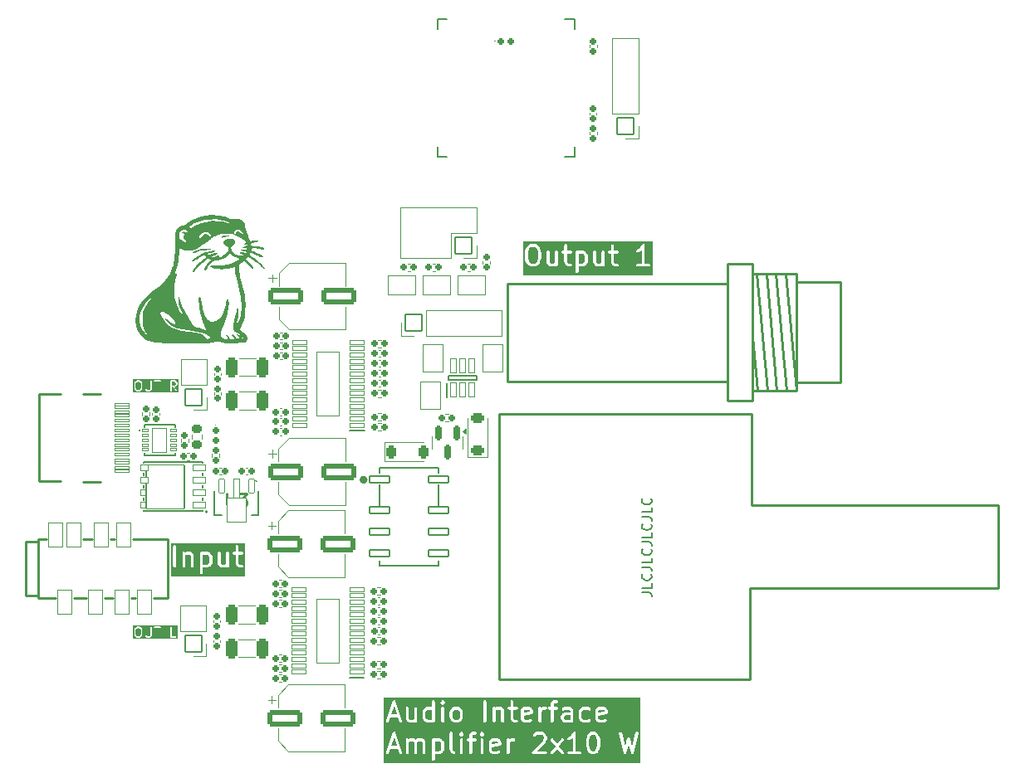
<source format=gbr>
%TF.GenerationSoftware,KiCad,Pcbnew,8.0.7*%
%TF.CreationDate,2024-12-24T17:50:32+01:00*%
%TF.ProjectId,AudioInterface,41756469-6f49-46e7-9465-72666163652e,1.1*%
%TF.SameCoordinates,Original*%
%TF.FileFunction,Legend,Top*%
%TF.FilePolarity,Positive*%
%FSLAX46Y46*%
G04 Gerber Fmt 4.6, Leading zero omitted, Abs format (unit mm)*
G04 Created by KiCad (PCBNEW 8.0.7) date 2024-12-24 17:50:32*
%MOMM*%
%LPD*%
G01*
G04 APERTURE LIST*
G04 Aperture macros list*
%AMRoundRect*
0 Rectangle with rounded corners*
0 $1 Rounding radius*
0 $2 $3 $4 $5 $6 $7 $8 $9 X,Y pos of 4 corners*
0 Add a 4 corners polygon primitive as box body*
4,1,4,$2,$3,$4,$5,$6,$7,$8,$9,$2,$3,0*
0 Add four circle primitives for the rounded corners*
1,1,$1+$1,$2,$3*
1,1,$1+$1,$4,$5*
1,1,$1+$1,$6,$7*
1,1,$1+$1,$8,$9*
0 Add four rect primitives between the rounded corners*
20,1,$1+$1,$2,$3,$4,$5,0*
20,1,$1+$1,$4,$5,$6,$7,0*
20,1,$1+$1,$6,$7,$8,$9,0*
20,1,$1+$1,$8,$9,$2,$3,0*%
%AMFreePoly0*
4,1,16,0.535355,0.785355,0.550000,0.750000,0.550000,-0.750000,0.535355,-0.785355,0.500000,-0.800000,-0.650000,-0.800000,-0.685355,-0.785355,-0.700000,-0.750000,-0.691603,-0.722265,-0.210093,0.000000,-0.691603,0.722265,-0.699029,0.759806,-0.677735,0.791603,-0.650000,0.800000,0.500000,0.800000,0.535355,0.785355,0.535355,0.785355,$1*%
%AMFreePoly1*
4,1,16,0.535355,0.785355,0.541603,0.777735,1.041603,0.027735,1.049029,-0.009806,1.041603,-0.027735,0.541603,-0.777735,0.509806,-0.799029,0.500000,-0.800000,-0.500000,-0.800000,-0.535355,-0.785355,-0.550000,-0.750000,-0.550000,0.750000,-0.535355,0.785355,-0.500000,0.800000,0.500000,0.800000,0.535355,0.785355,0.535355,0.785355,$1*%
G04 Aperture macros list end*
%ADD10C,0.150000*%
%ADD11C,0.300000*%
%ADD12C,0.254000*%
%ADD13C,0.200000*%
%ADD14C,0.000000*%
%ADD15C,0.100000*%
%ADD16C,0.250000*%
%ADD17C,0.120000*%
%ADD18C,0.400000*%
%ADD19C,0.127000*%
%ADD20RoundRect,0.050000X-0.737500X0.225000X-0.737500X-0.225000X0.737500X-0.225000X0.737500X0.225000X0*%
%ADD21C,0.600000*%
%ADD22RoundRect,0.050000X1.170000X3.230000X-1.170000X3.230000X-1.170000X-3.230000X1.170000X-3.230000X0*%
%ADD23RoundRect,0.050000X0.285000X0.700000X-0.285000X0.700000X-0.285000X-0.700000X0.285000X-0.700000X0*%
%ADD24RoundRect,0.050000X0.325000X0.950000X-0.325000X0.950000X-0.325000X-0.950000X0.325000X-0.950000X0*%
%ADD25RoundRect,0.050000X1.000000X1.225000X-1.000000X1.225000X-1.000000X-1.225000X1.000000X-1.225000X0*%
%ADD26C,0.900000*%
%ADD27C,6.500000*%
%ADD28C,1.950000*%
%ADD29RoundRect,0.050000X-0.850000X0.850000X-0.850000X-0.850000X0.850000X-0.850000X0.850000X0.850000X0*%
%ADD30O,1.800000X1.800000*%
%ADD31C,1.801800*%
%ADD32C,3.100000*%
%ADD33C,4.087800*%
%ADD34RoundRect,0.160000X0.210000X-0.160000X0.210000X0.160000X-0.210000X0.160000X-0.210000X-0.160000X0*%
%ADD35RoundRect,0.160000X-0.210000X0.160000X-0.210000X-0.160000X0.210000X-0.160000X0.210000X0.160000X0*%
%ADD36FreePoly0,90.000000*%
%ADD37FreePoly1,90.000000*%
%ADD38RoundRect,0.050000X0.850000X0.850000X-0.850000X0.850000X-0.850000X-0.850000X0.850000X-0.850000X0*%
%ADD39RoundRect,0.050000X0.850000X-0.850000X0.850000X0.850000X-0.850000X0.850000X-0.850000X-0.850000X0*%
%ADD40RoundRect,0.172500X-0.172500X-0.197500X0.172500X-0.197500X0.172500X0.197500X-0.172500X0.197500X0*%
%ADD41RoundRect,0.165000X-0.195000X0.165000X-0.195000X-0.165000X0.195000X-0.165000X0.195000X0.165000X0*%
%ADD42RoundRect,0.165000X0.165000X0.195000X-0.165000X0.195000X-0.165000X-0.195000X0.165000X-0.195000X0*%
%ADD43RoundRect,0.102000X-1.000000X0.350000X-1.000000X-0.350000X1.000000X-0.350000X1.000000X0.350000X0*%
%ADD44RoundRect,0.265625X-1.534375X-0.584375X1.534375X-0.584375X1.534375X0.584375X-1.534375X0.584375X0*%
%ADD45RoundRect,0.160000X0.160000X0.210000X-0.160000X0.210000X-0.160000X-0.210000X0.160000X-0.210000X0*%
%ADD46RoundRect,0.160000X-0.160000X-0.210000X0.160000X-0.210000X0.160000X0.210000X-0.160000X0.210000X0*%
%ADD47RoundRect,0.175000X-0.175000X0.612500X-0.175000X-0.612500X0.175000X-0.612500X0.175000X0.612500X0*%
%ADD48O,3.100000X1.900000*%
%ADD49RoundRect,0.172500X-0.197500X0.172500X-0.197500X-0.172500X0.197500X-0.172500X0.197500X0.172500X0*%
%ADD50RoundRect,0.225000X0.300000X-0.225000X0.300000X0.225000X-0.300000X0.225000X-0.300000X-0.225000X0*%
%ADD51RoundRect,0.250000X0.400000X-0.250000X0.400000X0.250000X-0.400000X0.250000X-0.400000X-0.250000X0*%
%ADD52RoundRect,0.165000X-0.165000X-0.195000X0.165000X-0.195000X0.165000X0.195000X-0.165000X0.195000X0*%
%ADD53RoundRect,0.050000X0.625000X-0.325000X0.625000X0.325000X-0.625000X0.325000X-0.625000X-0.325000X0*%
%ADD54RoundRect,0.050000X0.400000X-0.325000X0.400000X0.325000X-0.400000X0.325000X-0.400000X-0.325000X0*%
%ADD55RoundRect,0.050000X1.950000X-2.230000X1.950000X2.230000X-1.950000X2.230000X-1.950000X-2.230000X0*%
%ADD56FreePoly0,0.000000*%
%ADD57FreePoly1,0.000000*%
%ADD58RoundRect,0.050000X0.300000X0.700000X-0.300000X0.700000X-0.300000X-0.700000X0.300000X-0.700000X0*%
%ADD59RoundRect,0.250000X-0.250000X-0.400000X0.250000X-0.400000X0.250000X0.400000X-0.250000X0.400000X0*%
%ADD60RoundRect,0.273809X0.301191X0.726191X-0.301191X0.726191X-0.301191X-0.726191X0.301191X-0.726191X0*%
%ADD61RoundRect,0.273809X-0.301191X-0.726191X0.301191X-0.726191X0.301191X0.726191X-0.301191X0.726191X0*%
%ADD62FreePoly0,270.000000*%
%ADD63FreePoly1,270.000000*%
%ADD64FreePoly0,180.000000*%
%ADD65FreePoly1,180.000000*%
%ADD66RoundRect,0.050000X0.700000X-1.250000X0.700000X1.250000X-0.700000X1.250000X-0.700000X-1.250000X0*%
%ADD67C,1.400000*%
%ADD68RoundRect,0.050000X-0.330000X0.140000X-0.330000X-0.140000X0.330000X-0.140000X0.330000X0.140000X0*%
%ADD69RoundRect,0.050000X-0.750000X1.250000X-0.750000X-1.250000X0.750000X-1.250000X0.750000X1.250000X0*%
%ADD70C,0.850000*%
%ADD71O,2.100000X1.200000*%
%ADD72O,1.900000X1.200000*%
%ADD73RoundRect,0.050000X-0.750000X0.150000X-0.750000X-0.150000X0.750000X-0.150000X0.750000X0.150000X0*%
G04 APERTURE END LIST*
D10*
X50977819Y8528494D02*
X51692104Y8528494D01*
X51692104Y8528494D02*
X51834961Y8480875D01*
X51834961Y8480875D02*
X51930200Y8385637D01*
X51930200Y8385637D02*
X51977819Y8242780D01*
X51977819Y8242780D02*
X51977819Y8147542D01*
X51977819Y9480875D02*
X51977819Y9004685D01*
X51977819Y9004685D02*
X50977819Y9004685D01*
X51882580Y10385637D02*
X51930200Y10338018D01*
X51930200Y10338018D02*
X51977819Y10195161D01*
X51977819Y10195161D02*
X51977819Y10099923D01*
X51977819Y10099923D02*
X51930200Y9957066D01*
X51930200Y9957066D02*
X51834961Y9861828D01*
X51834961Y9861828D02*
X51739723Y9814209D01*
X51739723Y9814209D02*
X51549247Y9766590D01*
X51549247Y9766590D02*
X51406390Y9766590D01*
X51406390Y9766590D02*
X51215914Y9814209D01*
X51215914Y9814209D02*
X51120676Y9861828D01*
X51120676Y9861828D02*
X51025438Y9957066D01*
X51025438Y9957066D02*
X50977819Y10099923D01*
X50977819Y10099923D02*
X50977819Y10195161D01*
X50977819Y10195161D02*
X51025438Y10338018D01*
X51025438Y10338018D02*
X51073057Y10385637D01*
X50977819Y11099923D02*
X51692104Y11099923D01*
X51692104Y11099923D02*
X51834961Y11052304D01*
X51834961Y11052304D02*
X51930200Y10957066D01*
X51930200Y10957066D02*
X51977819Y10814209D01*
X51977819Y10814209D02*
X51977819Y10718971D01*
X51977819Y12052304D02*
X51977819Y11576114D01*
X51977819Y11576114D02*
X50977819Y11576114D01*
X51882580Y12957066D02*
X51930200Y12909447D01*
X51930200Y12909447D02*
X51977819Y12766590D01*
X51977819Y12766590D02*
X51977819Y12671352D01*
X51977819Y12671352D02*
X51930200Y12528495D01*
X51930200Y12528495D02*
X51834961Y12433257D01*
X51834961Y12433257D02*
X51739723Y12385638D01*
X51739723Y12385638D02*
X51549247Y12338019D01*
X51549247Y12338019D02*
X51406390Y12338019D01*
X51406390Y12338019D02*
X51215914Y12385638D01*
X51215914Y12385638D02*
X51120676Y12433257D01*
X51120676Y12433257D02*
X51025438Y12528495D01*
X51025438Y12528495D02*
X50977819Y12671352D01*
X50977819Y12671352D02*
X50977819Y12766590D01*
X50977819Y12766590D02*
X51025438Y12909447D01*
X51025438Y12909447D02*
X51073057Y12957066D01*
X50977819Y13671352D02*
X51692104Y13671352D01*
X51692104Y13671352D02*
X51834961Y13623733D01*
X51834961Y13623733D02*
X51930200Y13528495D01*
X51930200Y13528495D02*
X51977819Y13385638D01*
X51977819Y13385638D02*
X51977819Y13290400D01*
X51977819Y14623733D02*
X51977819Y14147543D01*
X51977819Y14147543D02*
X50977819Y14147543D01*
X51882580Y15528495D02*
X51930200Y15480876D01*
X51930200Y15480876D02*
X51977819Y15338019D01*
X51977819Y15338019D02*
X51977819Y15242781D01*
X51977819Y15242781D02*
X51930200Y15099924D01*
X51930200Y15099924D02*
X51834961Y15004686D01*
X51834961Y15004686D02*
X51739723Y14957067D01*
X51739723Y14957067D02*
X51549247Y14909448D01*
X51549247Y14909448D02*
X51406390Y14909448D01*
X51406390Y14909448D02*
X51215914Y14957067D01*
X51215914Y14957067D02*
X51120676Y15004686D01*
X51120676Y15004686D02*
X51025438Y15099924D01*
X51025438Y15099924D02*
X50977819Y15242781D01*
X50977819Y15242781D02*
X50977819Y15338019D01*
X50977819Y15338019D02*
X51025438Y15480876D01*
X51025438Y15480876D02*
X51073057Y15528495D01*
X50977819Y16242781D02*
X51692104Y16242781D01*
X51692104Y16242781D02*
X51834961Y16195162D01*
X51834961Y16195162D02*
X51930200Y16099924D01*
X51930200Y16099924D02*
X51977819Y15957067D01*
X51977819Y15957067D02*
X51977819Y15861829D01*
X51977819Y17195162D02*
X51977819Y16718972D01*
X51977819Y16718972D02*
X50977819Y16718972D01*
X51882580Y18099924D02*
X51930200Y18052305D01*
X51930200Y18052305D02*
X51977819Y17909448D01*
X51977819Y17909448D02*
X51977819Y17814210D01*
X51977819Y17814210D02*
X51930200Y17671353D01*
X51930200Y17671353D02*
X51834961Y17576115D01*
X51834961Y17576115D02*
X51739723Y17528496D01*
X51739723Y17528496D02*
X51549247Y17480877D01*
X51549247Y17480877D02*
X51406390Y17480877D01*
X51406390Y17480877D02*
X51215914Y17528496D01*
X51215914Y17528496D02*
X51120676Y17576115D01*
X51120676Y17576115D02*
X51025438Y17671353D01*
X51025438Y17671353D02*
X50977819Y17814210D01*
X50977819Y17814210D02*
X50977819Y17909448D01*
X50977819Y17909448D02*
X51025438Y18052305D01*
X51025438Y18052305D02*
X51073057Y18099924D01*
G36*
X-209458Y4862923D02*
G01*
X-137516Y4790981D01*
X-97174Y4629614D01*
X-97174Y4314749D01*
X-137516Y4153383D01*
X-209459Y4081439D01*
X-277974Y4047181D01*
X-433040Y4047181D01*
X-501556Y4081439D01*
X-573499Y4153383D01*
X-613840Y4314749D01*
X-613840Y4629614D01*
X-573499Y4790981D01*
X-501556Y4862923D01*
X-433040Y4897181D01*
X-277974Y4897181D01*
X-209458Y4862923D01*
G37*
G36*
X3638687Y3786070D02*
G01*
X-874951Y3786070D01*
X-874951Y4638848D01*
X-763840Y4638848D01*
X-763840Y4305515D01*
X-763589Y4302962D01*
X-763751Y4301869D01*
X-762942Y4296396D01*
X-762399Y4290883D01*
X-761977Y4289862D01*
X-761601Y4287325D01*
X-713982Y4096849D01*
X-709035Y4083003D01*
X-705716Y4078524D01*
X-703582Y4073372D01*
X-694254Y4062006D01*
X-599016Y3966767D01*
X-593266Y3962047D01*
X-591967Y3960550D01*
X-589713Y3959131D01*
X-587651Y3957439D01*
X-585819Y3956681D01*
X-579524Y3952718D01*
X-484286Y3905099D01*
X-470555Y3899844D01*
X-467866Y3899653D01*
X-465377Y3898622D01*
X-450745Y3897181D01*
X-260269Y3897181D01*
X-245637Y3898622D01*
X-243148Y3899654D01*
X-240460Y3899844D01*
X-226728Y3905099D01*
X-131490Y3952718D01*
X-125191Y3956683D01*
X-123363Y3957440D01*
X-121307Y3959129D01*
X-119047Y3960550D01*
X-117748Y3962049D01*
X-111998Y3966767D01*
X-16759Y4062007D01*
X-7432Y4073372D01*
X-5299Y4078524D01*
X-1979Y4083003D01*
X2968Y4096849D01*
X50587Y4287325D01*
X50962Y4289862D01*
X51385Y4290883D01*
X51927Y4296396D01*
X52737Y4301869D01*
X52574Y4302962D01*
X52826Y4305515D01*
X52826Y4638848D01*
X52574Y4641402D01*
X52737Y4642494D01*
X51927Y4647968D01*
X51385Y4653480D01*
X50962Y4654502D01*
X50587Y4657038D01*
X2968Y4847514D01*
X-1979Y4861360D01*
X-5298Y4865839D01*
X-7432Y4870992D01*
X-16760Y4882357D01*
X-106584Y4972181D01*
X331398Y4972181D01*
X331398Y4162658D01*
X332839Y4148026D01*
X333870Y4145537D01*
X334061Y4142849D01*
X339316Y4129117D01*
X386935Y4033879D01*
X390898Y4027583D01*
X391656Y4025753D01*
X393345Y4023695D01*
X394767Y4021436D01*
X396265Y4020137D01*
X400983Y4014388D01*
X448602Y3966768D01*
X454351Y3962050D01*
X455652Y3960550D01*
X457911Y3959128D01*
X459968Y3957440D01*
X461795Y3956683D01*
X468095Y3952718D01*
X563333Y3905099D01*
X577064Y3899844D01*
X579753Y3899653D01*
X582242Y3898622D01*
X596874Y3897181D01*
X787350Y3897181D01*
X801982Y3898622D01*
X804471Y3899654D01*
X807159Y3899844D01*
X820891Y3905099D01*
X916129Y3952718D01*
X922428Y3956683D01*
X924256Y3957440D01*
X926312Y3959128D01*
X928572Y3960550D01*
X929872Y3962050D01*
X935622Y3966768D01*
X983240Y4014387D01*
X987958Y4020137D01*
X989457Y4021436D01*
X990878Y4023695D01*
X992568Y4025753D01*
X993325Y4027583D01*
X997289Y4033879D01*
X1044908Y4129117D01*
X1050163Y4142848D01*
X1050354Y4145538D01*
X1051385Y4148026D01*
X1052826Y4162658D01*
X1052826Y4972181D01*
X1051385Y4986813D01*
X1237601Y4986813D01*
X1237601Y4957549D01*
X1248800Y4930513D01*
X1269492Y4909821D01*
X1296528Y4898622D01*
X1311160Y4897181D01*
X1521874Y4897181D01*
X1521874Y3972181D01*
X1523315Y3957549D01*
X1534514Y3930513D01*
X1555206Y3909821D01*
X1582242Y3898622D01*
X1611506Y3898622D01*
X1638542Y3909821D01*
X1659234Y3930513D01*
X1670433Y3957549D01*
X1671874Y3972181D01*
X1671874Y4897181D01*
X1882588Y4897181D01*
X1897220Y4898622D01*
X1924256Y4909821D01*
X1944948Y4930513D01*
X1956147Y4957549D01*
X1956147Y4972181D01*
X2902827Y4972181D01*
X2902827Y3972181D01*
X2904268Y3957549D01*
X2915467Y3930513D01*
X2936159Y3909821D01*
X2963195Y3898622D01*
X2977827Y3897181D01*
X3454017Y3897181D01*
X3468649Y3898622D01*
X3495685Y3909821D01*
X3516377Y3930513D01*
X3527576Y3957549D01*
X3527576Y3986813D01*
X3516377Y4013849D01*
X3495685Y4034541D01*
X3468649Y4045740D01*
X3454017Y4047181D01*
X3052827Y4047181D01*
X3052827Y4972181D01*
X3051386Y4986813D01*
X3040187Y5013849D01*
X3019495Y5034541D01*
X2992459Y5045740D01*
X2963195Y5045740D01*
X2936159Y5034541D01*
X2915467Y5013849D01*
X2904268Y4986813D01*
X2902827Y4972181D01*
X1956147Y4972181D01*
X1956147Y4986813D01*
X1944948Y5013849D01*
X1924256Y5034541D01*
X1897220Y5045740D01*
X1882588Y5047181D01*
X1311160Y5047181D01*
X1296528Y5045740D01*
X1269492Y5034541D01*
X1248800Y5013849D01*
X1237601Y4986813D01*
X1051385Y4986813D01*
X1040186Y5013849D01*
X1019494Y5034541D01*
X992458Y5045740D01*
X963194Y5045740D01*
X936158Y5034541D01*
X915466Y5013849D01*
X904267Y4986813D01*
X902826Y4972181D01*
X902826Y4180363D01*
X868567Y4111847D01*
X838160Y4081439D01*
X769645Y4047181D01*
X614579Y4047181D01*
X546063Y4081439D01*
X515656Y4111847D01*
X481398Y4180363D01*
X481398Y4972181D01*
X479957Y4986813D01*
X468758Y5013849D01*
X448066Y5034541D01*
X421030Y5045740D01*
X391766Y5045740D01*
X364730Y5034541D01*
X344038Y5013849D01*
X332839Y4986813D01*
X331398Y4972181D01*
X-106584Y4972181D01*
X-111998Y4977595D01*
X-117748Y4982314D01*
X-119047Y4983812D01*
X-121307Y4985234D01*
X-123363Y4986922D01*
X-125191Y4987680D01*
X-131490Y4991644D01*
X-226728Y5039263D01*
X-240460Y5044518D01*
X-243148Y5044709D01*
X-245637Y5045740D01*
X-260269Y5047181D01*
X-450745Y5047181D01*
X-465377Y5045740D01*
X-467866Y5044710D01*
X-470555Y5044518D01*
X-484286Y5039263D01*
X-579524Y4991644D01*
X-585819Y4987682D01*
X-587651Y4986923D01*
X-589713Y4985232D01*
X-591967Y4983812D01*
X-593266Y4982316D01*
X-599016Y4977595D01*
X-694254Y4882357D01*
X-703581Y4870992D01*
X-705715Y4865842D01*
X-709035Y4861360D01*
X-713982Y4847514D01*
X-761601Y4657038D01*
X-761977Y4654502D01*
X-762399Y4653480D01*
X-762942Y4647968D01*
X-763751Y4642494D01*
X-763589Y4641402D01*
X-763840Y4638848D01*
X-874951Y4638848D01*
X-874951Y5158292D01*
X3638687Y5158292D01*
X3638687Y3786070D01*
G37*
G36*
X-209458Y30008923D02*
G01*
X-137516Y29936981D01*
X-97174Y29775614D01*
X-97174Y29460749D01*
X-137516Y29299383D01*
X-209459Y29227439D01*
X-277974Y29193181D01*
X-433040Y29193181D01*
X-501556Y29227439D01*
X-573499Y29299383D01*
X-613840Y29460749D01*
X-613840Y29775614D01*
X-573499Y29936981D01*
X-501556Y30008923D01*
X-433040Y30043181D01*
X-277974Y30043181D01*
X-209458Y30008923D01*
G37*
G36*
X3409590Y30008923D02*
G01*
X3439997Y29978516D01*
X3474255Y29910000D01*
X3474255Y29802553D01*
X3439997Y29734037D01*
X3409590Y29703630D01*
X3341074Y29669372D01*
X3052827Y29669372D01*
X3052827Y30043181D01*
X3341074Y30043181D01*
X3409590Y30008923D01*
G37*
G36*
X3735366Y28932070D02*
G01*
X-874951Y28932070D01*
X-874951Y29784848D01*
X-763840Y29784848D01*
X-763840Y29451515D01*
X-763589Y29448962D01*
X-763751Y29447869D01*
X-762942Y29442396D01*
X-762399Y29436883D01*
X-761977Y29435862D01*
X-761601Y29433325D01*
X-713982Y29242849D01*
X-709035Y29229003D01*
X-705716Y29224524D01*
X-703582Y29219372D01*
X-694254Y29208006D01*
X-599016Y29112767D01*
X-593266Y29108047D01*
X-591967Y29106550D01*
X-589713Y29105131D01*
X-587651Y29103439D01*
X-585819Y29102681D01*
X-579524Y29098718D01*
X-484286Y29051099D01*
X-470555Y29045844D01*
X-467866Y29045653D01*
X-465377Y29044622D01*
X-450745Y29043181D01*
X-260269Y29043181D01*
X-245637Y29044622D01*
X-243148Y29045654D01*
X-240460Y29045844D01*
X-226728Y29051099D01*
X-131490Y29098718D01*
X-125191Y29102683D01*
X-123363Y29103440D01*
X-121307Y29105129D01*
X-119047Y29106550D01*
X-117748Y29108049D01*
X-111998Y29112767D01*
X-16759Y29208007D01*
X-7432Y29219372D01*
X-5299Y29224524D01*
X-1979Y29229003D01*
X2968Y29242849D01*
X50587Y29433325D01*
X50962Y29435862D01*
X51385Y29436883D01*
X51927Y29442396D01*
X52737Y29447869D01*
X52574Y29448962D01*
X52826Y29451515D01*
X52826Y29784848D01*
X52574Y29787402D01*
X52737Y29788494D01*
X51927Y29793968D01*
X51385Y29799480D01*
X50962Y29800502D01*
X50587Y29803038D01*
X2968Y29993514D01*
X-1979Y30007360D01*
X-5298Y30011839D01*
X-7432Y30016992D01*
X-16760Y30028357D01*
X-106584Y30118181D01*
X331398Y30118181D01*
X331398Y29308658D01*
X332839Y29294026D01*
X333870Y29291537D01*
X334061Y29288849D01*
X339316Y29275117D01*
X386935Y29179879D01*
X390898Y29173583D01*
X391656Y29171753D01*
X393345Y29169695D01*
X394767Y29167436D01*
X396265Y29166137D01*
X400983Y29160388D01*
X448602Y29112768D01*
X454351Y29108050D01*
X455652Y29106550D01*
X457911Y29105128D01*
X459968Y29103440D01*
X461795Y29102683D01*
X468095Y29098718D01*
X563333Y29051099D01*
X577064Y29045844D01*
X579753Y29045653D01*
X582242Y29044622D01*
X596874Y29043181D01*
X787350Y29043181D01*
X801982Y29044622D01*
X804471Y29045654D01*
X807159Y29045844D01*
X820891Y29051099D01*
X916129Y29098718D01*
X922428Y29102683D01*
X924256Y29103440D01*
X926312Y29105128D01*
X928572Y29106550D01*
X929872Y29108050D01*
X935622Y29112768D01*
X983240Y29160387D01*
X987958Y29166137D01*
X989457Y29167436D01*
X990878Y29169695D01*
X992568Y29171753D01*
X993325Y29173583D01*
X997289Y29179879D01*
X1044908Y29275117D01*
X1050163Y29288848D01*
X1050354Y29291538D01*
X1051385Y29294026D01*
X1052826Y29308658D01*
X1052826Y30118181D01*
X1051385Y30132813D01*
X1237601Y30132813D01*
X1237601Y30103549D01*
X1248800Y30076513D01*
X1269492Y30055821D01*
X1296528Y30044622D01*
X1311160Y30043181D01*
X1521874Y30043181D01*
X1521874Y29118181D01*
X1523315Y29103549D01*
X1534514Y29076513D01*
X1555206Y29055821D01*
X1582242Y29044622D01*
X1611506Y29044622D01*
X1638542Y29055821D01*
X1659234Y29076513D01*
X1670433Y29103549D01*
X1671874Y29118181D01*
X1671874Y30043181D01*
X1882588Y30043181D01*
X1897220Y30044622D01*
X1924256Y30055821D01*
X1944948Y30076513D01*
X1956147Y30103549D01*
X1956147Y30118181D01*
X2902827Y30118181D01*
X2902827Y29118181D01*
X2904268Y29103549D01*
X2915467Y29076513D01*
X2936159Y29055821D01*
X2963195Y29044622D01*
X2992459Y29044622D01*
X3019495Y29055821D01*
X3040187Y29076513D01*
X3051386Y29103549D01*
X3052827Y29118181D01*
X3052827Y29519372D01*
X3176873Y29519372D01*
X3487813Y29075171D01*
X3497384Y29064011D01*
X3522063Y29048284D01*
X3550880Y29043198D01*
X3579451Y29049528D01*
X3603425Y29066310D01*
X3619152Y29090988D01*
X3624237Y29119806D01*
X3617908Y29148377D01*
X3610698Y29161190D01*
X3359894Y29519482D01*
X3373411Y29520813D01*
X3375900Y29521845D01*
X3378588Y29522035D01*
X3392320Y29527290D01*
X3487558Y29574909D01*
X3493857Y29578874D01*
X3495685Y29579631D01*
X3497741Y29581320D01*
X3500001Y29582741D01*
X3501300Y29584240D01*
X3507050Y29588958D01*
X3554669Y29636577D01*
X3559387Y29642327D01*
X3560886Y29643626D01*
X3562307Y29645886D01*
X3563996Y29647942D01*
X3564753Y29649770D01*
X3568718Y29656069D01*
X3616337Y29751307D01*
X3621592Y29765038D01*
X3621783Y29767728D01*
X3622814Y29770216D01*
X3624255Y29784848D01*
X3624255Y29927705D01*
X3622814Y29942337D01*
X3621783Y29944826D01*
X3621592Y29947515D01*
X3616337Y29961246D01*
X3568718Y30056484D01*
X3564753Y30062784D01*
X3563996Y30064611D01*
X3562307Y30066668D01*
X3560886Y30068927D01*
X3559387Y30070227D01*
X3554669Y30075976D01*
X3507050Y30123595D01*
X3501300Y30128314D01*
X3500001Y30129812D01*
X3497741Y30131234D01*
X3495685Y30132922D01*
X3493857Y30133680D01*
X3487558Y30137644D01*
X3392320Y30185263D01*
X3378588Y30190518D01*
X3375900Y30190709D01*
X3373411Y30191740D01*
X3358779Y30193181D01*
X2977827Y30193181D01*
X2963195Y30191740D01*
X2936159Y30180541D01*
X2915467Y30159849D01*
X2904268Y30132813D01*
X2902827Y30118181D01*
X1956147Y30118181D01*
X1956147Y30132813D01*
X1944948Y30159849D01*
X1924256Y30180541D01*
X1897220Y30191740D01*
X1882588Y30193181D01*
X1311160Y30193181D01*
X1296528Y30191740D01*
X1269492Y30180541D01*
X1248800Y30159849D01*
X1237601Y30132813D01*
X1051385Y30132813D01*
X1040186Y30159849D01*
X1019494Y30180541D01*
X992458Y30191740D01*
X963194Y30191740D01*
X936158Y30180541D01*
X915466Y30159849D01*
X904267Y30132813D01*
X902826Y30118181D01*
X902826Y29326363D01*
X868567Y29257847D01*
X838160Y29227439D01*
X769645Y29193181D01*
X614579Y29193181D01*
X546063Y29227439D01*
X515656Y29257847D01*
X481398Y29326363D01*
X481398Y30118181D01*
X479957Y30132813D01*
X468758Y30159849D01*
X448066Y30180541D01*
X421030Y30191740D01*
X391766Y30191740D01*
X364730Y30180541D01*
X344038Y30159849D01*
X332839Y30132813D01*
X331398Y30118181D01*
X-106584Y30118181D01*
X-111998Y30123595D01*
X-117748Y30128314D01*
X-119047Y30129812D01*
X-121307Y30131234D01*
X-123363Y30132922D01*
X-125191Y30133680D01*
X-131490Y30137644D01*
X-226728Y30185263D01*
X-240460Y30190518D01*
X-243148Y30190709D01*
X-245637Y30191740D01*
X-260269Y30193181D01*
X-450745Y30193181D01*
X-465377Y30191740D01*
X-467866Y30190710D01*
X-470555Y30190518D01*
X-484286Y30185263D01*
X-579524Y30137644D01*
X-585819Y30133682D01*
X-587651Y30132923D01*
X-589713Y30131232D01*
X-591967Y30129812D01*
X-593266Y30128316D01*
X-599016Y30123595D01*
X-694254Y30028357D01*
X-703581Y30016992D01*
X-705715Y30011842D01*
X-709035Y30007360D01*
X-713982Y29993514D01*
X-761601Y29803038D01*
X-761977Y29800502D01*
X-762399Y29799480D01*
X-762942Y29793968D01*
X-763751Y29788494D01*
X-763589Y29787402D01*
X-763840Y29784848D01*
X-874951Y29784848D01*
X-874951Y30304292D01*
X3735366Y30304292D01*
X3735366Y28932070D01*
G37*
D11*
G36*
X45040228Y43063180D02*
G01*
X45101041Y43002367D01*
X45169558Y42865334D01*
X45169558Y42364725D01*
X45101041Y42227693D01*
X45040227Y42166878D01*
X44903196Y42098362D01*
X44593063Y42098362D01*
X44517177Y42136305D01*
X44517177Y43093753D01*
X44593063Y43131696D01*
X44903196Y43131696D01*
X45040228Y43063180D01*
G37*
G36*
X40183085Y43729846D02*
G01*
X40326971Y43585960D01*
X40407653Y43263232D01*
X40407653Y42633493D01*
X40326970Y42310765D01*
X40183084Y42166878D01*
X40046053Y42098362D01*
X39735920Y42098362D01*
X39598888Y42166878D01*
X39455002Y42310765D01*
X39374320Y42633494D01*
X39374320Y43263232D01*
X39455002Y43585961D01*
X39598888Y43729846D01*
X39735920Y43798362D01*
X40046053Y43798362D01*
X40183085Y43729846D01*
G37*
G36*
X52069851Y40912356D02*
G01*
X38852098Y40912356D01*
X38852098Y43281696D01*
X39074320Y43281696D01*
X39074320Y42615029D01*
X39074822Y42609926D01*
X39074497Y42607738D01*
X39076116Y42596788D01*
X39077202Y42585765D01*
X39078049Y42583721D01*
X39078799Y42578649D01*
X39174037Y42197697D01*
X39183930Y42170006D01*
X39190569Y42161046D01*
X39194837Y42150742D01*
X39213492Y42128011D01*
X39403967Y41937535D01*
X39415469Y41928096D01*
X39418066Y41925101D01*
X39422580Y41922260D01*
X39426698Y41918880D01*
X39430355Y41917365D01*
X39442952Y41909436D01*
X39633428Y41814198D01*
X39660892Y41803688D01*
X39666267Y41803307D01*
X39671246Y41801244D01*
X39700510Y41798362D01*
X40081463Y41798362D01*
X40110727Y41801244D01*
X40115704Y41803306D01*
X40121082Y41803688D01*
X40148545Y41814198D01*
X40339021Y41909436D01*
X40351612Y41917363D01*
X40355275Y41918879D01*
X40359397Y41922263D01*
X40363907Y41925101D01*
X40366502Y41928094D01*
X40378005Y41937534D01*
X40568481Y42128011D01*
X40587136Y42150742D01*
X40591403Y42161044D01*
X40598043Y42170005D01*
X40607936Y42197697D01*
X40703174Y42578648D01*
X40703924Y42583721D01*
X40704771Y42585765D01*
X40705856Y42596787D01*
X40707476Y42607738D01*
X40707150Y42609926D01*
X40707653Y42615029D01*
X40707653Y43281696D01*
X41264796Y43281696D01*
X41264796Y42234077D01*
X41267678Y42204813D01*
X41269740Y42199835D01*
X41270122Y42194459D01*
X41280632Y42166995D01*
X41375870Y41976518D01*
X41378950Y41971624D01*
X41379720Y41969316D01*
X41382212Y41966442D01*
X41391535Y41951632D01*
X41405744Y41939309D01*
X41418066Y41925101D01*
X41432871Y41915782D01*
X41435750Y41913285D01*
X41438061Y41912515D01*
X41442952Y41909436D01*
X41633428Y41814198D01*
X41660892Y41803688D01*
X41666267Y41803307D01*
X41671246Y41801244D01*
X41700510Y41798362D01*
X41986225Y41798362D01*
X42015489Y41801244D01*
X42020466Y41803306D01*
X42025844Y41803688D01*
X42053307Y41814198D01*
X42149800Y41862445D01*
X42188603Y41823642D01*
X42242675Y41801244D01*
X42301203Y41801244D01*
X42355275Y41823642D01*
X42396659Y41865026D01*
X42419057Y41919098D01*
X42421939Y41948362D01*
X42421939Y43281696D01*
X42419057Y43310960D01*
X42791488Y43310960D01*
X42791488Y43252432D01*
X42813886Y43198360D01*
X42855270Y43156976D01*
X42909342Y43134578D01*
X42938606Y43131696D01*
X43074320Y43131696D01*
X43074320Y42234077D01*
X43077202Y42204813D01*
X43079264Y42199835D01*
X43079646Y42194459D01*
X43090156Y42166995D01*
X43185394Y41976518D01*
X43188474Y41971624D01*
X43189244Y41969316D01*
X43191736Y41966442D01*
X43201059Y41951632D01*
X43215268Y41939309D01*
X43227590Y41925101D01*
X43242395Y41915782D01*
X43245274Y41913285D01*
X43247585Y41912515D01*
X43252476Y41909436D01*
X43442952Y41814198D01*
X43470416Y41803688D01*
X43475791Y41803307D01*
X43480770Y41801244D01*
X43510034Y41798362D01*
X43700510Y41798362D01*
X43729774Y41801244D01*
X43783846Y41823642D01*
X43825230Y41865026D01*
X43847628Y41919098D01*
X43847628Y41977626D01*
X43825230Y42031698D01*
X43783846Y42073082D01*
X43729774Y42095480D01*
X43700510Y42098362D01*
X43545444Y42098362D01*
X43431360Y42155404D01*
X43374320Y42269487D01*
X43374320Y43131696D01*
X43700510Y43131696D01*
X43729774Y43134578D01*
X43783846Y43156976D01*
X43825230Y43198360D01*
X43847628Y43252432D01*
X43847628Y43281696D01*
X44217177Y43281696D01*
X44217177Y41281696D01*
X44220059Y41252432D01*
X44242457Y41198360D01*
X44283841Y41156976D01*
X44337913Y41134578D01*
X44396441Y41134578D01*
X44450513Y41156976D01*
X44491897Y41198360D01*
X44514295Y41252432D01*
X44517177Y41281696D01*
X44517177Y41804017D01*
X44518035Y41803688D01*
X44523410Y41803307D01*
X44528389Y41801244D01*
X44557653Y41798362D01*
X44938606Y41798362D01*
X44967870Y41801244D01*
X44972847Y41803306D01*
X44978225Y41803688D01*
X45005688Y41814198D01*
X45196164Y41909436D01*
X45208759Y41917365D01*
X45212418Y41918880D01*
X45216535Y41922260D01*
X45221050Y41925101D01*
X45223647Y41928096D01*
X45235149Y41937535D01*
X45330387Y42032774D01*
X45339825Y42044276D01*
X45342819Y42046871D01*
X45345659Y42051384D01*
X45349042Y42055505D01*
X45350558Y42059167D01*
X45358484Y42071757D01*
X45453722Y42262233D01*
X45464232Y42289697D01*
X45464613Y42295073D01*
X45466676Y42300051D01*
X45469558Y42329315D01*
X45469558Y42900743D01*
X45466676Y42930007D01*
X45464613Y42934986D01*
X45464232Y42940361D01*
X45453722Y42967824D01*
X45358484Y43158302D01*
X45350557Y43170894D01*
X45349041Y43174555D01*
X45345657Y43178678D01*
X45342819Y43183187D01*
X45339827Y43185782D01*
X45330386Y43197286D01*
X45245976Y43281696D01*
X46026701Y43281696D01*
X46026701Y42234077D01*
X46029583Y42204813D01*
X46031645Y42199835D01*
X46032027Y42194459D01*
X46042537Y42166995D01*
X46137775Y41976518D01*
X46140855Y41971624D01*
X46141625Y41969316D01*
X46144117Y41966442D01*
X46153440Y41951632D01*
X46167649Y41939309D01*
X46179971Y41925101D01*
X46194776Y41915782D01*
X46197655Y41913285D01*
X46199966Y41912515D01*
X46204857Y41909436D01*
X46395333Y41814198D01*
X46422797Y41803688D01*
X46428172Y41803307D01*
X46433151Y41801244D01*
X46462415Y41798362D01*
X46748130Y41798362D01*
X46777394Y41801244D01*
X46782371Y41803306D01*
X46787749Y41803688D01*
X46815212Y41814198D01*
X46911705Y41862445D01*
X46950508Y41823642D01*
X47004580Y41801244D01*
X47063108Y41801244D01*
X47117180Y41823642D01*
X47158564Y41865026D01*
X47180962Y41919098D01*
X47183844Y41948362D01*
X47183844Y43281696D01*
X47180962Y43310960D01*
X47553393Y43310960D01*
X47553393Y43252432D01*
X47575791Y43198360D01*
X47617175Y43156976D01*
X47671247Y43134578D01*
X47700511Y43131696D01*
X47836225Y43131696D01*
X47836225Y42234077D01*
X47839107Y42204813D01*
X47841169Y42199835D01*
X47841551Y42194459D01*
X47852061Y42166995D01*
X47947299Y41976518D01*
X47950379Y41971624D01*
X47951149Y41969316D01*
X47953641Y41966442D01*
X47962964Y41951632D01*
X47977173Y41939309D01*
X47989495Y41925101D01*
X48004300Y41915782D01*
X48007179Y41913285D01*
X48009490Y41912515D01*
X48014381Y41909436D01*
X48204857Y41814198D01*
X48232321Y41803688D01*
X48237696Y41803307D01*
X48242675Y41801244D01*
X48271939Y41798362D01*
X48462415Y41798362D01*
X48491679Y41801244D01*
X48545751Y41823642D01*
X48587135Y41865026D01*
X48609533Y41919098D01*
X48609533Y41977626D01*
X48587135Y42031698D01*
X48545751Y42073082D01*
X48491679Y42095480D01*
X48462415Y42098362D01*
X48307349Y42098362D01*
X48193265Y42155404D01*
X48136225Y42269487D01*
X48136225Y43131696D01*
X48462415Y43131696D01*
X48491679Y43134578D01*
X48545751Y43156976D01*
X48587135Y43198360D01*
X48609533Y43252432D01*
X48609533Y43310960D01*
X48587135Y43365032D01*
X48556471Y43395696D01*
X50408832Y43395696D01*
X50412980Y43337315D01*
X50439155Y43284966D01*
X50483370Y43246620D01*
X50538892Y43228112D01*
X50597273Y43232260D01*
X50624736Y43242770D01*
X50815212Y43338008D01*
X50827805Y43345936D01*
X50831465Y43347451D01*
X50835584Y43350833D01*
X50840098Y43353673D01*
X50842694Y43356668D01*
X50854196Y43366106D01*
X50979082Y43490992D01*
X50979082Y42098362D01*
X50557654Y42098362D01*
X50528390Y42095480D01*
X50474318Y42073082D01*
X50432934Y42031698D01*
X50410536Y41977626D01*
X50410536Y41919098D01*
X50432934Y41865026D01*
X50474318Y41823642D01*
X50528390Y41801244D01*
X50557654Y41798362D01*
X51700511Y41798362D01*
X51729775Y41801244D01*
X51783847Y41823642D01*
X51825231Y41865026D01*
X51847629Y41919098D01*
X51847629Y41977626D01*
X51825231Y42031698D01*
X51783847Y42073082D01*
X51729775Y42095480D01*
X51700511Y42098362D01*
X51279082Y42098362D01*
X51279082Y43948362D01*
X51279071Y43948467D01*
X51279082Y43948519D01*
X51279051Y43948672D01*
X51276200Y43977626D01*
X51270516Y43991348D01*
X51267604Y44005908D01*
X51259427Y44018118D01*
X51253802Y44031698D01*
X51243298Y44042202D01*
X51235037Y44054538D01*
X51222811Y44062689D01*
X51212418Y44073082D01*
X51198695Y44078767D01*
X51186339Y44087004D01*
X51171925Y44089856D01*
X51158346Y44095480D01*
X51143489Y44095480D01*
X51128924Y44098361D01*
X51114518Y44095480D01*
X51099818Y44095480D01*
X51086095Y44089796D01*
X51071535Y44086884D01*
X51059323Y44078707D01*
X51045746Y44073082D01*
X51035244Y44062581D01*
X51022905Y44054317D01*
X51004468Y44031805D01*
X51004362Y44031698D01*
X51004342Y44031651D01*
X51004274Y44031567D01*
X50822036Y43758210D01*
X50659276Y43595450D01*
X50490572Y43511098D01*
X50465686Y43495433D01*
X50427340Y43451218D01*
X50408832Y43395696D01*
X48556471Y43395696D01*
X48545751Y43406416D01*
X48491679Y43428814D01*
X48462415Y43431696D01*
X48136225Y43431696D01*
X48136225Y43948362D01*
X48133343Y43977626D01*
X48110945Y44031698D01*
X48069561Y44073082D01*
X48015489Y44095480D01*
X47956961Y44095480D01*
X47902889Y44073082D01*
X47861505Y44031698D01*
X47839107Y43977626D01*
X47836225Y43948362D01*
X47836225Y43431696D01*
X47700511Y43431696D01*
X47671247Y43428814D01*
X47617175Y43406416D01*
X47575791Y43365032D01*
X47553393Y43310960D01*
X47180962Y43310960D01*
X47158564Y43365032D01*
X47117180Y43406416D01*
X47063108Y43428814D01*
X47004580Y43428814D01*
X46950508Y43406416D01*
X46909124Y43365032D01*
X46886726Y43310960D01*
X46883844Y43281696D01*
X46883844Y42200971D01*
X46849751Y42166878D01*
X46712720Y42098362D01*
X46497825Y42098362D01*
X46383741Y42155404D01*
X46326701Y42269487D01*
X46326701Y43281696D01*
X46323819Y43310960D01*
X46301421Y43365032D01*
X46260037Y43406416D01*
X46205965Y43428814D01*
X46147437Y43428814D01*
X46093365Y43406416D01*
X46051981Y43365032D01*
X46029583Y43310960D01*
X46026701Y43281696D01*
X45245976Y43281696D01*
X45235148Y43292524D01*
X45223646Y43301963D01*
X45221050Y43304957D01*
X45216536Y43307798D01*
X45212417Y43311179D01*
X45208757Y43312695D01*
X45196164Y43320622D01*
X45005688Y43415860D01*
X44978225Y43426370D01*
X44972847Y43426753D01*
X44967870Y43428814D01*
X44938606Y43431696D01*
X44557653Y43431696D01*
X44528389Y43428814D01*
X44523410Y43426752D01*
X44518035Y43426370D01*
X44490571Y43415860D01*
X44457569Y43399360D01*
X44450513Y43406416D01*
X44396441Y43428814D01*
X44337913Y43428814D01*
X44283841Y43406416D01*
X44242457Y43365032D01*
X44220059Y43310960D01*
X44217177Y43281696D01*
X43847628Y43281696D01*
X43847628Y43310960D01*
X43825230Y43365032D01*
X43783846Y43406416D01*
X43729774Y43428814D01*
X43700510Y43431696D01*
X43374320Y43431696D01*
X43374320Y43948362D01*
X43371438Y43977626D01*
X43349040Y44031698D01*
X43307656Y44073082D01*
X43253584Y44095480D01*
X43195056Y44095480D01*
X43140984Y44073082D01*
X43099600Y44031698D01*
X43077202Y43977626D01*
X43074320Y43948362D01*
X43074320Y43431696D01*
X42938606Y43431696D01*
X42909342Y43428814D01*
X42855270Y43406416D01*
X42813886Y43365032D01*
X42791488Y43310960D01*
X42419057Y43310960D01*
X42396659Y43365032D01*
X42355275Y43406416D01*
X42301203Y43428814D01*
X42242675Y43428814D01*
X42188603Y43406416D01*
X42147219Y43365032D01*
X42124821Y43310960D01*
X42121939Y43281696D01*
X42121939Y42200971D01*
X42087846Y42166878D01*
X41950815Y42098362D01*
X41735920Y42098362D01*
X41621836Y42155404D01*
X41564796Y42269487D01*
X41564796Y43281696D01*
X41561914Y43310960D01*
X41539516Y43365032D01*
X41498132Y43406416D01*
X41444060Y43428814D01*
X41385532Y43428814D01*
X41331460Y43406416D01*
X41290076Y43365032D01*
X41267678Y43310960D01*
X41264796Y43281696D01*
X40707653Y43281696D01*
X40707150Y43286800D01*
X40707476Y43288987D01*
X40705856Y43299939D01*
X40704771Y43310960D01*
X40703924Y43313005D01*
X40703174Y43318077D01*
X40607936Y43699028D01*
X40598043Y43726720D01*
X40591403Y43735682D01*
X40587136Y43745983D01*
X40568481Y43768714D01*
X40378005Y43959190D01*
X40366503Y43968629D01*
X40363907Y43971623D01*
X40359393Y43974464D01*
X40355274Y43977845D01*
X40351614Y43979361D01*
X40339021Y43987288D01*
X40148545Y44082526D01*
X40121082Y44093036D01*
X40115704Y44093419D01*
X40110727Y44095480D01*
X40081463Y44098362D01*
X39700510Y44098362D01*
X39671246Y44095480D01*
X39666267Y44093418D01*
X39660892Y44093036D01*
X39633428Y44082526D01*
X39442952Y43987288D01*
X39430358Y43979361D01*
X39426699Y43977845D01*
X39422579Y43974464D01*
X39418066Y43971623D01*
X39415469Y43968630D01*
X39403968Y43959190D01*
X39213492Y43768714D01*
X39194837Y43745983D01*
X39190569Y43735680D01*
X39183930Y43726719D01*
X39174037Y43699028D01*
X39078799Y43318076D01*
X39078049Y43313005D01*
X39077202Y43310960D01*
X39076116Y43299938D01*
X39074497Y43288987D01*
X39074822Y43286800D01*
X39074320Y43281696D01*
X38852098Y43281696D01*
X38852098Y44320584D01*
X52069851Y44320584D01*
X52069851Y40912356D01*
G37*
G36*
X6764514Y12329180D02*
G01*
X6825327Y12268367D01*
X6893844Y12131334D01*
X6893844Y11630725D01*
X6825327Y11493693D01*
X6764513Y11432878D01*
X6627482Y11364362D01*
X6317349Y11364362D01*
X6241463Y11402305D01*
X6241463Y12359753D01*
X6317349Y12397696D01*
X6627482Y12397696D01*
X6764514Y12329180D01*
G37*
G36*
X10556041Y10178356D02*
G01*
X2957336Y10178356D01*
X2957336Y13214362D01*
X3179558Y13214362D01*
X3179558Y11214362D01*
X3182440Y11185098D01*
X3204838Y11131026D01*
X3246222Y11089642D01*
X3300294Y11067244D01*
X3358822Y11067244D01*
X3412894Y11089642D01*
X3454278Y11131026D01*
X3476676Y11185098D01*
X3479558Y11214362D01*
X3479558Y12547696D01*
X4131939Y12547696D01*
X4131939Y11214362D01*
X4134821Y11185098D01*
X4157219Y11131026D01*
X4198603Y11089642D01*
X4252675Y11067244D01*
X4311203Y11067244D01*
X4365275Y11089642D01*
X4406659Y11131026D01*
X4429057Y11185098D01*
X4431939Y11214362D01*
X4431939Y12295088D01*
X4466031Y12329180D01*
X4603063Y12397696D01*
X4817958Y12397696D01*
X4932040Y12340655D01*
X4989082Y12226572D01*
X4989082Y11214362D01*
X4991964Y11185098D01*
X5014362Y11131026D01*
X5055746Y11089642D01*
X5109818Y11067244D01*
X5168346Y11067244D01*
X5222418Y11089642D01*
X5263802Y11131026D01*
X5286200Y11185098D01*
X5289082Y11214362D01*
X5289082Y12261981D01*
X5286200Y12291245D01*
X5284137Y12296224D01*
X5283756Y12301599D01*
X5273246Y12329062D01*
X5178008Y12519540D01*
X5174929Y12524431D01*
X5174159Y12526742D01*
X5171661Y12529622D01*
X5162343Y12544425D01*
X5158572Y12547696D01*
X5941463Y12547696D01*
X5941463Y10547696D01*
X5944345Y10518432D01*
X5966743Y10464360D01*
X6008127Y10422976D01*
X6062199Y10400578D01*
X6120727Y10400578D01*
X6174799Y10422976D01*
X6216183Y10464360D01*
X6238581Y10518432D01*
X6241463Y10547696D01*
X6241463Y11070017D01*
X6242321Y11069688D01*
X6247696Y11069307D01*
X6252675Y11067244D01*
X6281939Y11064362D01*
X6662892Y11064362D01*
X6692156Y11067244D01*
X6697133Y11069306D01*
X6702511Y11069688D01*
X6729974Y11080198D01*
X6920450Y11175436D01*
X6933045Y11183365D01*
X6936704Y11184880D01*
X6940821Y11188260D01*
X6945336Y11191101D01*
X6947933Y11194096D01*
X6959435Y11203535D01*
X7054673Y11298774D01*
X7064111Y11310276D01*
X7067105Y11312871D01*
X7069945Y11317384D01*
X7073328Y11321505D01*
X7074844Y11325167D01*
X7082770Y11337757D01*
X7178008Y11528233D01*
X7188518Y11555697D01*
X7188899Y11561073D01*
X7190962Y11566051D01*
X7193844Y11595315D01*
X7193844Y12166743D01*
X7190962Y12196007D01*
X7188899Y12200986D01*
X7188518Y12206361D01*
X7178008Y12233824D01*
X7082770Y12424302D01*
X7074843Y12436894D01*
X7073327Y12440555D01*
X7069943Y12444678D01*
X7067105Y12449187D01*
X7064113Y12451782D01*
X7054672Y12463286D01*
X6970262Y12547696D01*
X7750987Y12547696D01*
X7750987Y11500077D01*
X7753869Y11470813D01*
X7755931Y11465835D01*
X7756313Y11460459D01*
X7766823Y11432995D01*
X7862061Y11242518D01*
X7865141Y11237624D01*
X7865911Y11235316D01*
X7868403Y11232442D01*
X7877726Y11217632D01*
X7891935Y11205309D01*
X7904257Y11191101D01*
X7919062Y11181782D01*
X7921941Y11179285D01*
X7924252Y11178515D01*
X7929143Y11175436D01*
X8119619Y11080198D01*
X8147083Y11069688D01*
X8152458Y11069307D01*
X8157437Y11067244D01*
X8186701Y11064362D01*
X8472416Y11064362D01*
X8501680Y11067244D01*
X8506657Y11069306D01*
X8512035Y11069688D01*
X8539498Y11080198D01*
X8635991Y11128445D01*
X8674794Y11089642D01*
X8728866Y11067244D01*
X8787394Y11067244D01*
X8841466Y11089642D01*
X8882850Y11131026D01*
X8905248Y11185098D01*
X8908130Y11214362D01*
X8908130Y12547696D01*
X8905248Y12576960D01*
X9277679Y12576960D01*
X9277679Y12518432D01*
X9300077Y12464360D01*
X9341461Y12422976D01*
X9395533Y12400578D01*
X9424797Y12397696D01*
X9560511Y12397696D01*
X9560511Y11500077D01*
X9563393Y11470813D01*
X9565455Y11465835D01*
X9565837Y11460459D01*
X9576347Y11432995D01*
X9671585Y11242518D01*
X9674665Y11237624D01*
X9675435Y11235316D01*
X9677927Y11232442D01*
X9687250Y11217632D01*
X9701459Y11205309D01*
X9713781Y11191101D01*
X9728586Y11181782D01*
X9731465Y11179285D01*
X9733776Y11178515D01*
X9738667Y11175436D01*
X9929143Y11080198D01*
X9956607Y11069688D01*
X9961982Y11069307D01*
X9966961Y11067244D01*
X9996225Y11064362D01*
X10186701Y11064362D01*
X10215965Y11067244D01*
X10270037Y11089642D01*
X10311421Y11131026D01*
X10333819Y11185098D01*
X10333819Y11243626D01*
X10311421Y11297698D01*
X10270037Y11339082D01*
X10215965Y11361480D01*
X10186701Y11364362D01*
X10031635Y11364362D01*
X9917551Y11421404D01*
X9860511Y11535487D01*
X9860511Y12397696D01*
X10186701Y12397696D01*
X10215965Y12400578D01*
X10270037Y12422976D01*
X10311421Y12464360D01*
X10333819Y12518432D01*
X10333819Y12576960D01*
X10311421Y12631032D01*
X10270037Y12672416D01*
X10215965Y12694814D01*
X10186701Y12697696D01*
X9860511Y12697696D01*
X9860511Y13214362D01*
X9857629Y13243626D01*
X9835231Y13297698D01*
X9793847Y13339082D01*
X9739775Y13361480D01*
X9681247Y13361480D01*
X9627175Y13339082D01*
X9585791Y13297698D01*
X9563393Y13243626D01*
X9560511Y13214362D01*
X9560511Y12697696D01*
X9424797Y12697696D01*
X9395533Y12694814D01*
X9341461Y12672416D01*
X9300077Y12631032D01*
X9277679Y12576960D01*
X8905248Y12576960D01*
X8882850Y12631032D01*
X8841466Y12672416D01*
X8787394Y12694814D01*
X8728866Y12694814D01*
X8674794Y12672416D01*
X8633410Y12631032D01*
X8611012Y12576960D01*
X8608130Y12547696D01*
X8608130Y11466971D01*
X8574037Y11432878D01*
X8437006Y11364362D01*
X8222111Y11364362D01*
X8108027Y11421404D01*
X8050987Y11535487D01*
X8050987Y12547696D01*
X8048105Y12576960D01*
X8025707Y12631032D01*
X7984323Y12672416D01*
X7930251Y12694814D01*
X7871723Y12694814D01*
X7817651Y12672416D01*
X7776267Y12631032D01*
X7753869Y12576960D01*
X7750987Y12547696D01*
X6970262Y12547696D01*
X6959434Y12558524D01*
X6947932Y12567963D01*
X6945336Y12570957D01*
X6940822Y12573798D01*
X6936703Y12577179D01*
X6933043Y12578695D01*
X6920450Y12586622D01*
X6729974Y12681860D01*
X6702511Y12692370D01*
X6697133Y12692753D01*
X6692156Y12694814D01*
X6662892Y12697696D01*
X6281939Y12697696D01*
X6252675Y12694814D01*
X6247696Y12692752D01*
X6242321Y12692370D01*
X6214857Y12681860D01*
X6181855Y12665360D01*
X6174799Y12672416D01*
X6120727Y12694814D01*
X6062199Y12694814D01*
X6008127Y12672416D01*
X5966743Y12631032D01*
X5944345Y12576960D01*
X5941463Y12547696D01*
X5158572Y12547696D01*
X5148138Y12556745D01*
X5135812Y12570957D01*
X5121001Y12580280D01*
X5118128Y12582772D01*
X5115820Y12583542D01*
X5110926Y12586622D01*
X4920450Y12681860D01*
X4892987Y12692370D01*
X4887609Y12692753D01*
X4882632Y12694814D01*
X4853368Y12697696D01*
X4567653Y12697696D01*
X4538389Y12694814D01*
X4533410Y12692752D01*
X4528035Y12692370D01*
X4500571Y12681860D01*
X4404077Y12633614D01*
X4365275Y12672416D01*
X4311203Y12694814D01*
X4252675Y12694814D01*
X4198603Y12672416D01*
X4157219Y12631032D01*
X4134821Y12576960D01*
X4131939Y12547696D01*
X3479558Y12547696D01*
X3479558Y13214362D01*
X3476676Y13243626D01*
X3454278Y13297698D01*
X3412894Y13339082D01*
X3358822Y13361480D01*
X3300294Y13361480D01*
X3246222Y13339082D01*
X3204838Y13297698D01*
X3182440Y13243626D01*
X3179558Y13214362D01*
X2957336Y13214362D01*
X2957336Y13583702D01*
X10556041Y13583702D01*
X10556041Y10178356D01*
G37*
G36*
X30403562Y-6720820D02*
G01*
X30464375Y-6781633D01*
X30532892Y-6918666D01*
X30532892Y-7419275D01*
X30464375Y-7556307D01*
X30403561Y-7617122D01*
X30266530Y-7685638D01*
X29956397Y-7685638D01*
X29880511Y-7647695D01*
X29880511Y-6690247D01*
X29956397Y-6652304D01*
X30266530Y-6652304D01*
X30403562Y-6720820D01*
G37*
G36*
X36285374Y-6709345D02*
G01*
X36342416Y-6823428D01*
X36342416Y-6855524D01*
X35690035Y-6986000D01*
X35690035Y-6823428D01*
X35747075Y-6709345D01*
X35861159Y-6652304D01*
X36171292Y-6652304D01*
X36285374Y-6709345D01*
G37*
G36*
X46213087Y-6054154D02*
G01*
X46273901Y-6114968D01*
X46350890Y-6268946D01*
X46437655Y-6616006D01*
X46437655Y-7055269D01*
X46350890Y-7402329D01*
X46273900Y-7556307D01*
X46213086Y-7617122D01*
X46076055Y-7685638D01*
X45956398Y-7685638D01*
X45819366Y-7617122D01*
X45758552Y-7556307D01*
X45681563Y-7402329D01*
X45594798Y-7055268D01*
X45594798Y-6616006D01*
X45681563Y-6268945D01*
X45758552Y-6114968D01*
X45819366Y-6054154D01*
X45956398Y-5985638D01*
X46076055Y-5985638D01*
X46213087Y-6054154D01*
G37*
G36*
X25998587Y-7114209D02*
G01*
X25462434Y-7114209D01*
X25730510Y-6309979D01*
X25998587Y-7114209D01*
G37*
G36*
X29580511Y-3470359D02*
G01*
X29580511Y-4427807D01*
X29504625Y-4465750D01*
X29194492Y-4465750D01*
X29057460Y-4397234D01*
X28996646Y-4336419D01*
X28928130Y-4199387D01*
X28928130Y-3698778D01*
X28996645Y-3561746D01*
X29057460Y-3500932D01*
X29194492Y-3432416D01*
X29504625Y-3432416D01*
X29580511Y-3470359D01*
G37*
G36*
X32308324Y-3500932D02*
G01*
X32369137Y-3561745D01*
X32437654Y-3698778D01*
X32437654Y-4199387D01*
X32369137Y-4336419D01*
X32308323Y-4397234D01*
X32171292Y-4465750D01*
X31956397Y-4465750D01*
X31819365Y-4397234D01*
X31758551Y-4336419D01*
X31690035Y-4199387D01*
X31690035Y-3698778D01*
X31758550Y-3561746D01*
X31819365Y-3500932D01*
X31956397Y-3432416D01*
X32171292Y-3432416D01*
X32308324Y-3500932D01*
G37*
G36*
X39523470Y-3489457D02*
G01*
X39580512Y-3603540D01*
X39580512Y-3635636D01*
X38928131Y-3766112D01*
X38928131Y-3603540D01*
X38985171Y-3489457D01*
X39099255Y-3432416D01*
X39409388Y-3432416D01*
X39523470Y-3489457D01*
G37*
G36*
X43675750Y-4427807D02*
G01*
X43599864Y-4465750D01*
X43194493Y-4465750D01*
X43080409Y-4408708D01*
X43023369Y-4294625D01*
X43023369Y-4174969D01*
X43080410Y-4060886D01*
X43194493Y-4003845D01*
X43635274Y-4003845D01*
X43664538Y-4000963D01*
X43669515Y-3998901D01*
X43674893Y-3998519D01*
X43675750Y-3998191D01*
X43675750Y-4427807D01*
G37*
G36*
X47142518Y-3489457D02*
G01*
X47199560Y-3603540D01*
X47199560Y-3635636D01*
X46547179Y-3766112D01*
X46547179Y-3603540D01*
X46604219Y-3489457D01*
X46718303Y-3432416D01*
X47028436Y-3432416D01*
X47142518Y-3489457D01*
G37*
G36*
X25998587Y-3894321D02*
G01*
X25462434Y-3894321D01*
X25730510Y-3090091D01*
X25998587Y-3894321D01*
G37*
G36*
X50864535Y-8871644D02*
G01*
X24692800Y-8871644D01*
X24692800Y-7816878D01*
X24915022Y-7816878D01*
X24919171Y-7875258D01*
X24945345Y-7927605D01*
X24989559Y-7965952D01*
X25045084Y-7984460D01*
X25103464Y-7980311D01*
X25155811Y-7954137D01*
X25194158Y-7909923D01*
X25206147Y-7883072D01*
X25362435Y-7414209D01*
X26098586Y-7414209D01*
X26254874Y-7883072D01*
X26266863Y-7909923D01*
X26305210Y-7954137D01*
X26357557Y-7980311D01*
X26415937Y-7984460D01*
X26471462Y-7965952D01*
X26515676Y-7927604D01*
X26541850Y-7875257D01*
X26545999Y-7816877D01*
X26539479Y-7788204D01*
X26110845Y-6502304D01*
X26913844Y-6502304D01*
X26913844Y-7835638D01*
X26916726Y-7864902D01*
X26939124Y-7918974D01*
X26980508Y-7960358D01*
X27034580Y-7982756D01*
X27093108Y-7982756D01*
X27147180Y-7960358D01*
X27188564Y-7918974D01*
X27210962Y-7864902D01*
X27213844Y-7835638D01*
X27213844Y-6754912D01*
X27247936Y-6720820D01*
X27384968Y-6652304D01*
X27599863Y-6652304D01*
X27713945Y-6709345D01*
X27770987Y-6823428D01*
X27770987Y-7835638D01*
X27773869Y-7864902D01*
X27796267Y-7918974D01*
X27837651Y-7960358D01*
X27891723Y-7982756D01*
X27950251Y-7982756D01*
X28004323Y-7960358D01*
X28045707Y-7918974D01*
X28068105Y-7864902D01*
X28070987Y-7835638D01*
X28070987Y-6823428D01*
X28128027Y-6709345D01*
X28242111Y-6652304D01*
X28457005Y-6652304D01*
X28571088Y-6709344D01*
X28628130Y-6823428D01*
X28628130Y-7835638D01*
X28631012Y-7864902D01*
X28653410Y-7918974D01*
X28694794Y-7960358D01*
X28748866Y-7982756D01*
X28807394Y-7982756D01*
X28861466Y-7960358D01*
X28902850Y-7918974D01*
X28925248Y-7864902D01*
X28928130Y-7835638D01*
X28928130Y-6788019D01*
X28925248Y-6758755D01*
X28923185Y-6753776D01*
X28922804Y-6748401D01*
X28912294Y-6720938D01*
X28817056Y-6530460D01*
X28813977Y-6525569D01*
X28813207Y-6523258D01*
X28810709Y-6520378D01*
X28801391Y-6505575D01*
X28797620Y-6502304D01*
X29580511Y-6502304D01*
X29580511Y-8502304D01*
X29583393Y-8531568D01*
X29605791Y-8585640D01*
X29647175Y-8627024D01*
X29701247Y-8649422D01*
X29759775Y-8649422D01*
X29813847Y-8627024D01*
X29855231Y-8585640D01*
X29877629Y-8531568D01*
X29880511Y-8502304D01*
X29880511Y-7979983D01*
X29881369Y-7980312D01*
X29886744Y-7980693D01*
X29891723Y-7982756D01*
X29920987Y-7985638D01*
X30301940Y-7985638D01*
X30331204Y-7982756D01*
X30336181Y-7980694D01*
X30341559Y-7980312D01*
X30369022Y-7969802D01*
X30559498Y-7874564D01*
X30572093Y-7866635D01*
X30575752Y-7865120D01*
X30579869Y-7861740D01*
X30584384Y-7858899D01*
X30586981Y-7855904D01*
X30598483Y-7846465D01*
X30693721Y-7751226D01*
X30703159Y-7739724D01*
X30706153Y-7737129D01*
X30708993Y-7732616D01*
X30712376Y-7728495D01*
X30713892Y-7724833D01*
X30721818Y-7712243D01*
X30817056Y-7521767D01*
X30827566Y-7494303D01*
X30827947Y-7488927D01*
X30830010Y-7483949D01*
X30832892Y-7454685D01*
X30832892Y-6883257D01*
X30830010Y-6853993D01*
X30827947Y-6849014D01*
X30827566Y-6843639D01*
X30817056Y-6816176D01*
X30721818Y-6625698D01*
X30713891Y-6613106D01*
X30712375Y-6609445D01*
X30708991Y-6605322D01*
X30706153Y-6600813D01*
X30703161Y-6598218D01*
X30693720Y-6586714D01*
X30598482Y-6491476D01*
X30586980Y-6482037D01*
X30584384Y-6479043D01*
X30579870Y-6476202D01*
X30575751Y-6472821D01*
X30572091Y-6471305D01*
X30559498Y-6463378D01*
X30369022Y-6368140D01*
X30341559Y-6357630D01*
X30336181Y-6357247D01*
X30331204Y-6355186D01*
X30301940Y-6352304D01*
X29920987Y-6352304D01*
X29891723Y-6355186D01*
X29886744Y-6357248D01*
X29881369Y-6357630D01*
X29853905Y-6368140D01*
X29820903Y-6384640D01*
X29813847Y-6377584D01*
X29759775Y-6355186D01*
X29701247Y-6355186D01*
X29647175Y-6377584D01*
X29605791Y-6418968D01*
X29583393Y-6473040D01*
X29580511Y-6502304D01*
X28797620Y-6502304D01*
X28787186Y-6493255D01*
X28774860Y-6479043D01*
X28760049Y-6469720D01*
X28757176Y-6467228D01*
X28754868Y-6466458D01*
X28749974Y-6463378D01*
X28559497Y-6368140D01*
X28532033Y-6357630D01*
X28526657Y-6357248D01*
X28521679Y-6355186D01*
X28492415Y-6352304D01*
X28206701Y-6352304D01*
X28177437Y-6355186D01*
X28172458Y-6357248D01*
X28167083Y-6357630D01*
X28139619Y-6368140D01*
X27949143Y-6463378D01*
X27944252Y-6466456D01*
X27941941Y-6467227D01*
X27939062Y-6469723D01*
X27924257Y-6479043D01*
X27920987Y-6482813D01*
X27917717Y-6479043D01*
X27902906Y-6469720D01*
X27900033Y-6467228D01*
X27897725Y-6466458D01*
X27892831Y-6463378D01*
X27702355Y-6368140D01*
X27674892Y-6357630D01*
X27669514Y-6357247D01*
X27664537Y-6355186D01*
X27635273Y-6352304D01*
X27349558Y-6352304D01*
X27320294Y-6355186D01*
X27315315Y-6357248D01*
X27309940Y-6357630D01*
X27282476Y-6368140D01*
X27185982Y-6416386D01*
X27147180Y-6377584D01*
X27093108Y-6355186D01*
X27034580Y-6355186D01*
X26980508Y-6377584D01*
X26939124Y-6418968D01*
X26916726Y-6473040D01*
X26913844Y-6502304D01*
X26110845Y-6502304D01*
X25888623Y-5835638D01*
X31390035Y-5835638D01*
X31390035Y-7549923D01*
X31392917Y-7579187D01*
X31394979Y-7584165D01*
X31395361Y-7589541D01*
X31405871Y-7617005D01*
X31501109Y-7807482D01*
X31504189Y-7812376D01*
X31504959Y-7814684D01*
X31507451Y-7817558D01*
X31516774Y-7832368D01*
X31530983Y-7844691D01*
X31543305Y-7858899D01*
X31558110Y-7868218D01*
X31560989Y-7870715D01*
X31563300Y-7871485D01*
X31568191Y-7874564D01*
X31758667Y-7969802D01*
X31786131Y-7980312D01*
X31844511Y-7984460D01*
X31900033Y-7965953D01*
X31944248Y-7927606D01*
X31970423Y-7875257D01*
X31974571Y-7816877D01*
X31956064Y-7761354D01*
X31917717Y-7717139D01*
X31892831Y-7701474D01*
X31747075Y-7628596D01*
X31690035Y-7514513D01*
X31690035Y-6502304D01*
X32437654Y-6502304D01*
X32437654Y-7835638D01*
X32440536Y-7864902D01*
X32462934Y-7918974D01*
X32504318Y-7960358D01*
X32558390Y-7982756D01*
X32616918Y-7982756D01*
X32670990Y-7960358D01*
X32712374Y-7918974D01*
X32734772Y-7864902D01*
X32737654Y-7835638D01*
X32737654Y-6502304D01*
X32734772Y-6473040D01*
X33107203Y-6473040D01*
X33107203Y-6531568D01*
X33129601Y-6585640D01*
X33170985Y-6627024D01*
X33225057Y-6649422D01*
X33254321Y-6652304D01*
X33390035Y-6652304D01*
X33390035Y-7835638D01*
X33392917Y-7864902D01*
X33415315Y-7918974D01*
X33456699Y-7960358D01*
X33510771Y-7982756D01*
X33569299Y-7982756D01*
X33623371Y-7960358D01*
X33664755Y-7918974D01*
X33687153Y-7864902D01*
X33690035Y-7835638D01*
X33690035Y-6652304D01*
X34016225Y-6652304D01*
X34045489Y-6649422D01*
X34099561Y-6627024D01*
X34140945Y-6585640D01*
X34163343Y-6531568D01*
X34163343Y-6502304D01*
X34532892Y-6502304D01*
X34532892Y-7835638D01*
X34535774Y-7864902D01*
X34558172Y-7918974D01*
X34599556Y-7960358D01*
X34653628Y-7982756D01*
X34712156Y-7982756D01*
X34766228Y-7960358D01*
X34807612Y-7918974D01*
X34830010Y-7864902D01*
X34832892Y-7835638D01*
X34832892Y-6788019D01*
X35390035Y-6788019D01*
X35390035Y-7549923D01*
X35392917Y-7579187D01*
X35394979Y-7584165D01*
X35395361Y-7589541D01*
X35405871Y-7617005D01*
X35501109Y-7807482D01*
X35504189Y-7812376D01*
X35504959Y-7814684D01*
X35507451Y-7817558D01*
X35516774Y-7832368D01*
X35530983Y-7844691D01*
X35543305Y-7858899D01*
X35558110Y-7868218D01*
X35560989Y-7870715D01*
X35563300Y-7871485D01*
X35568191Y-7874564D01*
X35758667Y-7969802D01*
X35786131Y-7980312D01*
X35791506Y-7980693D01*
X35796485Y-7982756D01*
X35825749Y-7985638D01*
X36206702Y-7985638D01*
X36235966Y-7982756D01*
X36240943Y-7980694D01*
X36246321Y-7980312D01*
X36273784Y-7969802D01*
X36464260Y-7874564D01*
X36489146Y-7858899D01*
X36527493Y-7814684D01*
X36546000Y-7759161D01*
X36541852Y-7700781D01*
X36515677Y-7648432D01*
X36471462Y-7610085D01*
X36415940Y-7591578D01*
X36357560Y-7595726D01*
X36330096Y-7606236D01*
X36171292Y-7685638D01*
X35861159Y-7685638D01*
X35747075Y-7628596D01*
X35690035Y-7514513D01*
X35690035Y-7291941D01*
X36521679Y-7125613D01*
X36521680Y-7125613D01*
X36521680Y-7125612D01*
X36521834Y-7125582D01*
X36549964Y-7117017D01*
X36562175Y-7108838D01*
X36575752Y-7103215D01*
X36586254Y-7092712D01*
X36598593Y-7084449D01*
X36606743Y-7072223D01*
X36617136Y-7061831D01*
X36622819Y-7048110D01*
X36631058Y-7035753D01*
X36633909Y-7021336D01*
X36639534Y-7007759D01*
X36642416Y-6978495D01*
X36642416Y-6788019D01*
X36639534Y-6758755D01*
X36637471Y-6753776D01*
X36637090Y-6748401D01*
X36626580Y-6720938D01*
X36531342Y-6530460D01*
X36528263Y-6525569D01*
X36527493Y-6523258D01*
X36524995Y-6520378D01*
X36515677Y-6505575D01*
X36511906Y-6502304D01*
X37199559Y-6502304D01*
X37199559Y-7835638D01*
X37202441Y-7864902D01*
X37224839Y-7918974D01*
X37266223Y-7960358D01*
X37320295Y-7982756D01*
X37378823Y-7982756D01*
X37432895Y-7960358D01*
X37474279Y-7918974D01*
X37496677Y-7864902D01*
X37499559Y-7835638D01*
X37499559Y-7806374D01*
X39773870Y-7806374D01*
X39773870Y-7864902D01*
X39781791Y-7884024D01*
X39796267Y-7918973D01*
X39837653Y-7960359D01*
X39860451Y-7969802D01*
X39891724Y-7982756D01*
X39920988Y-7985638D01*
X41159083Y-7985638D01*
X41188347Y-7982756D01*
X41242419Y-7960358D01*
X41283803Y-7918974D01*
X41306201Y-7864902D01*
X41306201Y-7806374D01*
X41283803Y-7752302D01*
X41242419Y-7710918D01*
X41188347Y-7688520D01*
X41159083Y-7685638D01*
X40283120Y-7685638D01*
X41169911Y-6798846D01*
X41188566Y-6776115D01*
X41190628Y-6771135D01*
X41194159Y-6767065D01*
X41206147Y-6740214D01*
X41281608Y-6513830D01*
X41676194Y-6513830D01*
X41691988Y-6570186D01*
X41707802Y-6594977D01*
X42158796Y-7168971D01*
X41707802Y-7742965D01*
X41691988Y-7767756D01*
X41676194Y-7824112D01*
X41683167Y-7882221D01*
X41711847Y-7933240D01*
X41757868Y-7969400D01*
X41814224Y-7985194D01*
X41872333Y-7978221D01*
X41923352Y-7949541D01*
X41943698Y-7928311D01*
X42349559Y-7411760D01*
X42755421Y-7928312D01*
X42775768Y-7949542D01*
X42826786Y-7978222D01*
X42884895Y-7985195D01*
X42941251Y-7969400D01*
X42987273Y-7933240D01*
X43015953Y-7882221D01*
X43022926Y-7824112D01*
X43007131Y-7767757D01*
X42991317Y-7742965D01*
X42540321Y-7168971D01*
X42991317Y-6594977D01*
X43007131Y-6570185D01*
X43022926Y-6513830D01*
X43015953Y-6455721D01*
X42987273Y-6404702D01*
X42966403Y-6388304D01*
X43391214Y-6388304D01*
X43395362Y-6446685D01*
X43421537Y-6499034D01*
X43465752Y-6537380D01*
X43521274Y-6555888D01*
X43579655Y-6551740D01*
X43607118Y-6541230D01*
X43797594Y-6445992D01*
X43810187Y-6438064D01*
X43813847Y-6436549D01*
X43817966Y-6433167D01*
X43822480Y-6430327D01*
X43825076Y-6427332D01*
X43836578Y-6417894D01*
X43961464Y-6293008D01*
X43961464Y-7685638D01*
X43540036Y-7685638D01*
X43510772Y-7688520D01*
X43456700Y-7710918D01*
X43415316Y-7752302D01*
X43392918Y-7806374D01*
X43392918Y-7864902D01*
X43415316Y-7918974D01*
X43456700Y-7960358D01*
X43510772Y-7982756D01*
X43540036Y-7985638D01*
X44682893Y-7985638D01*
X44712157Y-7982756D01*
X44766229Y-7960358D01*
X44807613Y-7918974D01*
X44830011Y-7864902D01*
X44830011Y-7806374D01*
X44807613Y-7752302D01*
X44766229Y-7710918D01*
X44712157Y-7688520D01*
X44682893Y-7685638D01*
X44261464Y-7685638D01*
X44261464Y-6597542D01*
X45294798Y-6597542D01*
X45294798Y-7073733D01*
X45295300Y-7078836D01*
X45294975Y-7081024D01*
X45296594Y-7091974D01*
X45297680Y-7102997D01*
X45298527Y-7105041D01*
X45299277Y-7110113D01*
X45394515Y-7491065D01*
X45395285Y-7493220D01*
X45395362Y-7494304D01*
X45400029Y-7506500D01*
X45404408Y-7518756D01*
X45405052Y-7519626D01*
X45405872Y-7521767D01*
X45501110Y-7712243D01*
X45509037Y-7724836D01*
X45510553Y-7728496D01*
X45513934Y-7732616D01*
X45516775Y-7737129D01*
X45519768Y-7739725D01*
X45529207Y-7751226D01*
X45624446Y-7846466D01*
X45635948Y-7855906D01*
X45638544Y-7858899D01*
X45643053Y-7861737D01*
X45647176Y-7865121D01*
X45650838Y-7866637D01*
X45663430Y-7874564D01*
X45853906Y-7969802D01*
X45881370Y-7980312D01*
X45886745Y-7980693D01*
X45891724Y-7982756D01*
X45920988Y-7985638D01*
X46111465Y-7985638D01*
X46140729Y-7982756D01*
X46145706Y-7980694D01*
X46151084Y-7980312D01*
X46178547Y-7969802D01*
X46369023Y-7874564D01*
X46381618Y-7866635D01*
X46385277Y-7865120D01*
X46389394Y-7861740D01*
X46393909Y-7858899D01*
X46396506Y-7855904D01*
X46408008Y-7846465D01*
X46503246Y-7751226D01*
X46512684Y-7739724D01*
X46515678Y-7737129D01*
X46518518Y-7732616D01*
X46521901Y-7728495D01*
X46523417Y-7724833D01*
X46531343Y-7712243D01*
X46626581Y-7521767D01*
X46627399Y-7519628D01*
X46628045Y-7518757D01*
X46632429Y-7506483D01*
X46637091Y-7494303D01*
X46637167Y-7493220D01*
X46637938Y-7491065D01*
X46733176Y-7110114D01*
X46733926Y-7105041D01*
X46734773Y-7102997D01*
X46735858Y-7091975D01*
X46737478Y-7081024D01*
X46737152Y-7078836D01*
X46737655Y-7073733D01*
X46737655Y-6597542D01*
X46737152Y-6592438D01*
X46737478Y-6590251D01*
X46735858Y-6579299D01*
X46734773Y-6568278D01*
X46733926Y-6566233D01*
X46733176Y-6561161D01*
X46637938Y-6180210D01*
X46637167Y-6178054D01*
X46637091Y-6176972D01*
X46632429Y-6164791D01*
X46628045Y-6152518D01*
X46627399Y-6151646D01*
X46626581Y-6149508D01*
X46531343Y-5959032D01*
X46523415Y-5946438D01*
X46521900Y-5942779D01*
X46518518Y-5938659D01*
X46515678Y-5934146D01*
X46512684Y-5931549D01*
X46503245Y-5920048D01*
X46424442Y-5841245D01*
X48628237Y-5841245D01*
X48632211Y-5870381D01*
X49108401Y-7870381D01*
X49111862Y-7880424D01*
X49112341Y-7884024D01*
X49114224Y-7887277D01*
X49117983Y-7898182D01*
X49130754Y-7915829D01*
X49141664Y-7934674D01*
X49147779Y-7939355D01*
X49152296Y-7945596D01*
X49170846Y-7957011D01*
X49188139Y-7970248D01*
X49195580Y-7972232D01*
X49202140Y-7976269D01*
X49223647Y-7979717D01*
X49244691Y-7985329D01*
X49252323Y-7984314D01*
X49259929Y-7985534D01*
X49281124Y-7980487D01*
X49302708Y-7977619D01*
X49309370Y-7973761D01*
X49316866Y-7971977D01*
X49334513Y-7959205D01*
X49353358Y-7948296D01*
X49358039Y-7942180D01*
X49364280Y-7937664D01*
X49375695Y-7919113D01*
X49388932Y-7901821D01*
X49392979Y-7891026D01*
X49394953Y-7887820D01*
X49395528Y-7884229D01*
X49399257Y-7874287D01*
X49635274Y-6989221D01*
X49871292Y-7874287D01*
X49875020Y-7884229D01*
X49875596Y-7887820D01*
X49877569Y-7891027D01*
X49881617Y-7901820D01*
X49894851Y-7919110D01*
X49906269Y-7937664D01*
X49912510Y-7942180D01*
X49917191Y-7948296D01*
X49936037Y-7959206D01*
X49953683Y-7971977D01*
X49961176Y-7973761D01*
X49967840Y-7977619D01*
X49989431Y-7980488D01*
X50010620Y-7985533D01*
X50018222Y-7984314D01*
X50025858Y-7985329D01*
X50046905Y-7979716D01*
X50068409Y-7976269D01*
X50074968Y-7972232D01*
X50082410Y-7970248D01*
X50099702Y-7957011D01*
X50118253Y-7945596D01*
X50122769Y-7939355D01*
X50128885Y-7934674D01*
X50139794Y-7915829D01*
X50152566Y-7898182D01*
X50156324Y-7887277D01*
X50158208Y-7884024D01*
X50158686Y-7880424D01*
X50162148Y-7870381D01*
X50638339Y-5870381D01*
X50642313Y-5841245D01*
X50633049Y-5783456D01*
X50602376Y-5733612D01*
X50554962Y-5699299D01*
X50498025Y-5685743D01*
X50440236Y-5695007D01*
X50390392Y-5725681D01*
X50356079Y-5773094D01*
X50346497Y-5800895D01*
X50007993Y-7222606D01*
X49780210Y-6368417D01*
X49777640Y-6361564D01*
X49777257Y-6358679D01*
X49775273Y-6355253D01*
X49769885Y-6340883D01*
X49757854Y-6325166D01*
X49747933Y-6308029D01*
X49740215Y-6302121D01*
X49734311Y-6294408D01*
X49717184Y-6284492D01*
X49701458Y-6272455D01*
X49692066Y-6269950D01*
X49683662Y-6265085D01*
X49664041Y-6262477D01*
X49644906Y-6257375D01*
X49635274Y-6258654D01*
X49625644Y-6257375D01*
X49606515Y-6262476D01*
X49586889Y-6265084D01*
X49578479Y-6269952D01*
X49569092Y-6272456D01*
X49553371Y-6284488D01*
X49536239Y-6294408D01*
X49530332Y-6302123D01*
X49522617Y-6308030D01*
X49512698Y-6325162D01*
X49500665Y-6340883D01*
X49495273Y-6355259D01*
X49493294Y-6358679D01*
X49492911Y-6361559D01*
X49490340Y-6368416D01*
X49262555Y-7222607D01*
X48924053Y-5800895D01*
X48914471Y-5773094D01*
X48880158Y-5725681D01*
X48830314Y-5695007D01*
X48772525Y-5685743D01*
X48715588Y-5699299D01*
X48668175Y-5733612D01*
X48637501Y-5783456D01*
X48628237Y-5841245D01*
X46424442Y-5841245D01*
X46408007Y-5824810D01*
X46396505Y-5815371D01*
X46393909Y-5812377D01*
X46389395Y-5809536D01*
X46385276Y-5806155D01*
X46381616Y-5804639D01*
X46369023Y-5796712D01*
X46178547Y-5701474D01*
X46151084Y-5690964D01*
X46145706Y-5690581D01*
X46140729Y-5688520D01*
X46111465Y-5685638D01*
X45920988Y-5685638D01*
X45891724Y-5688520D01*
X45886745Y-5690582D01*
X45881370Y-5690964D01*
X45853906Y-5701474D01*
X45663430Y-5796712D01*
X45650836Y-5804639D01*
X45647177Y-5806155D01*
X45643057Y-5809536D01*
X45638544Y-5812377D01*
X45635947Y-5815370D01*
X45624446Y-5824810D01*
X45529208Y-5920048D01*
X45519769Y-5931549D01*
X45516775Y-5934146D01*
X45513934Y-5938659D01*
X45510553Y-5942779D01*
X45509037Y-5946438D01*
X45501110Y-5959032D01*
X45405872Y-6149508D01*
X45405052Y-6151648D01*
X45404408Y-6152519D01*
X45400029Y-6164774D01*
X45395362Y-6176971D01*
X45395285Y-6178054D01*
X45394515Y-6180210D01*
X45299277Y-6561162D01*
X45298527Y-6566233D01*
X45297680Y-6568278D01*
X45296594Y-6579300D01*
X45294975Y-6590251D01*
X45295300Y-6592438D01*
X45294798Y-6597542D01*
X44261464Y-6597542D01*
X44261464Y-5835638D01*
X44261453Y-5835533D01*
X44261464Y-5835481D01*
X44261433Y-5835328D01*
X44258582Y-5806374D01*
X44252898Y-5792652D01*
X44249986Y-5778092D01*
X44241809Y-5765882D01*
X44236184Y-5752302D01*
X44225680Y-5741798D01*
X44217419Y-5729462D01*
X44205193Y-5721311D01*
X44194800Y-5710918D01*
X44181077Y-5705233D01*
X44168721Y-5696996D01*
X44154307Y-5694144D01*
X44140728Y-5688520D01*
X44125871Y-5688520D01*
X44111306Y-5685639D01*
X44096900Y-5688520D01*
X44082200Y-5688520D01*
X44068477Y-5694204D01*
X44053917Y-5697116D01*
X44041705Y-5705293D01*
X44028128Y-5710918D01*
X44017626Y-5721419D01*
X44005287Y-5729683D01*
X43986850Y-5752195D01*
X43986744Y-5752302D01*
X43986724Y-5752349D01*
X43986656Y-5752433D01*
X43804418Y-6025790D01*
X43641658Y-6188550D01*
X43472954Y-6272902D01*
X43448068Y-6288567D01*
X43409722Y-6332782D01*
X43391214Y-6388304D01*
X42966403Y-6388304D01*
X42941251Y-6368542D01*
X42884895Y-6352747D01*
X42826786Y-6359720D01*
X42775768Y-6388400D01*
X42755421Y-6409630D01*
X42349559Y-6926181D01*
X41943698Y-6409631D01*
X41923352Y-6388401D01*
X41872333Y-6359721D01*
X41814224Y-6352748D01*
X41757868Y-6368542D01*
X41711847Y-6404702D01*
X41683167Y-6455721D01*
X41676194Y-6513830D01*
X41281608Y-6513830D01*
X41301385Y-6454500D01*
X41304683Y-6439992D01*
X41306201Y-6436330D01*
X41306723Y-6431021D01*
X41307905Y-6425827D01*
X41307624Y-6421877D01*
X41309083Y-6407066D01*
X41309083Y-6216590D01*
X41306201Y-6187326D01*
X41304138Y-6182347D01*
X41303757Y-6176972D01*
X41293247Y-6149508D01*
X41198009Y-5959032D01*
X41190081Y-5946438D01*
X41188566Y-5942779D01*
X41185184Y-5938659D01*
X41182344Y-5934146D01*
X41179350Y-5931549D01*
X41169911Y-5920048D01*
X41074673Y-5824810D01*
X41063171Y-5815371D01*
X41060575Y-5812377D01*
X41056061Y-5809536D01*
X41051942Y-5806155D01*
X41048282Y-5804639D01*
X41035689Y-5796712D01*
X40845213Y-5701474D01*
X40817750Y-5690964D01*
X40812372Y-5690581D01*
X40807395Y-5688520D01*
X40778131Y-5685638D01*
X40301940Y-5685638D01*
X40272676Y-5688520D01*
X40267697Y-5690582D01*
X40262322Y-5690964D01*
X40234858Y-5701474D01*
X40044382Y-5796712D01*
X40031788Y-5804639D01*
X40028129Y-5806155D01*
X40024009Y-5809536D01*
X40019496Y-5812377D01*
X40016899Y-5815370D01*
X40005398Y-5824810D01*
X39910160Y-5920048D01*
X39891505Y-5942779D01*
X39869108Y-5996851D01*
X39869108Y-6055377D01*
X39891505Y-6109449D01*
X39932891Y-6150835D01*
X39986963Y-6173232D01*
X40045489Y-6173232D01*
X40099561Y-6150835D01*
X40122292Y-6132180D01*
X40200318Y-6054154D01*
X40337350Y-5985638D01*
X40742721Y-5985638D01*
X40879753Y-6054154D01*
X40940567Y-6114968D01*
X41009083Y-6252000D01*
X41009083Y-6382726D01*
X40932740Y-6611752D01*
X39814922Y-7729572D01*
X39796267Y-7752303D01*
X39789866Y-7767757D01*
X39773870Y-7806374D01*
X37499559Y-7806374D01*
X37499559Y-6918666D01*
X37568074Y-6781634D01*
X37628889Y-6720820D01*
X37765921Y-6652304D01*
X37920988Y-6652304D01*
X37950252Y-6649422D01*
X38004324Y-6627024D01*
X38045708Y-6585640D01*
X38068106Y-6531568D01*
X38068106Y-6473040D01*
X38045708Y-6418968D01*
X38004324Y-6377584D01*
X37950252Y-6355186D01*
X37920988Y-6352304D01*
X37730511Y-6352304D01*
X37701247Y-6355186D01*
X37696268Y-6357248D01*
X37690893Y-6357630D01*
X37663429Y-6368140D01*
X37489290Y-6455209D01*
X37474279Y-6418968D01*
X37432895Y-6377584D01*
X37378823Y-6355186D01*
X37320295Y-6355186D01*
X37266223Y-6377584D01*
X37224839Y-6418968D01*
X37202441Y-6473040D01*
X37199559Y-6502304D01*
X36511906Y-6502304D01*
X36501472Y-6493255D01*
X36489146Y-6479043D01*
X36474335Y-6469720D01*
X36471462Y-6467228D01*
X36469154Y-6466458D01*
X36464260Y-6463378D01*
X36273784Y-6368140D01*
X36246321Y-6357630D01*
X36240943Y-6357247D01*
X36235966Y-6355186D01*
X36206702Y-6352304D01*
X35825749Y-6352304D01*
X35796485Y-6355186D01*
X35791506Y-6357248D01*
X35786131Y-6357630D01*
X35758667Y-6368140D01*
X35568191Y-6463378D01*
X35563300Y-6466456D01*
X35560989Y-6467227D01*
X35558110Y-6469723D01*
X35543305Y-6479043D01*
X35530983Y-6493250D01*
X35516774Y-6505574D01*
X35507451Y-6520383D01*
X35504959Y-6523258D01*
X35504189Y-6525565D01*
X35501109Y-6530460D01*
X35405871Y-6720937D01*
X35395361Y-6748401D01*
X35394979Y-6753776D01*
X35392917Y-6758755D01*
X35390035Y-6788019D01*
X34832892Y-6788019D01*
X34832892Y-6502304D01*
X34830010Y-6473040D01*
X34807612Y-6418968D01*
X34766228Y-6377584D01*
X34712156Y-6355186D01*
X34653628Y-6355186D01*
X34599556Y-6377584D01*
X34558172Y-6418968D01*
X34535774Y-6473040D01*
X34532892Y-6502304D01*
X34163343Y-6502304D01*
X34163343Y-6473040D01*
X34140945Y-6418968D01*
X34099561Y-6377584D01*
X34045489Y-6355186D01*
X34016225Y-6352304D01*
X33690035Y-6352304D01*
X33690035Y-6156762D01*
X33747076Y-6042679D01*
X33861159Y-5985638D01*
X34016225Y-5985638D01*
X34045489Y-5982756D01*
X34099561Y-5960358D01*
X34140945Y-5918974D01*
X34148136Y-5901613D01*
X34440536Y-5901613D01*
X34440536Y-5960139D01*
X34462933Y-6014211D01*
X34481588Y-6036942D01*
X34576826Y-6132180D01*
X34599556Y-6150834D01*
X34599557Y-6150835D01*
X34628941Y-6163006D01*
X34653628Y-6173232D01*
X34653629Y-6173232D01*
X34712155Y-6173232D01*
X34712156Y-6173232D01*
X34736843Y-6163006D01*
X34766227Y-6150835D01*
X34788958Y-6132180D01*
X34884196Y-6036942D01*
X34902851Y-6014211D01*
X34925248Y-5960139D01*
X34925248Y-5901613D01*
X34902851Y-5847541D01*
X34884196Y-5824810D01*
X34788958Y-5729572D01*
X34766227Y-5710917D01*
X34732618Y-5696996D01*
X34712156Y-5688520D01*
X34653628Y-5688520D01*
X34633166Y-5696996D01*
X34599557Y-5710917D01*
X34576826Y-5729572D01*
X34481588Y-5824810D01*
X34462933Y-5847541D01*
X34440536Y-5901613D01*
X34148136Y-5901613D01*
X34163343Y-5864902D01*
X34163343Y-5806374D01*
X34140945Y-5752302D01*
X34099561Y-5710918D01*
X34045489Y-5688520D01*
X34016225Y-5685638D01*
X33825749Y-5685638D01*
X33796485Y-5688520D01*
X33791506Y-5690582D01*
X33786131Y-5690964D01*
X33758667Y-5701474D01*
X33568191Y-5796712D01*
X33563300Y-5799790D01*
X33560989Y-5800561D01*
X33558110Y-5803057D01*
X33543305Y-5812377D01*
X33530983Y-5826584D01*
X33516774Y-5838908D01*
X33507451Y-5853717D01*
X33504959Y-5856592D01*
X33504189Y-5858899D01*
X33501109Y-5863794D01*
X33405871Y-6054270D01*
X33395361Y-6081733D01*
X33394978Y-6087110D01*
X33392917Y-6092088D01*
X33390035Y-6121352D01*
X33390035Y-6352304D01*
X33254321Y-6352304D01*
X33225057Y-6355186D01*
X33170985Y-6377584D01*
X33129601Y-6418968D01*
X33107203Y-6473040D01*
X32734772Y-6473040D01*
X32712374Y-6418968D01*
X32670990Y-6377584D01*
X32616918Y-6355186D01*
X32558390Y-6355186D01*
X32504318Y-6377584D01*
X32462934Y-6418968D01*
X32440536Y-6473040D01*
X32437654Y-6502304D01*
X31690035Y-6502304D01*
X31690035Y-5901613D01*
X32345298Y-5901613D01*
X32345298Y-5960139D01*
X32367695Y-6014211D01*
X32386350Y-6036942D01*
X32481588Y-6132180D01*
X32504318Y-6150834D01*
X32504319Y-6150835D01*
X32533703Y-6163006D01*
X32558390Y-6173232D01*
X32558391Y-6173232D01*
X32616917Y-6173232D01*
X32616918Y-6173232D01*
X32641605Y-6163006D01*
X32670989Y-6150835D01*
X32693720Y-6132180D01*
X32788958Y-6036942D01*
X32807613Y-6014211D01*
X32830010Y-5960139D01*
X32830010Y-5901613D01*
X32807613Y-5847541D01*
X32788958Y-5824810D01*
X32693720Y-5729572D01*
X32670989Y-5710917D01*
X32637380Y-5696996D01*
X32616918Y-5688520D01*
X32558390Y-5688520D01*
X32537928Y-5696996D01*
X32504319Y-5710917D01*
X32481588Y-5729572D01*
X32386350Y-5824810D01*
X32367695Y-5847541D01*
X32345298Y-5901613D01*
X31690035Y-5901613D01*
X31690035Y-5835638D01*
X31687153Y-5806374D01*
X31664755Y-5752302D01*
X31623371Y-5710918D01*
X31569299Y-5688520D01*
X31510771Y-5688520D01*
X31456699Y-5710918D01*
X31415315Y-5752302D01*
X31392917Y-5806374D01*
X31390035Y-5835638D01*
X25888623Y-5835638D01*
X25872812Y-5788204D01*
X25860824Y-5761353D01*
X25853801Y-5753256D01*
X25849009Y-5743671D01*
X25834800Y-5731347D01*
X25822477Y-5717139D01*
X25812891Y-5712346D01*
X25804795Y-5705324D01*
X25786951Y-5699375D01*
X25770130Y-5690965D01*
X25759441Y-5690205D01*
X25749271Y-5686815D01*
X25730505Y-5688148D01*
X25711749Y-5686816D01*
X25701582Y-5690204D01*
X25690890Y-5690965D01*
X25674066Y-5699376D01*
X25656225Y-5705324D01*
X25648128Y-5712346D01*
X25638543Y-5717139D01*
X25626219Y-5731347D01*
X25612011Y-5743671D01*
X25607218Y-5753256D01*
X25600196Y-5761353D01*
X25588208Y-5788204D01*
X24921541Y-7788204D01*
X24915022Y-7816878D01*
X24692800Y-7816878D01*
X24692800Y-4596990D01*
X24915022Y-4596990D01*
X24919171Y-4655370D01*
X24945345Y-4707717D01*
X24989559Y-4746064D01*
X25045084Y-4764572D01*
X25103464Y-4760423D01*
X25155811Y-4734249D01*
X25194158Y-4690035D01*
X25206147Y-4663184D01*
X25362435Y-4194321D01*
X26098586Y-4194321D01*
X26254874Y-4663184D01*
X26266863Y-4690035D01*
X26305210Y-4734249D01*
X26357557Y-4760423D01*
X26415937Y-4764572D01*
X26471462Y-4746064D01*
X26515676Y-4707716D01*
X26541850Y-4655369D01*
X26545999Y-4596989D01*
X26539479Y-4568316D01*
X26110845Y-3282416D01*
X26913844Y-3282416D01*
X26913844Y-4330035D01*
X26916726Y-4359299D01*
X26918788Y-4364277D01*
X26919170Y-4369653D01*
X26929680Y-4397117D01*
X27024918Y-4587594D01*
X27027998Y-4592488D01*
X27028768Y-4594796D01*
X27031260Y-4597670D01*
X27040583Y-4612480D01*
X27054792Y-4624803D01*
X27067114Y-4639011D01*
X27081919Y-4648330D01*
X27084798Y-4650827D01*
X27087109Y-4651597D01*
X27092000Y-4654676D01*
X27282476Y-4749914D01*
X27309940Y-4760424D01*
X27315315Y-4760805D01*
X27320294Y-4762868D01*
X27349558Y-4765750D01*
X27635273Y-4765750D01*
X27664537Y-4762868D01*
X27669514Y-4760806D01*
X27674892Y-4760424D01*
X27702355Y-4749914D01*
X27798848Y-4701667D01*
X27837651Y-4740470D01*
X27891723Y-4762868D01*
X27950251Y-4762868D01*
X28004323Y-4740470D01*
X28045707Y-4699086D01*
X28068105Y-4645014D01*
X28070987Y-4615750D01*
X28070987Y-3663369D01*
X28628130Y-3663369D01*
X28628130Y-4234797D01*
X28631012Y-4264061D01*
X28633073Y-4269038D01*
X28633456Y-4274416D01*
X28643966Y-4301879D01*
X28739204Y-4492355D01*
X28747131Y-4504948D01*
X28748647Y-4508608D01*
X28752028Y-4512728D01*
X28754869Y-4517241D01*
X28757862Y-4519837D01*
X28767301Y-4531338D01*
X28862540Y-4626578D01*
X28874042Y-4636018D01*
X28876638Y-4639011D01*
X28881147Y-4641849D01*
X28885270Y-4645233D01*
X28888932Y-4646749D01*
X28901524Y-4654676D01*
X29092000Y-4749914D01*
X29119464Y-4760424D01*
X29124839Y-4760805D01*
X29129818Y-4762868D01*
X29159082Y-4765750D01*
X29540035Y-4765750D01*
X29569299Y-4762868D01*
X29574276Y-4760806D01*
X29579654Y-4760424D01*
X29607117Y-4749914D01*
X29640118Y-4733413D01*
X29647175Y-4740470D01*
X29701247Y-4762868D01*
X29759775Y-4762868D01*
X29813847Y-4740470D01*
X29855231Y-4699086D01*
X29877629Y-4645014D01*
X29880511Y-4615750D01*
X29880511Y-3282416D01*
X30532892Y-3282416D01*
X30532892Y-4615750D01*
X30535774Y-4645014D01*
X30558172Y-4699086D01*
X30599556Y-4740470D01*
X30653628Y-4762868D01*
X30712156Y-4762868D01*
X30766228Y-4740470D01*
X30807612Y-4699086D01*
X30830010Y-4645014D01*
X30832892Y-4615750D01*
X30832892Y-3663369D01*
X31390035Y-3663369D01*
X31390035Y-4234797D01*
X31392917Y-4264061D01*
X31394978Y-4269038D01*
X31395361Y-4274416D01*
X31405871Y-4301879D01*
X31501109Y-4492355D01*
X31509036Y-4504948D01*
X31510552Y-4508608D01*
X31513933Y-4512728D01*
X31516774Y-4517241D01*
X31519767Y-4519837D01*
X31529206Y-4531338D01*
X31624445Y-4626578D01*
X31635947Y-4636018D01*
X31638543Y-4639011D01*
X31643052Y-4641849D01*
X31647175Y-4645233D01*
X31650837Y-4646749D01*
X31663429Y-4654676D01*
X31853905Y-4749914D01*
X31881369Y-4760424D01*
X31886744Y-4760805D01*
X31891723Y-4762868D01*
X31920987Y-4765750D01*
X32206702Y-4765750D01*
X32235966Y-4762868D01*
X32240943Y-4760806D01*
X32246321Y-4760424D01*
X32273784Y-4749914D01*
X32464260Y-4654676D01*
X32476855Y-4646747D01*
X32480514Y-4645232D01*
X32484631Y-4641852D01*
X32489146Y-4639011D01*
X32491743Y-4636016D01*
X32503245Y-4626577D01*
X32598483Y-4531338D01*
X32607921Y-4519836D01*
X32610915Y-4517241D01*
X32613755Y-4512728D01*
X32617138Y-4508607D01*
X32618654Y-4504945D01*
X32626580Y-4492355D01*
X32721818Y-4301879D01*
X32732328Y-4274415D01*
X32732709Y-4269039D01*
X32734772Y-4264061D01*
X32737654Y-4234797D01*
X32737654Y-3663369D01*
X32734772Y-3634105D01*
X32732709Y-3629126D01*
X32732328Y-3623751D01*
X32721818Y-3596288D01*
X32626580Y-3405810D01*
X32618653Y-3393218D01*
X32617137Y-3389557D01*
X32613753Y-3385434D01*
X32610915Y-3380925D01*
X32607923Y-3378330D01*
X32598482Y-3366826D01*
X32503244Y-3271588D01*
X32491742Y-3262149D01*
X32489146Y-3259155D01*
X32484632Y-3256314D01*
X32480513Y-3252933D01*
X32476853Y-3251417D01*
X32464260Y-3243490D01*
X32273784Y-3148252D01*
X32246321Y-3137742D01*
X32240943Y-3137359D01*
X32235966Y-3135298D01*
X32206702Y-3132416D01*
X31920987Y-3132416D01*
X31891723Y-3135298D01*
X31886744Y-3137360D01*
X31881369Y-3137742D01*
X31853905Y-3148252D01*
X31663429Y-3243490D01*
X31650835Y-3251417D01*
X31647176Y-3252933D01*
X31643056Y-3256314D01*
X31638543Y-3259155D01*
X31635946Y-3262148D01*
X31624445Y-3271588D01*
X31529207Y-3366826D01*
X31519768Y-3378327D01*
X31516774Y-3380924D01*
X31513933Y-3385437D01*
X31510552Y-3389557D01*
X31509036Y-3393216D01*
X31501109Y-3405810D01*
X31405871Y-3596287D01*
X31395361Y-3623751D01*
X31394979Y-3629126D01*
X31392917Y-3634105D01*
X31390035Y-3663369D01*
X30832892Y-3663369D01*
X30832892Y-3282416D01*
X30830010Y-3253152D01*
X30807612Y-3199080D01*
X30766228Y-3157696D01*
X30712156Y-3135298D01*
X30653628Y-3135298D01*
X30599556Y-3157696D01*
X30558172Y-3199080D01*
X30535774Y-3253152D01*
X30532892Y-3282416D01*
X29880511Y-3282416D01*
X29880511Y-2681725D01*
X30440536Y-2681725D01*
X30440536Y-2740251D01*
X30462933Y-2794323D01*
X30481588Y-2817054D01*
X30576826Y-2912292D01*
X30599556Y-2930946D01*
X30599557Y-2930947D01*
X30631231Y-2944066D01*
X30653628Y-2953344D01*
X30653629Y-2953344D01*
X30712155Y-2953344D01*
X30712156Y-2953344D01*
X30734553Y-2944066D01*
X30766227Y-2930947D01*
X30788958Y-2912292D01*
X30884196Y-2817054D01*
X30902851Y-2794323D01*
X30925248Y-2740251D01*
X30925248Y-2681725D01*
X30902851Y-2627653D01*
X30893082Y-2615750D01*
X34818607Y-2615750D01*
X34818607Y-4615750D01*
X34821489Y-4645014D01*
X34843887Y-4699086D01*
X34885271Y-4740470D01*
X34939343Y-4762868D01*
X34997871Y-4762868D01*
X35051943Y-4740470D01*
X35093327Y-4699086D01*
X35115725Y-4645014D01*
X35118607Y-4615750D01*
X35118607Y-3282416D01*
X35770988Y-3282416D01*
X35770988Y-4615750D01*
X35773870Y-4645014D01*
X35796268Y-4699086D01*
X35837652Y-4740470D01*
X35891724Y-4762868D01*
X35950252Y-4762868D01*
X36004324Y-4740470D01*
X36045708Y-4699086D01*
X36068106Y-4645014D01*
X36070988Y-4615750D01*
X36070988Y-3535024D01*
X36105080Y-3500932D01*
X36242112Y-3432416D01*
X36457007Y-3432416D01*
X36571089Y-3489457D01*
X36628131Y-3603540D01*
X36628131Y-4615750D01*
X36631013Y-4645014D01*
X36653411Y-4699086D01*
X36694795Y-4740470D01*
X36748867Y-4762868D01*
X36807395Y-4762868D01*
X36861467Y-4740470D01*
X36902851Y-4699086D01*
X36925249Y-4645014D01*
X36928131Y-4615750D01*
X36928131Y-3568131D01*
X36925249Y-3538867D01*
X36923186Y-3533888D01*
X36922805Y-3528513D01*
X36912295Y-3501050D01*
X36817057Y-3310572D01*
X36813978Y-3305681D01*
X36813208Y-3303370D01*
X36810710Y-3300490D01*
X36801392Y-3285687D01*
X36787187Y-3273367D01*
X36774861Y-3259155D01*
X36765324Y-3253152D01*
X37297680Y-3253152D01*
X37297680Y-3311680D01*
X37320078Y-3365752D01*
X37361462Y-3407136D01*
X37415534Y-3429534D01*
X37444798Y-3432416D01*
X37580512Y-3432416D01*
X37580512Y-4330035D01*
X37583394Y-4359299D01*
X37585456Y-4364277D01*
X37585838Y-4369653D01*
X37596348Y-4397117D01*
X37691586Y-4587594D01*
X37694666Y-4592488D01*
X37695436Y-4594796D01*
X37697928Y-4597670D01*
X37707251Y-4612480D01*
X37721460Y-4624803D01*
X37733782Y-4639011D01*
X37748587Y-4648330D01*
X37751466Y-4650827D01*
X37753777Y-4651597D01*
X37758668Y-4654676D01*
X37949144Y-4749914D01*
X37976608Y-4760424D01*
X37981983Y-4760805D01*
X37986962Y-4762868D01*
X38016226Y-4765750D01*
X38206702Y-4765750D01*
X38235966Y-4762868D01*
X38290038Y-4740470D01*
X38331422Y-4699086D01*
X38353820Y-4645014D01*
X38353820Y-4586486D01*
X38331422Y-4532414D01*
X38290038Y-4491030D01*
X38235966Y-4468632D01*
X38206702Y-4465750D01*
X38051636Y-4465750D01*
X37937552Y-4408708D01*
X37880512Y-4294625D01*
X37880512Y-3568131D01*
X38628131Y-3568131D01*
X38628131Y-4330035D01*
X38631013Y-4359299D01*
X38633075Y-4364277D01*
X38633457Y-4369653D01*
X38643967Y-4397117D01*
X38739205Y-4587594D01*
X38742285Y-4592488D01*
X38743055Y-4594796D01*
X38745547Y-4597670D01*
X38754870Y-4612480D01*
X38769079Y-4624803D01*
X38781401Y-4639011D01*
X38796206Y-4648330D01*
X38799085Y-4650827D01*
X38801396Y-4651597D01*
X38806287Y-4654676D01*
X38996763Y-4749914D01*
X39024227Y-4760424D01*
X39029602Y-4760805D01*
X39034581Y-4762868D01*
X39063845Y-4765750D01*
X39444798Y-4765750D01*
X39474062Y-4762868D01*
X39479039Y-4760806D01*
X39484417Y-4760424D01*
X39511880Y-4749914D01*
X39702356Y-4654676D01*
X39727242Y-4639011D01*
X39765589Y-4594796D01*
X39784096Y-4539273D01*
X39779948Y-4480893D01*
X39753773Y-4428544D01*
X39709558Y-4390197D01*
X39654036Y-4371690D01*
X39595656Y-4375838D01*
X39568192Y-4386348D01*
X39409388Y-4465750D01*
X39099255Y-4465750D01*
X38985171Y-4408708D01*
X38928131Y-4294625D01*
X38928131Y-4072053D01*
X39759775Y-3905725D01*
X39759776Y-3905725D01*
X39759776Y-3905724D01*
X39759930Y-3905694D01*
X39788060Y-3897129D01*
X39800271Y-3888950D01*
X39813848Y-3883327D01*
X39824350Y-3872824D01*
X39836689Y-3864561D01*
X39844839Y-3852335D01*
X39855232Y-3841943D01*
X39860915Y-3828222D01*
X39869154Y-3815865D01*
X39872005Y-3801448D01*
X39877630Y-3787871D01*
X39880512Y-3758607D01*
X39880512Y-3568131D01*
X39877630Y-3538867D01*
X39875567Y-3533888D01*
X39875186Y-3528513D01*
X39864676Y-3501050D01*
X39769438Y-3310572D01*
X39766359Y-3305681D01*
X39765589Y-3303370D01*
X39763091Y-3300490D01*
X39753773Y-3285687D01*
X39750002Y-3282416D01*
X40437655Y-3282416D01*
X40437655Y-4615750D01*
X40440537Y-4645014D01*
X40462935Y-4699086D01*
X40504319Y-4740470D01*
X40558391Y-4762868D01*
X40616919Y-4762868D01*
X40670991Y-4740470D01*
X40712375Y-4699086D01*
X40734773Y-4645014D01*
X40737655Y-4615750D01*
X40737655Y-3698778D01*
X40806170Y-3561746D01*
X40866985Y-3500932D01*
X41004017Y-3432416D01*
X41159084Y-3432416D01*
X41188348Y-3429534D01*
X41242420Y-3407136D01*
X41283804Y-3365752D01*
X41306202Y-3311680D01*
X41306202Y-3253152D01*
X41392918Y-3253152D01*
X41392918Y-3311680D01*
X41415316Y-3365752D01*
X41456700Y-3407136D01*
X41510772Y-3429534D01*
X41540036Y-3432416D01*
X41675750Y-3432416D01*
X41675750Y-4615750D01*
X41678632Y-4645014D01*
X41701030Y-4699086D01*
X41742414Y-4740470D01*
X41796486Y-4762868D01*
X41855014Y-4762868D01*
X41909086Y-4740470D01*
X41950470Y-4699086D01*
X41972868Y-4645014D01*
X41975750Y-4615750D01*
X41975750Y-4139559D01*
X42723369Y-4139559D01*
X42723369Y-4330035D01*
X42726251Y-4359299D01*
X42728313Y-4364277D01*
X42728695Y-4369653D01*
X42739205Y-4397117D01*
X42834443Y-4587594D01*
X42837523Y-4592488D01*
X42838293Y-4594796D01*
X42840785Y-4597670D01*
X42850108Y-4612480D01*
X42864317Y-4624803D01*
X42876639Y-4639011D01*
X42891444Y-4648330D01*
X42894323Y-4650827D01*
X42896634Y-4651597D01*
X42901525Y-4654676D01*
X43092001Y-4749914D01*
X43119465Y-4760424D01*
X43124840Y-4760805D01*
X43129819Y-4762868D01*
X43159083Y-4765750D01*
X43635274Y-4765750D01*
X43664538Y-4762868D01*
X43669515Y-4760806D01*
X43674893Y-4760424D01*
X43702356Y-4749914D01*
X43735357Y-4733413D01*
X43742414Y-4740470D01*
X43796486Y-4762868D01*
X43855014Y-4762868D01*
X43909086Y-4740470D01*
X43950470Y-4699086D01*
X43972868Y-4645014D01*
X43975750Y-4615750D01*
X43975750Y-3663369D01*
X44532893Y-3663369D01*
X44532893Y-4234797D01*
X44535775Y-4264061D01*
X44537836Y-4269038D01*
X44538219Y-4274416D01*
X44548729Y-4301879D01*
X44643967Y-4492355D01*
X44651894Y-4504948D01*
X44653410Y-4508608D01*
X44656791Y-4512728D01*
X44659632Y-4517241D01*
X44662625Y-4519837D01*
X44672064Y-4531338D01*
X44767303Y-4626578D01*
X44778805Y-4636018D01*
X44781401Y-4639011D01*
X44785910Y-4641849D01*
X44790033Y-4645233D01*
X44793695Y-4646749D01*
X44806287Y-4654676D01*
X44996763Y-4749914D01*
X45024227Y-4760424D01*
X45029602Y-4760805D01*
X45034581Y-4762868D01*
X45063845Y-4765750D01*
X45444798Y-4765750D01*
X45474062Y-4762868D01*
X45479039Y-4760806D01*
X45484417Y-4760424D01*
X45511880Y-4749914D01*
X45702356Y-4654676D01*
X45727242Y-4639011D01*
X45765589Y-4594796D01*
X45784096Y-4539273D01*
X45779948Y-4480893D01*
X45753773Y-4428544D01*
X45709558Y-4390197D01*
X45654036Y-4371690D01*
X45595656Y-4375838D01*
X45568192Y-4386348D01*
X45409388Y-4465750D01*
X45099255Y-4465750D01*
X44962223Y-4397234D01*
X44901409Y-4336419D01*
X44832893Y-4199387D01*
X44832893Y-3698778D01*
X44898216Y-3568131D01*
X46247179Y-3568131D01*
X46247179Y-4330035D01*
X46250061Y-4359299D01*
X46252123Y-4364277D01*
X46252505Y-4369653D01*
X46263015Y-4397117D01*
X46358253Y-4587594D01*
X46361333Y-4592488D01*
X46362103Y-4594796D01*
X46364595Y-4597670D01*
X46373918Y-4612480D01*
X46388127Y-4624803D01*
X46400449Y-4639011D01*
X46415254Y-4648330D01*
X46418133Y-4650827D01*
X46420444Y-4651597D01*
X46425335Y-4654676D01*
X46615811Y-4749914D01*
X46643275Y-4760424D01*
X46648650Y-4760805D01*
X46653629Y-4762868D01*
X46682893Y-4765750D01*
X47063846Y-4765750D01*
X47093110Y-4762868D01*
X47098087Y-4760806D01*
X47103465Y-4760424D01*
X47130928Y-4749914D01*
X47321404Y-4654676D01*
X47346290Y-4639011D01*
X47384637Y-4594796D01*
X47403144Y-4539273D01*
X47398996Y-4480893D01*
X47372821Y-4428544D01*
X47328606Y-4390197D01*
X47273084Y-4371690D01*
X47214704Y-4375838D01*
X47187240Y-4386348D01*
X47028436Y-4465750D01*
X46718303Y-4465750D01*
X46604219Y-4408708D01*
X46547179Y-4294625D01*
X46547179Y-4072053D01*
X47378823Y-3905725D01*
X47378824Y-3905725D01*
X47378824Y-3905724D01*
X47378978Y-3905694D01*
X47407108Y-3897129D01*
X47419319Y-3888950D01*
X47432896Y-3883327D01*
X47443398Y-3872824D01*
X47455737Y-3864561D01*
X47463887Y-3852335D01*
X47474280Y-3841943D01*
X47479963Y-3828222D01*
X47488202Y-3815865D01*
X47491053Y-3801448D01*
X47496678Y-3787871D01*
X47499560Y-3758607D01*
X47499560Y-3568131D01*
X47496678Y-3538867D01*
X47494615Y-3533888D01*
X47494234Y-3528513D01*
X47483724Y-3501050D01*
X47388486Y-3310572D01*
X47385407Y-3305681D01*
X47384637Y-3303370D01*
X47382139Y-3300490D01*
X47372821Y-3285687D01*
X47358616Y-3273367D01*
X47346290Y-3259155D01*
X47331479Y-3249832D01*
X47328606Y-3247340D01*
X47326298Y-3246570D01*
X47321404Y-3243490D01*
X47130928Y-3148252D01*
X47103465Y-3137742D01*
X47098087Y-3137359D01*
X47093110Y-3135298D01*
X47063846Y-3132416D01*
X46682893Y-3132416D01*
X46653629Y-3135298D01*
X46648650Y-3137360D01*
X46643275Y-3137742D01*
X46615811Y-3148252D01*
X46425335Y-3243490D01*
X46420444Y-3246568D01*
X46418133Y-3247339D01*
X46415254Y-3249835D01*
X46400449Y-3259155D01*
X46388127Y-3273362D01*
X46373918Y-3285686D01*
X46364595Y-3300495D01*
X46362103Y-3303370D01*
X46361333Y-3305677D01*
X46358253Y-3310572D01*
X46263015Y-3501049D01*
X46252505Y-3528513D01*
X46252123Y-3533888D01*
X46250061Y-3538867D01*
X46247179Y-3568131D01*
X44898216Y-3568131D01*
X44901408Y-3561746D01*
X44962223Y-3500932D01*
X45099255Y-3432416D01*
X45409388Y-3432416D01*
X45568192Y-3511818D01*
X45595656Y-3522328D01*
X45654036Y-3526476D01*
X45709558Y-3507969D01*
X45753773Y-3469622D01*
X45779948Y-3417273D01*
X45784096Y-3358893D01*
X45765589Y-3303370D01*
X45727242Y-3259155D01*
X45702356Y-3243490D01*
X45511880Y-3148252D01*
X45484417Y-3137742D01*
X45479039Y-3137359D01*
X45474062Y-3135298D01*
X45444798Y-3132416D01*
X45063845Y-3132416D01*
X45034581Y-3135298D01*
X45029602Y-3137360D01*
X45024227Y-3137742D01*
X44996763Y-3148252D01*
X44806287Y-3243490D01*
X44793693Y-3251417D01*
X44790034Y-3252933D01*
X44785914Y-3256314D01*
X44781401Y-3259155D01*
X44778804Y-3262148D01*
X44767303Y-3271588D01*
X44672065Y-3366826D01*
X44662626Y-3378327D01*
X44659632Y-3380924D01*
X44656791Y-3385437D01*
X44653410Y-3389557D01*
X44651894Y-3393216D01*
X44643967Y-3405810D01*
X44548729Y-3596287D01*
X44538219Y-3623751D01*
X44537837Y-3629126D01*
X44535775Y-3634105D01*
X44532893Y-3663369D01*
X43975750Y-3663369D01*
X43975750Y-3568131D01*
X43972868Y-3538867D01*
X43970805Y-3533888D01*
X43970424Y-3528513D01*
X43959914Y-3501050D01*
X43864676Y-3310572D01*
X43861597Y-3305681D01*
X43860827Y-3303370D01*
X43858329Y-3300490D01*
X43849011Y-3285687D01*
X43834806Y-3273367D01*
X43822480Y-3259155D01*
X43807669Y-3249832D01*
X43804796Y-3247340D01*
X43802488Y-3246570D01*
X43797594Y-3243490D01*
X43607118Y-3148252D01*
X43579655Y-3137742D01*
X43574277Y-3137359D01*
X43569300Y-3135298D01*
X43540036Y-3132416D01*
X43159083Y-3132416D01*
X43129819Y-3135298D01*
X43124840Y-3137360D01*
X43119465Y-3137742D01*
X43092001Y-3148252D01*
X42901525Y-3243490D01*
X42876639Y-3259155D01*
X42838293Y-3303370D01*
X42819785Y-3358892D01*
X42823933Y-3417273D01*
X42850108Y-3469622D01*
X42894323Y-3507968D01*
X42949845Y-3526476D01*
X43008226Y-3522328D01*
X43035689Y-3511818D01*
X43194493Y-3432416D01*
X43504626Y-3432416D01*
X43618708Y-3489457D01*
X43675750Y-3603540D01*
X43675750Y-3665902D01*
X43599864Y-3703845D01*
X43159083Y-3703845D01*
X43129819Y-3706727D01*
X43124840Y-3708789D01*
X43119465Y-3709171D01*
X43092001Y-3719681D01*
X42901525Y-3814919D01*
X42896634Y-3817997D01*
X42894323Y-3818768D01*
X42891444Y-3821264D01*
X42876639Y-3830584D01*
X42864317Y-3844791D01*
X42850108Y-3857115D01*
X42840785Y-3871924D01*
X42838293Y-3874799D01*
X42837523Y-3877106D01*
X42834443Y-3882001D01*
X42739205Y-4072477D01*
X42728695Y-4099940D01*
X42728312Y-4105317D01*
X42726251Y-4110295D01*
X42723369Y-4139559D01*
X41975750Y-4139559D01*
X41975750Y-3432416D01*
X42301940Y-3432416D01*
X42331204Y-3429534D01*
X42385276Y-3407136D01*
X42426660Y-3365752D01*
X42449058Y-3311680D01*
X42449058Y-3253152D01*
X42426660Y-3199080D01*
X42385276Y-3157696D01*
X42331204Y-3135298D01*
X42301940Y-3132416D01*
X41975750Y-3132416D01*
X41975750Y-2936874D01*
X42032791Y-2822791D01*
X42146874Y-2765750D01*
X42301940Y-2765750D01*
X42331204Y-2762868D01*
X42385276Y-2740470D01*
X42426660Y-2699086D01*
X42449058Y-2645014D01*
X42449058Y-2586486D01*
X42426660Y-2532414D01*
X42385276Y-2491030D01*
X42331204Y-2468632D01*
X42301940Y-2465750D01*
X42111464Y-2465750D01*
X42082200Y-2468632D01*
X42077221Y-2470694D01*
X42071846Y-2471076D01*
X42044382Y-2481586D01*
X41853906Y-2576824D01*
X41849015Y-2579902D01*
X41846704Y-2580673D01*
X41843825Y-2583169D01*
X41829020Y-2592489D01*
X41816698Y-2606696D01*
X41802489Y-2619020D01*
X41793166Y-2633829D01*
X41790674Y-2636704D01*
X41789904Y-2639011D01*
X41786824Y-2643906D01*
X41691586Y-2834382D01*
X41681076Y-2861845D01*
X41680693Y-2867222D01*
X41678632Y-2872200D01*
X41675750Y-2901464D01*
X41675750Y-3132416D01*
X41540036Y-3132416D01*
X41510772Y-3135298D01*
X41456700Y-3157696D01*
X41415316Y-3199080D01*
X41392918Y-3253152D01*
X41306202Y-3253152D01*
X41283804Y-3199080D01*
X41242420Y-3157696D01*
X41188348Y-3135298D01*
X41159084Y-3132416D01*
X40968607Y-3132416D01*
X40939343Y-3135298D01*
X40934364Y-3137360D01*
X40928989Y-3137742D01*
X40901525Y-3148252D01*
X40727386Y-3235321D01*
X40712375Y-3199080D01*
X40670991Y-3157696D01*
X40616919Y-3135298D01*
X40558391Y-3135298D01*
X40504319Y-3157696D01*
X40462935Y-3199080D01*
X40440537Y-3253152D01*
X40437655Y-3282416D01*
X39750002Y-3282416D01*
X39739568Y-3273367D01*
X39727242Y-3259155D01*
X39712431Y-3249832D01*
X39709558Y-3247340D01*
X39707250Y-3246570D01*
X39702356Y-3243490D01*
X39511880Y-3148252D01*
X39484417Y-3137742D01*
X39479039Y-3137359D01*
X39474062Y-3135298D01*
X39444798Y-3132416D01*
X39063845Y-3132416D01*
X39034581Y-3135298D01*
X39029602Y-3137360D01*
X39024227Y-3137742D01*
X38996763Y-3148252D01*
X38806287Y-3243490D01*
X38801396Y-3246568D01*
X38799085Y-3247339D01*
X38796206Y-3249835D01*
X38781401Y-3259155D01*
X38769079Y-3273362D01*
X38754870Y-3285686D01*
X38745547Y-3300495D01*
X38743055Y-3303370D01*
X38742285Y-3305677D01*
X38739205Y-3310572D01*
X38643967Y-3501049D01*
X38633457Y-3528513D01*
X38633075Y-3533888D01*
X38631013Y-3538867D01*
X38628131Y-3568131D01*
X37880512Y-3568131D01*
X37880512Y-3432416D01*
X38206702Y-3432416D01*
X38235966Y-3429534D01*
X38290038Y-3407136D01*
X38331422Y-3365752D01*
X38353820Y-3311680D01*
X38353820Y-3253152D01*
X38331422Y-3199080D01*
X38290038Y-3157696D01*
X38235966Y-3135298D01*
X38206702Y-3132416D01*
X37880512Y-3132416D01*
X37880512Y-2615750D01*
X37877630Y-2586486D01*
X37855232Y-2532414D01*
X37813848Y-2491030D01*
X37759776Y-2468632D01*
X37701248Y-2468632D01*
X37647176Y-2491030D01*
X37605792Y-2532414D01*
X37583394Y-2586486D01*
X37580512Y-2615750D01*
X37580512Y-3132416D01*
X37444798Y-3132416D01*
X37415534Y-3135298D01*
X37361462Y-3157696D01*
X37320078Y-3199080D01*
X37297680Y-3253152D01*
X36765324Y-3253152D01*
X36760050Y-3249832D01*
X36757177Y-3247340D01*
X36754869Y-3246570D01*
X36749975Y-3243490D01*
X36559499Y-3148252D01*
X36532036Y-3137742D01*
X36526658Y-3137359D01*
X36521681Y-3135298D01*
X36492417Y-3132416D01*
X36206702Y-3132416D01*
X36177438Y-3135298D01*
X36172459Y-3137360D01*
X36167084Y-3137742D01*
X36139620Y-3148252D01*
X36043126Y-3196498D01*
X36004324Y-3157696D01*
X35950252Y-3135298D01*
X35891724Y-3135298D01*
X35837652Y-3157696D01*
X35796268Y-3199080D01*
X35773870Y-3253152D01*
X35770988Y-3282416D01*
X35118607Y-3282416D01*
X35118607Y-2615750D01*
X35115725Y-2586486D01*
X35093327Y-2532414D01*
X35051943Y-2491030D01*
X34997871Y-2468632D01*
X34939343Y-2468632D01*
X34885271Y-2491030D01*
X34843887Y-2532414D01*
X34821489Y-2586486D01*
X34818607Y-2615750D01*
X30893082Y-2615750D01*
X30884196Y-2604922D01*
X30788958Y-2509684D01*
X30766227Y-2491029D01*
X30734553Y-2477909D01*
X30712156Y-2468632D01*
X30653628Y-2468632D01*
X30631231Y-2477909D01*
X30599557Y-2491029D01*
X30576826Y-2509684D01*
X30481588Y-2604922D01*
X30462933Y-2627653D01*
X30440536Y-2681725D01*
X29880511Y-2681725D01*
X29880511Y-2615750D01*
X29877629Y-2586486D01*
X29855231Y-2532414D01*
X29813847Y-2491030D01*
X29759775Y-2468632D01*
X29701247Y-2468632D01*
X29647175Y-2491030D01*
X29605791Y-2532414D01*
X29583393Y-2586486D01*
X29580511Y-2615750D01*
X29580511Y-3138069D01*
X29579654Y-3137742D01*
X29574276Y-3137359D01*
X29569299Y-3135298D01*
X29540035Y-3132416D01*
X29159082Y-3132416D01*
X29129818Y-3135298D01*
X29124839Y-3137360D01*
X29119464Y-3137742D01*
X29092000Y-3148252D01*
X28901524Y-3243490D01*
X28888930Y-3251417D01*
X28885271Y-3252933D01*
X28881151Y-3256314D01*
X28876638Y-3259155D01*
X28874041Y-3262148D01*
X28862540Y-3271588D01*
X28767302Y-3366826D01*
X28757863Y-3378327D01*
X28754869Y-3380924D01*
X28752028Y-3385437D01*
X28748647Y-3389557D01*
X28747131Y-3393216D01*
X28739204Y-3405810D01*
X28643966Y-3596287D01*
X28633456Y-3623751D01*
X28633074Y-3629126D01*
X28631012Y-3634105D01*
X28628130Y-3663369D01*
X28070987Y-3663369D01*
X28070987Y-3282416D01*
X28068105Y-3253152D01*
X28045707Y-3199080D01*
X28004323Y-3157696D01*
X27950251Y-3135298D01*
X27891723Y-3135298D01*
X27837651Y-3157696D01*
X27796267Y-3199080D01*
X27773869Y-3253152D01*
X27770987Y-3282416D01*
X27770987Y-4363141D01*
X27736894Y-4397234D01*
X27599863Y-4465750D01*
X27384968Y-4465750D01*
X27270884Y-4408708D01*
X27213844Y-4294625D01*
X27213844Y-3282416D01*
X27210962Y-3253152D01*
X27188564Y-3199080D01*
X27147180Y-3157696D01*
X27093108Y-3135298D01*
X27034580Y-3135298D01*
X26980508Y-3157696D01*
X26939124Y-3199080D01*
X26916726Y-3253152D01*
X26913844Y-3282416D01*
X26110845Y-3282416D01*
X25872812Y-2568316D01*
X25860824Y-2541465D01*
X25853801Y-2533368D01*
X25849009Y-2523783D01*
X25834800Y-2511459D01*
X25822477Y-2497251D01*
X25812891Y-2492458D01*
X25804795Y-2485436D01*
X25786951Y-2479487D01*
X25770130Y-2471077D01*
X25759441Y-2470317D01*
X25749271Y-2466927D01*
X25730505Y-2468260D01*
X25711749Y-2466928D01*
X25701582Y-2470316D01*
X25690890Y-2471077D01*
X25674066Y-2479488D01*
X25656225Y-2485436D01*
X25648128Y-2492458D01*
X25638543Y-2497251D01*
X25626219Y-2511459D01*
X25612011Y-2523783D01*
X25607218Y-2533368D01*
X25600196Y-2541465D01*
X25588208Y-2568316D01*
X24921541Y-4568316D01*
X24915022Y-4596990D01*
X24692800Y-4596990D01*
X24692800Y-2243528D01*
X50864535Y-2243528D01*
X50864535Y-8871644D01*
G37*
D12*
X8694380Y18592182D02*
X8694380Y17564087D01*
X8694380Y17564087D02*
X8754857Y17443135D01*
X8754857Y17443135D02*
X8815333Y17382658D01*
X8815333Y17382658D02*
X8936285Y17322182D01*
X8936285Y17322182D02*
X9178190Y17322182D01*
X9178190Y17322182D02*
X9299142Y17382658D01*
X9299142Y17382658D02*
X9359619Y17443135D01*
X9359619Y17443135D02*
X9420095Y17564087D01*
X9420095Y17564087D02*
X9420095Y18592182D01*
X9903904Y18592182D02*
X10690095Y18592182D01*
X10690095Y18592182D02*
X10266761Y18108373D01*
X10266761Y18108373D02*
X10448190Y18108373D01*
X10448190Y18108373D02*
X10569142Y18047897D01*
X10569142Y18047897D02*
X10629618Y17987420D01*
X10629618Y17987420D02*
X10690095Y17866468D01*
X10690095Y17866468D02*
X10690095Y17564087D01*
X10690095Y17564087D02*
X10629618Y17443135D01*
X10629618Y17443135D02*
X10569142Y17382658D01*
X10569142Y17382658D02*
X10448190Y17322182D01*
X10448190Y17322182D02*
X10085333Y17322182D01*
X10085333Y17322182D02*
X9964380Y17382658D01*
X9964380Y17382658D02*
X9903904Y17443135D01*
D13*
%TO.C,U5*%
X22695000Y25026202D02*
X21220000Y25026202D01*
%TO.C,U4*%
X22653000Y-196000D02*
X21178000Y-196000D01*
D14*
%TO.C,G\u002A\u002A\u002A*%
G36*
X7803671Y47006848D02*
G01*
X8471121Y46865450D01*
X8847796Y46738528D01*
X9056406Y46661605D01*
X9211411Y46619504D01*
X9356026Y46606965D01*
X9533464Y46618727D01*
X9684752Y46636648D01*
X9968074Y46625343D01*
X10210931Y46525354D01*
X10398620Y46349746D01*
X10516435Y46111581D01*
X10550661Y45867296D01*
X10578803Y45632947D01*
X10672815Y45395678D01*
X10704335Y45337143D01*
X10796788Y45145802D01*
X10867748Y44952108D01*
X10891983Y44852504D01*
X10947761Y44593004D01*
X11014479Y44433712D01*
X11091232Y44376473D01*
X11122314Y44381656D01*
X11274685Y44427375D01*
X11458558Y44463085D01*
X11641091Y44484928D01*
X11789440Y44489043D01*
X11870760Y44471573D01*
X11872724Y44469822D01*
X11907725Y44405725D01*
X11864841Y44352013D01*
X11735222Y44303568D01*
X11510016Y44255276D01*
X11497647Y44253052D01*
X11292242Y44210184D01*
X11175530Y44163739D01*
X11131714Y44100232D01*
X11144997Y44006177D01*
X11159788Y43964648D01*
X11223072Y43907034D01*
X11365669Y43883048D01*
X11431006Y43881637D01*
X11695363Y43869552D01*
X11946367Y43836669D01*
X12167211Y43788046D01*
X12341090Y43728742D01*
X12451197Y43663813D01*
X12480729Y43598318D01*
X12463984Y43570744D01*
X12389114Y43546504D01*
X12237775Y43556895D01*
X12044149Y43592540D01*
X11816793Y43633166D01*
X11590341Y43661521D01*
X11435811Y43670808D01*
X11282059Y43663806D01*
X11201940Y43632688D01*
X11164728Y43564545D01*
X11162376Y43555933D01*
X11142913Y43463285D01*
X11143135Y43433858D01*
X11194206Y43414510D01*
X11317891Y43369652D01*
X11487871Y43308825D01*
X11495289Y43306184D01*
X11743688Y43208245D01*
X11976232Y43099541D01*
X12173470Y42991024D01*
X12315955Y42893642D01*
X12384238Y42818345D01*
X12387438Y42803898D01*
X12355169Y42716405D01*
X12258390Y42711673D01*
X12097145Y42789704D01*
X12087634Y42795625D01*
X11951623Y42870689D01*
X11768143Y42958783D01*
X11565787Y43047799D01*
X11373146Y43125634D01*
X11218812Y43180181D01*
X11133949Y43199405D01*
X11071750Y43162894D01*
X11016068Y43081283D01*
X10988264Y42996456D01*
X11007266Y42950992D01*
X11116533Y42896025D01*
X11283668Y42790606D01*
X11485732Y42651266D01*
X11699788Y42494540D01*
X11902899Y42336958D01*
X12072128Y42195053D01*
X12130140Y42141655D01*
X12340061Y41928588D01*
X12467287Y41770862D01*
X12514947Y41663397D01*
X12486169Y41601112D01*
X12468379Y41592376D01*
X12379804Y41613788D01*
X12243557Y41726259D01*
X12156766Y41817757D01*
X11924482Y42045060D01*
X11633950Y42283781D01*
X11323544Y42504345D01*
X11063150Y42660616D01*
X10844197Y42777818D01*
X10724605Y42665468D01*
X10605013Y42553117D01*
X11001056Y42138583D01*
X11159778Y41965159D01*
X11284176Y41815204D01*
X11360088Y41706727D01*
X11376246Y41661418D01*
X11316724Y41590871D01*
X11220474Y41613960D01*
X11092914Y41728198D01*
X11011308Y41829064D01*
X10871754Y41997966D01*
X10721173Y42153368D01*
X10635912Y42227114D01*
X10454231Y42365688D01*
X10180262Y42168861D01*
X9906293Y41972035D01*
X9940161Y41470534D01*
X9955573Y41268883D01*
X9974968Y41085250D01*
X10001961Y40901954D01*
X10040169Y40701315D01*
X10093206Y40465653D01*
X10164688Y40177288D01*
X10258230Y39818539D01*
X10343175Y39499612D01*
X10426501Y39184892D01*
X10486213Y38941504D01*
X10526286Y38739514D01*
X10550693Y38548983D01*
X10563407Y38339978D01*
X10568402Y38082561D01*
X10569564Y37794033D01*
X10562469Y37334438D01*
X10535759Y36952468D01*
X10484182Y36621781D01*
X10402483Y36316032D01*
X10285410Y36008874D01*
X10159549Y35737925D01*
X10074862Y35562125D01*
X10013917Y35428060D01*
X9986955Y35358524D01*
X9986912Y35353707D01*
X10035412Y35324356D01*
X10142078Y35260137D01*
X10191354Y35230513D01*
X10385409Y35087582D01*
X10565224Y34909606D01*
X10705694Y34725212D01*
X10781711Y34563026D01*
X10783520Y34555329D01*
X10786439Y34352372D01*
X10714783Y34174506D01*
X10594636Y34063449D01*
X10492131Y34037109D01*
X10293559Y34013712D01*
X10007788Y33993978D01*
X9643685Y33978629D01*
X9501522Y33974483D01*
X9132195Y33966535D01*
X8848872Y33965236D01*
X8632755Y33971478D01*
X8465046Y33986151D01*
X8326949Y34010149D01*
X8231837Y34034704D01*
X7879176Y34102988D01*
X7518874Y34112859D01*
X7191072Y34064408D01*
X7087025Y34032075D01*
X7010247Y34008573D01*
X6912877Y33989363D01*
X6783794Y33973927D01*
X6611878Y33961746D01*
X6386010Y33952302D01*
X6095070Y33945077D01*
X5727939Y33939552D01*
X5273496Y33935209D01*
X4961612Y33933002D01*
X4485758Y33931320D01*
X4007997Y33932180D01*
X3547234Y33935366D01*
X3122373Y33940661D01*
X2752321Y33947850D01*
X2455982Y33956716D01*
X2311405Y33963301D01*
X1798024Y33999186D01*
X1374083Y34046887D01*
X1024327Y34110826D01*
X733498Y34195422D01*
X486340Y34305097D01*
X267595Y34444273D01*
X65497Y34614099D01*
X-227555Y34958472D01*
X-442695Y35364397D01*
X-577272Y35820269D01*
X-616264Y36195438D01*
X-204520Y36195438D01*
X-126829Y35764828D01*
X34187Y35373394D01*
X271189Y35041771D01*
X432534Y34870435D01*
X532343Y34776393D01*
X569092Y34760656D01*
X541254Y34824235D01*
X500066Y34890019D01*
X351418Y35128794D01*
X249598Y35328242D01*
X175201Y35530460D01*
X129782Y35693338D01*
X67648Y36091517D01*
X65603Y36533261D01*
X121359Y36977722D01*
X138254Y37040858D01*
X1923746Y37040858D01*
X1963741Y36857958D01*
X2056058Y36638825D01*
X2190616Y36403296D01*
X2357332Y36171209D01*
X2546126Y35962402D01*
X2570434Y35939246D01*
X2805255Y35744664D01*
X3065992Y35581453D01*
X3366436Y35444937D01*
X3720375Y35330440D01*
X4141597Y35233287D01*
X4643891Y35148801D01*
X5066570Y35092816D01*
X5341004Y35056845D01*
X5593763Y35018837D01*
X5797955Y34983153D01*
X5926689Y34954153D01*
X5932479Y34952392D01*
X6141994Y34858873D01*
X6336354Y34724972D01*
X6480574Y34577033D01*
X6521765Y34508666D01*
X6590894Y34414500D01*
X6698061Y34386601D01*
X6863988Y34415953D01*
X6963410Y34472038D01*
X6963595Y34558798D01*
X6864943Y34673922D01*
X6811508Y34717181D01*
X6602928Y34848065D01*
X6339606Y34961535D01*
X6010825Y35060462D01*
X5605867Y35147716D01*
X5114014Y35226168D01*
X4725455Y35275833D01*
X4172613Y35358342D01*
X3717831Y35464303D01*
X3356617Y35594816D01*
X3288424Y35627353D01*
X3080206Y35754587D01*
X2859876Y35925478D01*
X2656146Y36114262D01*
X2497727Y36295176D01*
X2433686Y36394335D01*
X2394241Y36480750D01*
X2399078Y36511796D01*
X2457781Y36483929D01*
X2579932Y36393606D01*
X2705000Y36293997D01*
X2851333Y36186615D01*
X3021419Y36077258D01*
X3190984Y35979487D01*
X3335752Y35906865D01*
X3431449Y35872952D01*
X3454142Y35875476D01*
X3450541Y35938586D01*
X3399600Y36061696D01*
X3315151Y36219519D01*
X3211025Y36386765D01*
X3101055Y36538145D01*
X3073422Y36571539D01*
X2909742Y36735434D01*
X2714910Y36889181D01*
X2507957Y37022716D01*
X2307916Y37125974D01*
X2133817Y37188889D01*
X2004695Y37201398D01*
X1946153Y37167686D01*
X1923746Y37040858D01*
X138254Y37040858D01*
X222905Y37357203D01*
X347771Y37646325D01*
X521230Y37965187D01*
X719304Y38274215D01*
X918015Y38533832D01*
X972446Y38594343D01*
X1047690Y38685505D01*
X1067950Y38735439D01*
X1060988Y38738662D01*
X986482Y38698941D01*
X866477Y38591812D01*
X716415Y38435321D01*
X551737Y38247513D01*
X387884Y38046437D01*
X240297Y37850138D01*
X124418Y37676664D01*
X73133Y37584116D01*
X-105615Y37118901D01*
X-197807Y36651402D01*
X-204520Y36195438D01*
X-616264Y36195438D01*
X-628637Y36314484D01*
X-594141Y36835438D01*
X-522629Y37189935D01*
X-354227Y37674150D01*
X-102333Y38126904D01*
X238391Y38554900D01*
X673280Y38964838D01*
X1207674Y39363419D01*
X1209339Y39364542D01*
X1473825Y39553799D01*
X3314681Y39553799D01*
X3319604Y39174451D01*
X3336382Y38865483D01*
X3363650Y38620783D01*
X3408418Y38399715D01*
X3477698Y38161645D01*
X3512532Y38056430D01*
X3673462Y37647731D01*
X3870750Y37252107D01*
X4086039Y36903900D01*
X4227829Y36718207D01*
X4283206Y36658688D01*
X4297778Y36662546D01*
X4269051Y36738414D01*
X4194533Y36894926D01*
X4152064Y36980604D01*
X3991776Y37341930D01*
X3862287Y37713070D01*
X3772247Y38064376D01*
X3730306Y38366204D01*
X3728347Y38432753D01*
X3737423Y38612632D01*
X3763595Y38690191D01*
X3805276Y38666392D01*
X3860880Y38542197D01*
X3928822Y38318568D01*
X3931217Y38309650D01*
X4120963Y37749461D01*
X4392428Y37165990D01*
X4733207Y36582394D01*
X5130892Y36021833D01*
X5210563Y35921449D01*
X5356749Y35749695D01*
X5470241Y35645081D01*
X5577166Y35587816D01*
X5686565Y35560877D01*
X5862825Y35521838D01*
X6074941Y35462388D01*
X6187053Y35426127D01*
X6381186Y35361770D01*
X6490441Y35337928D01*
X6528670Y35359496D01*
X6509726Y35431373D01*
X6464782Y35524302D01*
X6269892Y35974799D01*
X6098595Y36500291D01*
X5958553Y37072030D01*
X5857424Y37661270D01*
X5827466Y37916289D01*
X5801086Y38228122D01*
X5795078Y38448885D01*
X5810689Y38590712D01*
X5849169Y38665733D01*
X5906679Y38686182D01*
X5963164Y38676108D01*
X6003675Y38632952D01*
X6035646Y38537311D01*
X6066515Y38369783D01*
X6090397Y38206854D01*
X6189326Y37629405D01*
X6310559Y37152079D01*
X6455636Y36772115D01*
X6626099Y36486750D01*
X6823488Y36293224D01*
X7049345Y36188774D01*
X7228590Y36167174D01*
X7517600Y36218144D01*
X7784713Y36368186D01*
X8026205Y36612998D01*
X8238350Y36948279D01*
X8417423Y37369727D01*
X8500157Y37635577D01*
X8553150Y37844805D01*
X8591860Y38031945D01*
X8608728Y38159921D01*
X8608926Y38169162D01*
X8631357Y38358992D01*
X8700293Y38458190D01*
X8771978Y38476265D01*
X8824752Y38464626D01*
X8854790Y38414796D01*
X8868258Y38304403D01*
X8871322Y38115784D01*
X8836475Y37587462D01*
X8730686Y37011651D01*
X8552078Y36380542D01*
X8298779Y35686328D01*
X8272414Y35620879D01*
X8153724Y35314612D01*
X8080157Y35084342D01*
X8049275Y34912502D01*
X8058640Y34781523D01*
X8105815Y34673838D01*
X8135280Y34632646D01*
X8299751Y34496902D01*
X8524235Y34409436D01*
X8674525Y34387609D01*
X8751751Y34424310D01*
X8766364Y34487835D01*
X8730753Y34601712D01*
X8660215Y34698943D01*
X8592412Y34777889D01*
X8600513Y34819163D01*
X8635930Y34836506D01*
X8742231Y34827366D01*
X8847051Y34740832D01*
X8924942Y34601695D01*
X8942706Y34537632D01*
X8973686Y34437722D01*
X9035690Y34393551D01*
X9163415Y34382946D01*
X9184886Y34382876D01*
X9324165Y34392385D01*
X9385553Y34428852D01*
X9396116Y34479701D01*
X9351299Y34598144D01*
X9239485Y34708584D01*
X9133719Y34763514D01*
X9088114Y34791301D01*
X9138359Y34824770D01*
X9150185Y34829740D01*
X9292181Y34837318D01*
X9436604Y34767070D01*
X9548050Y34639073D01*
X9570052Y34591644D01*
X9632268Y34479787D01*
X9730038Y34438787D01*
X9801216Y34435356D01*
X9924716Y34463460D01*
X9966770Y34535958D01*
X9930535Y34635124D01*
X9819167Y34743233D01*
X9737231Y34794591D01*
X9677346Y34833551D01*
X9701543Y34849840D01*
X9800786Y34853595D01*
X9964458Y34815036D01*
X10100852Y34714782D01*
X10176993Y34580693D01*
X10183306Y34530419D01*
X10219018Y34450902D01*
X10262025Y34435356D01*
X10332470Y34462039D01*
X10328393Y34532646D01*
X10262693Y34633012D01*
X10148266Y34748973D01*
X9998011Y34866366D01*
X9824826Y34971026D01*
X9735809Y35013238D01*
X9530985Y35121298D01*
X9391006Y35250319D01*
X9313030Y35413864D01*
X9294213Y35625500D01*
X9331714Y35898791D01*
X9422690Y36247301D01*
X9455075Y36352938D01*
X9534828Y36627341D01*
X9609067Y36917781D01*
X9666061Y37177029D01*
X9682683Y37269240D01*
X9746373Y37662835D01*
X9807109Y37452918D01*
X9848240Y37274070D01*
X9862739Y37093954D01*
X9848738Y36889120D01*
X9804371Y36636118D01*
X9727770Y36311500D01*
X9710992Y36245893D01*
X9649848Y36003060D01*
X9600215Y35795065D01*
X9567234Y35644227D01*
X9556030Y35573235D01*
X9575970Y35566120D01*
X9625685Y35638094D01*
X9696335Y35770645D01*
X9779082Y35945264D01*
X9865090Y36143441D01*
X9945519Y36346664D01*
X10002486Y36508290D01*
X10079520Y36782504D01*
X10130167Y37066902D01*
X10160953Y37401849D01*
X10167926Y37531637D01*
X10175425Y37827026D01*
X10166946Y38106595D01*
X10139403Y38390325D01*
X10089713Y38698197D01*
X10014789Y39050193D01*
X9911548Y39466294D01*
X9811469Y39840553D01*
X9721103Y40200635D01*
X9639940Y40578065D01*
X9576228Y40931759D01*
X9541959Y41183006D01*
X9480192Y41764684D01*
X9093510Y41641890D01*
X8802481Y41572664D01*
X8471682Y41531650D01*
X8124178Y41517852D01*
X7783031Y41530274D01*
X7471307Y41567923D01*
X7212070Y41629802D01*
X7028382Y41714917D01*
X7005923Y41731961D01*
X6953847Y41793774D01*
X6974793Y41838009D01*
X7076635Y41866882D01*
X7267249Y41882614D01*
X7554510Y41887421D01*
X7557819Y41887422D01*
X8195436Y41919442D01*
X8767479Y42018519D01*
X9292669Y42189176D01*
X9762389Y42420069D01*
X10049944Y42585527D01*
X9788629Y42661618D01*
X9588671Y42740452D01*
X9376313Y42854635D01*
X9284126Y42916078D01*
X9144005Y43013152D01*
X9035610Y43077935D01*
X8993020Y43094447D01*
X8932491Y43059632D01*
X8827601Y42970035D01*
X8743291Y42887772D01*
X8450979Y42661060D01*
X8092714Y42504857D01*
X7686714Y42426974D01*
X7664316Y42425189D01*
X7465928Y42404063D01*
X7330590Y42365773D01*
X7216394Y42293648D01*
X7121448Y42209246D01*
X6986428Y42067009D01*
X6827805Y41878744D01*
X6682720Y41688990D01*
X6555556Y41520350D01*
X6468889Y41429277D01*
X6408806Y41403583D01*
X6374163Y41418752D01*
X6339345Y41486400D01*
X6363180Y41591749D01*
X6450584Y41744023D01*
X6606476Y41952449D01*
X6753165Y42129845D01*
X6882218Y42285872D01*
X6977441Y42408534D01*
X7024263Y42478723D01*
X7026165Y42487833D01*
X6971239Y42520801D01*
X6885944Y42566684D01*
X6799000Y42597546D01*
X6710497Y42582211D01*
X6584366Y42512207D01*
X6544828Y42486552D01*
X6382695Y42365169D01*
X6183961Y42194848D01*
X5971122Y41997366D01*
X5766673Y41794499D01*
X5593113Y41608024D01*
X5472937Y41459716D01*
X5452888Y41429572D01*
X5356431Y41309787D01*
X5269664Y41261441D01*
X5211442Y41289833D01*
X5197769Y41357916D01*
X5236471Y41472784D01*
X5342367Y41635957D01*
X5500143Y41830865D01*
X5694485Y42040938D01*
X5910077Y42249607D01*
X6131606Y42440303D01*
X6340514Y42594313D01*
X6469709Y42688048D01*
X6522276Y42756198D01*
X6514299Y42822384D01*
X6506513Y42838102D01*
X6442078Y42918062D01*
X6401202Y42937009D01*
X6310798Y42910722D01*
X6158483Y42841142D01*
X5970345Y42742186D01*
X5772467Y42627773D01*
X5590935Y42511820D01*
X5546831Y42481145D01*
X5369825Y42374285D01*
X5236257Y42332113D01*
X5159106Y42357055D01*
X5145289Y42406099D01*
X5188362Y42469887D01*
X5304406Y42569103D01*
X5473659Y42690011D01*
X5676358Y42818877D01*
X5892740Y42941966D01*
X5984959Y42989643D01*
X6158656Y43082901D01*
X6294594Y43167923D01*
X6365058Y43227263D01*
X6366822Y43230003D01*
X6439230Y43278076D01*
X6475149Y43274072D01*
X6559248Y43272749D01*
X6708354Y43295792D01*
X6852143Y43328731D01*
X7038577Y43369199D01*
X7223318Y43396136D01*
X7383722Y43408285D01*
X7497147Y43404389D01*
X7540950Y43383189D01*
X7530475Y43366394D01*
X7459415Y43331767D01*
X7315323Y43278184D01*
X7126009Y43215794D01*
X7073905Y43199716D01*
X6885574Y43137872D01*
X6743514Y43082571D01*
X6671549Y43043390D01*
X6667190Y43036264D01*
X6710427Y42979057D01*
X6827480Y42969677D01*
X6999359Y43006923D01*
X7158783Y43067355D01*
X7408460Y43163856D01*
X7579336Y43196875D01*
X7675665Y43167103D01*
X7686862Y43152872D01*
X7684757Y43094063D01*
X7601952Y43027566D01*
X7429435Y42947223D01*
X7328410Y42908000D01*
X7183311Y42850722D01*
X7124715Y42813944D01*
X7139872Y42784030D01*
X7189221Y42759118D01*
X7289609Y42737660D01*
X7411897Y42768242D01*
X7536393Y42828060D01*
X7694242Y42895063D01*
X7820070Y42919197D01*
X7894850Y42901751D01*
X7899554Y42844018D01*
X7873699Y42805189D01*
X7843289Y42741490D01*
X7896143Y42729671D01*
X8024665Y42769074D01*
X8162851Y42830259D01*
X8437779Y43001152D01*
X8651457Y43212781D01*
X8788200Y43446474D01*
X8830875Y43625497D01*
X8826614Y43753342D01*
X8769010Y43832749D01*
X8675149Y43887495D01*
X8491804Y43991654D01*
X8389733Y44087159D01*
X8349585Y44195196D01*
X8346529Y44247284D01*
X8392518Y44414137D01*
X8530259Y44530393D01*
X8759409Y44595804D01*
X8843472Y44605275D01*
X9108608Y44612668D01*
X9295421Y44579446D01*
X9424563Y44499927D01*
X9481615Y44429687D01*
X9532822Y44271684D01*
X9484908Y44120316D01*
X9343446Y43989669D01*
X9297151Y43963456D01*
X9155458Y43857613D01*
X9105701Y43725619D01*
X9145054Y43553177D01*
X9195637Y43450258D01*
X9380708Y43212203D01*
X9627496Y43033468D01*
X9909530Y42927140D01*
X10200341Y42906302D01*
X10275055Y42916676D01*
X10470208Y42953287D01*
X10262425Y43025223D01*
X10077837Y43100930D01*
X9990403Y43169278D01*
X9993226Y43236664D01*
X10011223Y43258232D01*
X10081994Y43285873D01*
X10208641Y43266510D01*
X10316908Y43232944D01*
X10501383Y43181396D01*
X10608556Y43183184D01*
X10652537Y43240066D01*
X10655620Y43275175D01*
X10604450Y43326527D01*
X10455588Y43367488D01*
X10363993Y43381186D01*
X10178988Y43416220D01*
X10094308Y43457024D01*
X10106202Y43495766D01*
X10210923Y43524614D01*
X10404720Y43535734D01*
X10437835Y43535445D01*
X10628516Y43539301D01*
X10730869Y43560543D01*
X10760578Y43601044D01*
X10712017Y43654866D01*
X10576901Y43678279D01*
X10415266Y43685737D01*
X10326680Y43697062D01*
X10279252Y43718052D01*
X10258887Y43736083D01*
X10252224Y43771177D01*
X10317811Y43803154D01*
X10468931Y43837137D01*
X10563781Y43853686D01*
X10710372Y43898790D01*
X10760578Y43967347D01*
X10740765Y44016298D01*
X10664942Y44028954D01*
X10537541Y44015012D01*
X10314504Y43981724D01*
X10433285Y44084979D01*
X10540421Y44167669D01*
X10616962Y44211707D01*
X10642925Y44258890D01*
X10592297Y44341555D01*
X10481811Y44447155D01*
X10328202Y44563141D01*
X10148203Y44676965D01*
X9958546Y44776078D01*
X9775965Y44847933D01*
X9763471Y44851740D01*
X9624799Y44917729D01*
X9515498Y44997657D01*
X9441907Y45049303D01*
X9339856Y45084667D01*
X9186253Y45108470D01*
X8958004Y45125432D01*
X8867718Y45130076D01*
X8521517Y45135300D01*
X8219646Y45117643D01*
X8039865Y45089807D01*
X7845551Y45036781D01*
X7633996Y44963453D01*
X7428784Y44880120D01*
X7253498Y44797081D01*
X7131722Y44724635D01*
X7087025Y44673731D01*
X7045947Y44619764D01*
X6938549Y44531539D01*
X6796791Y44433913D01*
X6601475Y44302864D01*
X6375305Y44142227D01*
X6180159Y43996583D01*
X5869773Y43767573D01*
X5610260Y43603676D01*
X5378845Y43495224D01*
X5152754Y43432550D01*
X4909212Y43405985D01*
X4782385Y43403224D01*
X4538466Y43417375D01*
X4329939Y43470630D01*
X4139513Y43554533D01*
X3833306Y43706303D01*
X3832281Y43439735D01*
X3815898Y43125418D01*
X3772341Y42741937D01*
X3706894Y42319940D01*
X3624836Y41890077D01*
X3531452Y41482998D01*
X3436632Y41143941D01*
X3437002Y41081518D01*
X3511456Y41083224D01*
X3516274Y41084462D01*
X3593917Y41085276D01*
X3620673Y41026415D01*
X3596831Y40896873D01*
X3526477Y40695460D01*
X3411444Y40338097D01*
X3342249Y39967859D01*
X3314681Y39553799D01*
X1473825Y39553799D01*
X1689430Y39708079D01*
X2082547Y40036844D01*
X2402325Y40365966D01*
X2662399Y40710571D01*
X2876407Y41085786D01*
X2993242Y41343557D01*
X3109066Y41639335D01*
X3200172Y41918893D01*
X3269386Y42201089D01*
X3319536Y42504782D01*
X3353450Y42848831D01*
X3373954Y43252095D01*
X3383876Y43733433D01*
X3385554Y43960356D01*
X3387877Y44358984D01*
X3391536Y44667323D01*
X3397726Y44900043D01*
X3398884Y44920104D01*
X3799526Y44920104D01*
X3868095Y44696070D01*
X4037771Y44495968D01*
X4279380Y44336047D01*
X4419363Y44269174D01*
X4491179Y44257787D01*
X4514814Y44300408D01*
X4515537Y44318563D01*
X4480019Y44399411D01*
X4393583Y44502532D01*
X4384339Y44511389D01*
X4300765Y44632355D01*
X4281531Y44695066D01*
X5882949Y44695066D01*
X5885505Y44537628D01*
X5973552Y44668827D01*
X6067377Y44790980D01*
X6192291Y44933168D01*
X6227948Y44970583D01*
X6404346Y45105672D01*
X6575437Y45137380D01*
X6750638Y45065775D01*
X6859810Y44975035D01*
X6966386Y44877762D01*
X7024667Y44849174D01*
X7058073Y44881318D01*
X7067818Y44904388D01*
X7054517Y45000066D01*
X6973317Y45117163D01*
X6850660Y45231087D01*
X6740322Y45300140D01*
X9436433Y45300140D01*
X9448350Y45189059D01*
X9501177Y45164098D01*
X9567712Y45233026D01*
X9580384Y45259022D01*
X9674387Y45369028D01*
X9815448Y45390070D01*
X9995675Y45322605D01*
X10136268Y45226652D01*
X10264894Y45126393D01*
X10355479Y45058444D01*
X10383070Y45040230D01*
X10370407Y45076952D01*
X10318613Y45172745D01*
X10304351Y45197245D01*
X10152378Y45376670D01*
X9953221Y45505605D01*
X9744476Y45560470D01*
X9724343Y45560976D01*
X9558477Y45524399D01*
X9462953Y45410979D01*
X9436433Y45300140D01*
X6740322Y45300140D01*
X6712986Y45317248D01*
X6587556Y45351058D01*
X6349187Y45306419D01*
X6139231Y45186160D01*
X5979697Y45010773D01*
X5892594Y44800746D01*
X5882949Y44695066D01*
X4281531Y44695066D01*
X4255223Y44780839D01*
X4253736Y44918700D01*
X4302326Y45007794D01*
X4305620Y45009942D01*
X4355520Y45078772D01*
X4301731Y45158412D01*
X4213781Y45214137D01*
X4122106Y45269832D01*
X4117458Y45304127D01*
X4162177Y45326722D01*
X4260055Y45344972D01*
X4396085Y45328306D01*
X4598737Y45273125D01*
X4607376Y45270455D01*
X4702376Y45263167D01*
X4720427Y45315027D01*
X4660594Y45412808D01*
X4620496Y45456017D01*
X4462243Y45549045D01*
X4279916Y45558199D01*
X4098193Y45492556D01*
X3941750Y45361191D01*
X3835266Y45173180D01*
X3832975Y45166378D01*
X3799526Y44920104D01*
X3398884Y44920104D01*
X3407641Y45071814D01*
X3422477Y45197306D01*
X3443428Y45291189D01*
X3471688Y45368132D01*
X3505889Y45437936D01*
X3689201Y45695778D01*
X3894914Y45845052D01*
X4858797Y45845052D01*
X4899931Y45781238D01*
X4913066Y45766547D01*
X4978464Y45704415D01*
X5037153Y45702347D01*
X5132050Y45761493D01*
X5148041Y45772853D01*
X5266605Y45845740D01*
X5445271Y45942487D01*
X5648405Y46043925D01*
X5679042Y46058482D01*
X6070581Y46223503D01*
X6446420Y46335520D01*
X6847737Y46404490D01*
X7244463Y46436956D01*
X7787176Y46432653D01*
X8328024Y46368274D01*
X8826079Y46249227D01*
X8932579Y46213870D01*
X9053799Y46176793D01*
X9111018Y46171115D01*
X9106980Y46183071D01*
X9050050Y46216001D01*
X9880402Y46216001D01*
X9914215Y46173080D01*
X9992578Y46104577D01*
X10058549Y46084269D01*
X10078347Y46110162D01*
X10037819Y46150114D01*
X9960269Y46197473D01*
X9880517Y46235956D01*
X9880402Y46216001D01*
X9050050Y46216001D01*
X9016867Y46235195D01*
X8851368Y46303431D01*
X8637047Y46378951D01*
X8400473Y46452932D01*
X8168211Y46516546D01*
X7972638Y46559913D01*
X7457675Y46615002D01*
X6916297Y46602527D01*
X6372967Y46527253D01*
X5852147Y46393942D01*
X5378299Y46207357D01*
X4983780Y45977911D01*
X4883012Y45899445D01*
X4858797Y45845052D01*
X3894914Y45845052D01*
X3929961Y45870484D01*
X4079008Y45931481D01*
X4215314Y45992656D01*
X4397435Y46095332D01*
X4587288Y46217945D01*
X4597810Y46225267D01*
X5188618Y46576093D01*
X5814461Y46830854D01*
X6465487Y46988360D01*
X7131841Y47047422D01*
X7803671Y47006848D01*
G37*
G36*
X7024793Y43605981D02*
G01*
X7162644Y43599106D01*
X7220460Y43591162D01*
X7191983Y43583744D01*
X6808515Y43536170D01*
X6415141Y43472417D01*
X6044041Y43398615D01*
X5727395Y43320894D01*
X5584815Y43277595D01*
X5374876Y43207419D01*
X5245299Y43167434D01*
X5176731Y43155074D01*
X5149820Y43167771D01*
X5145213Y43202956D01*
X5145289Y43219278D01*
X5194786Y43294304D01*
X5331545Y43369819D01*
X5537973Y43441710D01*
X5796474Y43505863D01*
X6089454Y43558164D01*
X6399319Y43594498D01*
X6708473Y43610752D01*
X6819903Y43610841D01*
X7024793Y43605981D01*
G37*
G36*
X8922652Y44956217D02*
G01*
X8950041Y44931223D01*
X8928266Y44895169D01*
X8822471Y44879011D01*
X8802298Y44878744D01*
X8634944Y44860388D01*
X8444133Y44814813D01*
X8399008Y44800025D01*
X8246701Y44747143D01*
X8168797Y44727754D01*
X8140397Y44741371D01*
X8136597Y44787507D01*
X8136612Y44794891D01*
X8183957Y44860789D01*
X8305585Y44917923D01*
X8470882Y44961164D01*
X8649235Y44985381D01*
X8810029Y44985442D01*
X8922652Y44956217D01*
G37*
D13*
%TO.C,U3*%
X11912000Y16404500D02*
X11912000Y18848500D01*
D15*
X11694000Y19912500D02*
X11694000Y19912500D01*
X11594000Y19912500D02*
X11594000Y19912500D01*
D13*
X11162000Y16404500D02*
X11912000Y16404500D01*
X8162000Y16404500D02*
X7412000Y16404500D01*
X7412000Y16404500D02*
X7412000Y18848500D01*
D15*
X11694000Y19912500D02*
G75*
G02*
X11594000Y19912500I-50000J0D01*
G01*
X11594000Y19912500D02*
G75*
G02*
X11694000Y19912500I50000J0D01*
G01*
D16*
%TO.C,Pt1*%
X36434000Y26770000D02*
X62164000Y26770000D01*
X36434000Y-300000D02*
X36434000Y26770000D01*
X62034000Y8990000D02*
X62034000Y-300000D01*
X62034000Y-300000D02*
X36434000Y-300000D01*
X62134000Y26760000D02*
X62134000Y17400000D01*
X62134000Y17400000D02*
X87314000Y17400000D01*
X87314000Y17400000D02*
X87314000Y8990000D01*
X87314000Y8990000D02*
X62034000Y8990000D01*
D17*
%TO.C,J2*%
X34134000Y47844000D02*
X26394000Y47844000D01*
X34134000Y47844000D02*
X34134000Y45244000D01*
X26394000Y47844000D02*
X26394000Y42644000D01*
X34134000Y45244000D02*
X31534000Y45244000D01*
X31534000Y45244000D02*
X31534000Y42644000D01*
X34134000Y43974000D02*
X34134000Y42644000D01*
X34134000Y42644000D02*
X32804000Y42644000D01*
X31534000Y42644000D02*
X26394000Y42644000D01*
D10*
%TO.C,S1*%
X44131000Y54014000D02*
X44131000Y53014000D01*
X44131000Y67014000D02*
X44131000Y66014000D01*
X44131000Y67014000D02*
X43131000Y67014000D01*
X43131000Y53014000D02*
X44131000Y53014000D01*
X31131000Y67014000D02*
X30131000Y67014000D01*
X30131000Y53014000D02*
X31131000Y53014000D01*
X30131000Y53014000D02*
X30131000Y54014000D01*
X30131000Y66014000D02*
X30131000Y67014000D01*
D17*
%TO.C,R8*%
X45632000Y64140359D02*
X45632000Y64447641D01*
X46392000Y64140359D02*
X46392000Y64447641D01*
%TO.C,R6*%
X46392000Y55559641D02*
X46392000Y55252359D01*
X45632000Y55559641D02*
X45632000Y55252359D01*
%TO.C,JP3*%
X30647500Y33828500D02*
X30647500Y31028500D01*
X28647500Y33828500D02*
X30647500Y33828500D01*
X30647500Y31028500D02*
X28647500Y31028500D01*
X28647500Y31028500D02*
X28647500Y33828500D01*
%TO.C,J8*%
X50644000Y54836000D02*
X49314000Y54836000D01*
X50644000Y56166000D02*
X50644000Y54836000D01*
X50644000Y57436000D02*
X50644000Y65116000D01*
X50644000Y57436000D02*
X47984000Y57436000D01*
X50644000Y65116000D02*
X47984000Y65116000D01*
X47984000Y57436000D02*
X47984000Y65116000D01*
%TO.C,J7*%
X29004000Y37371500D02*
X36684000Y37371500D01*
X36684000Y34711500D02*
X36684000Y37371500D01*
X29004000Y34711500D02*
X29004000Y37371500D01*
X29004000Y34711500D02*
X36684000Y34711500D01*
X27734000Y34711500D02*
X26404000Y34711500D01*
X26404000Y34711500D02*
X26404000Y36041500D01*
D15*
%TO.C,D3*%
X36082000Y64802000D02*
G75*
G02*
X35982000Y64802000I-50000J0D01*
G01*
X35982000Y64802000D02*
G75*
G02*
X36082000Y64802000I50000J0D01*
G01*
D17*
%TO.C,C2*%
X46372000Y57515836D02*
X46372000Y57300164D01*
X45652000Y57515836D02*
X45652000Y57300164D01*
%TO.C,C22*%
X24334836Y30237000D02*
X24119164Y30237000D01*
X24334836Y29517000D02*
X24119164Y29517000D01*
D18*
%TO.C,K1*%
X22816000Y20028000D02*
G75*
G02*
X22416000Y20028000I-200000J0D01*
G01*
X22416000Y20028000D02*
G75*
G02*
X22816000Y20028000I200000J0D01*
G01*
D19*
X24216000Y11288000D02*
X24216000Y11778000D01*
X30216000Y11288000D02*
X24216000Y11288000D01*
X30216000Y11288000D02*
X30216000Y11778000D01*
X24216000Y19532000D02*
X24216000Y17397000D01*
X30216000Y19532000D02*
X30216000Y17397000D01*
X24216000Y21288000D02*
X24216000Y20778000D01*
X30216000Y21288000D02*
X30216000Y20778000D01*
X30216000Y21288000D02*
X24216000Y21288000D01*
D17*
%TO.C,C29*%
X20779000Y35357000D02*
X20779000Y37707000D01*
X20779000Y42177000D02*
X20779000Y39827000D01*
X15023437Y35357000D02*
X20779000Y35357000D01*
X15023437Y42177000D02*
X20779000Y42177000D01*
X13959000Y36421437D02*
X15023437Y35357000D01*
X13959000Y36421437D02*
X13959000Y37707000D01*
X13959000Y41112563D02*
X15023437Y42177000D01*
X13959000Y41112563D02*
X13959000Y39827000D01*
X13325250Y41008250D02*
X13325250Y40220750D01*
X12931500Y40614500D02*
X13719000Y40614500D01*
%TO.C,C26*%
X20762000Y17440202D02*
X20762000Y19790202D01*
X20762000Y24260202D02*
X20762000Y21910202D01*
X15006437Y17440202D02*
X20762000Y17440202D01*
X15006437Y24260202D02*
X20762000Y24260202D01*
X13942000Y18504639D02*
X15006437Y17440202D01*
X13942000Y18504639D02*
X13942000Y19790202D01*
X13942000Y23195765D02*
X15006437Y24260202D01*
X13942000Y23195765D02*
X13942000Y21910202D01*
X13308250Y23091452D02*
X13308250Y22303952D01*
X12914500Y22697702D02*
X13702000Y22697702D01*
%TO.C,R20*%
X24380641Y26828000D02*
X24073359Y26828000D01*
X24380641Y26068000D02*
X24073359Y26068000D01*
%TO.C,C19*%
X7298000Y5699836D02*
X7298000Y5484164D01*
X8018000Y5699836D02*
X8018000Y5484164D01*
%TO.C,C6*%
X24247836Y5260000D02*
X24032164Y5260000D01*
X24247836Y5980000D02*
X24032164Y5980000D01*
%TO.C,R9*%
X33173359Y41328000D02*
X33480641Y41328000D01*
X33173359Y42088000D02*
X33480641Y42088000D01*
%TO.C,R15*%
X24323641Y1555000D02*
X24016359Y1555000D01*
X24323641Y795000D02*
X24016359Y795000D01*
%TO.C,Q2*%
X33011500Y24752000D02*
X32681500Y24992000D01*
X33011500Y25232000D01*
X33011500Y24752000D01*
G36*
X33011500Y24752000D02*
G01*
X32681500Y24992000D01*
X33011500Y25232000D01*
X33011500Y24752000D01*
G37*
X29611500Y23829500D02*
X29611500Y23179500D01*
X29611500Y23829500D02*
X29611500Y24479500D01*
X32731500Y23829500D02*
X32731500Y23179500D01*
X32731500Y23829500D02*
X32731500Y24479500D01*
%TO.C,C33*%
X7357000Y30924636D02*
X7357000Y30708964D01*
X8077000Y30924636D02*
X8077000Y30708964D01*
%TO.C,R13*%
X23986359Y9048000D02*
X24293641Y9048000D01*
X23986359Y8288000D02*
X24293641Y8288000D01*
D16*
%TO.C,J4*%
X71248000Y29934000D02*
X66748000Y29934000D01*
X71248000Y40234000D02*
X71248000Y29934000D01*
X71248000Y40234000D02*
X66748000Y40234000D01*
X66748000Y29084000D02*
X66748000Y41084000D01*
X66748000Y29084000D02*
X65658000Y41084000D01*
X66748000Y29084000D02*
X62248000Y29084000D01*
X66748000Y41084000D02*
X62248000Y41084000D01*
X65748000Y29084000D02*
X64658000Y41084000D01*
X64748000Y29084000D02*
X63658000Y41084000D01*
X63748000Y29084000D02*
X62658000Y41084000D01*
X62748000Y29084000D02*
X62248000Y34584000D01*
X62248000Y28084000D02*
X59748000Y28084000D01*
X62248000Y42084000D02*
X62248000Y28084000D01*
X59748000Y30084000D02*
X37248000Y30084000D01*
X59748000Y40084000D02*
X37248000Y40084000D01*
X59748000Y42084000D02*
X62248000Y42084000D01*
X59748000Y42084000D02*
X59748000Y28084000D01*
X37248000Y30084000D02*
X37248000Y40084000D01*
D15*
%TO.C,D1*%
X7577000Y25644500D02*
G75*
G02*
X7477000Y25644500I-50000J0D01*
G01*
X7477000Y25644500D02*
G75*
G02*
X7577000Y25644500I50000J0D01*
G01*
D17*
%TO.C,R2*%
X5099500Y24178742D02*
X5099500Y24653258D01*
X6144500Y24178742D02*
X6144500Y24653258D01*
%TO.C,D4*%
X35219500Y22310000D02*
X35219500Y26320000D01*
X33219500Y22310000D02*
X33219500Y26320000D01*
X33219500Y22310000D02*
X35219500Y22310000D01*
%TO.C,C12*%
X14027164Y9070000D02*
X14242836Y9070000D01*
X14027164Y9790000D02*
X14242836Y9790000D01*
D10*
%TO.C,Q1*%
X196000Y16836000D02*
X196000Y16926000D01*
X6196000Y16836000D02*
X196000Y16836000D01*
X6196000Y16926000D02*
X6196000Y16836000D01*
X196000Y17936000D02*
X196000Y18196000D01*
X6196000Y18196000D02*
X6196000Y17936000D01*
X196000Y19206000D02*
X196000Y19466000D01*
X6196000Y19466000D02*
X6196000Y19206000D01*
X196000Y20476000D02*
X196000Y20736000D01*
X6196000Y20736000D02*
X6196000Y20476000D01*
X196000Y21746000D02*
X196000Y21836000D01*
X196000Y21836000D02*
X6196000Y21836000D01*
X6196000Y21836000D02*
X6196000Y21746000D01*
D13*
X6676000Y16776000D02*
G75*
G02*
X6476000Y16776000I-100000J0D01*
G01*
X6476000Y16776000D02*
G75*
G02*
X6676000Y16776000I100000J0D01*
G01*
D17*
%TO.C,R16*%
X24014359Y-221000D02*
X24321641Y-221000D01*
X24014359Y539000D02*
X24321641Y539000D01*
%TO.C,C28*%
X14046164Y25605404D02*
X14261836Y25605404D01*
X14046164Y26325404D02*
X14261836Y26325404D01*
%TO.C,R19*%
X24073359Y33561000D02*
X24380641Y33561000D01*
X24073359Y34321000D02*
X24380641Y34321000D01*
%TO.C,C9*%
X24032164Y6996000D02*
X24247836Y6996000D01*
X24032164Y6276000D02*
X24247836Y6276000D01*
%TO.C,R18*%
X24073359Y28471202D02*
X24380641Y28471202D01*
X24073359Y29231202D02*
X24380641Y29231202D01*
%TO.C,C11*%
X14027164Y8054000D02*
X14242836Y8054000D01*
X14027164Y8774000D02*
X14242836Y8774000D01*
%TO.C,JP6*%
X27869000Y38930000D02*
X25069000Y38930000D01*
X27869000Y40930000D02*
X27869000Y38930000D01*
X25069000Y38930000D02*
X25069000Y40930000D01*
X25069000Y40930000D02*
X27869000Y40930000D01*
%TO.C,C7*%
X24275836Y4244000D02*
X24060164Y4244000D01*
X24275836Y4964000D02*
X24060164Y4964000D01*
%TO.C,C1*%
X1791000Y26844336D02*
X1791000Y26628664D01*
X1071000Y26844336D02*
X1071000Y26628664D01*
D13*
%TO.C,U2*%
X34145500Y30633500D02*
X34145500Y30233500D01*
X31245500Y30633500D02*
X34145500Y30633500D01*
X34145500Y30233500D02*
X31245500Y30233500D01*
X31245500Y30233500D02*
X31245500Y30633500D01*
X31095500Y28483500D02*
X31095500Y29883500D01*
D17*
%TO.C,C24*%
X14261836Y27316000D02*
X14046164Y27316000D01*
X14261836Y26596000D02*
X14046164Y26596000D01*
%TO.C,R14*%
X24012359Y3968000D02*
X24319641Y3968000D01*
X24012359Y3208000D02*
X24319641Y3208000D01*
%TO.C,D2*%
X24747500Y21892000D02*
X28757500Y21892000D01*
X24747500Y23892000D02*
X28757500Y23892000D01*
X24747500Y23892000D02*
X24747500Y21892000D01*
%TO.C,C20*%
X24334836Y33285000D02*
X24119164Y33285000D01*
X24334836Y32565000D02*
X24119164Y32565000D01*
%TO.C,FB1*%
X11541242Y3736000D02*
X9870758Y3736000D01*
X11541242Y1916000D02*
X9870758Y1916000D01*
%TO.C,C10*%
X20720000Y-7696000D02*
X20720000Y-5346000D01*
X20720000Y-876000D02*
X20720000Y-3226000D01*
X14964437Y-7696000D02*
X20720000Y-7696000D01*
X14964437Y-876000D02*
X20720000Y-876000D01*
X13900000Y-6631563D02*
X14964437Y-7696000D01*
X13900000Y-6631563D02*
X13900000Y-5346000D01*
X13900000Y-1940437D02*
X14964437Y-876000D01*
X13900000Y-1940437D02*
X13900000Y-3226000D01*
X13266250Y-2044750D02*
X13266250Y-2832250D01*
X12872500Y-2438500D02*
X13660000Y-2438500D01*
%TO.C,C5*%
X10574164Y21254500D02*
X10789836Y21254500D01*
X10574164Y20534500D02*
X10789836Y20534500D01*
%TO.C,C18*%
X7298000Y3667836D02*
X7298000Y3452164D01*
X8018000Y3667836D02*
X8018000Y3452164D01*
%TO.C,FB4*%
X9929758Y30618000D02*
X11600242Y30618000D01*
X9929758Y32438000D02*
X11600242Y32438000D01*
%TO.C,FB2*%
X9870758Y5366000D02*
X11541242Y5366000D01*
X9870758Y7186000D02*
X11541242Y7186000D01*
%TO.C,J6*%
X3974000Y29745000D02*
X3974000Y32345000D01*
X6634000Y32345000D02*
X3974000Y32345000D01*
X6634000Y29745000D02*
X3974000Y29745000D01*
X6634000Y29745000D02*
X6634000Y32345000D01*
X6634000Y28475000D02*
X6634000Y27145000D01*
X6634000Y27145000D02*
X5304000Y27145000D01*
%TO.C,J5*%
X3915000Y4599000D02*
X3915000Y7199000D01*
X6575000Y7199000D02*
X3915000Y7199000D01*
X6575000Y4599000D02*
X3915000Y4599000D01*
X6575000Y4599000D02*
X6575000Y7199000D01*
X6575000Y3329000D02*
X6575000Y1999000D01*
X6575000Y1999000D02*
X5245000Y1999000D01*
%TO.C,JP1*%
X34743500Y31028500D02*
X34743500Y33828500D01*
X36743500Y31028500D02*
X34743500Y31028500D01*
X34743500Y33828500D02*
X36743500Y33828500D01*
X36743500Y33828500D02*
X36743500Y31028500D01*
%TO.C,R1*%
X795000Y26890141D02*
X795000Y26582859D01*
X35000Y26890141D02*
X35000Y26582859D01*
%TO.C,JP4*%
X32181000Y40930000D02*
X34981000Y40930000D01*
X32181000Y38930000D02*
X32181000Y40930000D01*
X34981000Y40930000D02*
X34981000Y38930000D01*
X34981000Y38930000D02*
X32181000Y38930000D01*
%TO.C,C14*%
X14027164Y-582000D02*
X14242836Y-582000D01*
X14027164Y138000D02*
X14242836Y138000D01*
%TO.C,FB3*%
X11600242Y29009000D02*
X9929758Y29009000D01*
X11600242Y27189000D02*
X9929758Y27189000D01*
%TO.C,C13*%
X20720000Y10084000D02*
X20720000Y12434000D01*
X20720000Y16904000D02*
X20720000Y14554000D01*
X14964437Y10084000D02*
X20720000Y10084000D01*
X14964437Y16904000D02*
X20720000Y16904000D01*
X13900000Y11148437D02*
X14964437Y10084000D01*
X13900000Y11148437D02*
X13900000Y12434000D01*
X13900000Y15839563D02*
X14964437Y16904000D01*
X13900000Y15839563D02*
X13900000Y14554000D01*
X13266250Y15735250D02*
X13266250Y14947750D01*
X12872500Y15341500D02*
X13660000Y15341500D01*
%TO.C,C8*%
X24247836Y7292000D02*
X24032164Y7292000D01*
X24247836Y8012000D02*
X24032164Y8012000D01*
%TO.C,C31*%
X14086164Y34343000D02*
X14301836Y34343000D01*
X14086164Y35063000D02*
X14301836Y35063000D01*
%TO.C,JP2*%
X28393500Y27218500D02*
X28393500Y30018500D01*
X30393500Y27218500D02*
X28393500Y27218500D01*
X28393500Y30018500D02*
X30393500Y30018500D01*
X30393500Y30018500D02*
X30393500Y27218500D01*
%TO.C,R10*%
X34762000Y42367641D02*
X34762000Y42060359D01*
X35522000Y42367641D02*
X35522000Y42060359D01*
%TO.C,R5*%
X7147000Y22368859D02*
X7147000Y22676141D01*
X7907000Y22368859D02*
X7907000Y22676141D01*
%TO.C,R7*%
X30951859Y25989500D02*
X31259141Y25989500D01*
X30951859Y26749500D02*
X31259141Y26749500D01*
%TO.C,C16*%
X14242836Y7758000D02*
X14027164Y7758000D01*
X14242836Y7038000D02*
X14027164Y7038000D01*
%TO.C,R3*%
X4579359Y22798500D02*
X4886641Y22798500D01*
X4579359Y22038500D02*
X4886641Y22038500D01*
%TO.C,C32*%
X7357000Y28943436D02*
X7357000Y28727764D01*
X8077000Y28943436D02*
X8077000Y28727764D01*
%TO.C,C27*%
X14046164Y24589404D02*
X14261836Y24589404D01*
X14046164Y25309404D02*
X14261836Y25309404D01*
%TO.C,C4*%
X8114836Y20534500D02*
X7899164Y20534500D01*
X8114836Y21254500D02*
X7899164Y21254500D01*
D16*
%TO.C,J3*%
X-914000Y13954000D02*
X2656000Y13954000D01*
X-3164000Y13954000D02*
X-2774000Y13954000D01*
X-6014000Y13954000D02*
X-5024000Y13954000D01*
X-10544000Y13954000D02*
X-9674000Y13954000D01*
X-10544000Y13954000D02*
X-10544000Y7954000D01*
X-11844000Y13704000D02*
X-10544000Y13704000D01*
X-11844000Y8204000D02*
X-11844000Y13704000D01*
X-11844000Y8204000D02*
X-10544000Y8204000D01*
X2656000Y7954000D02*
X2656000Y13954000D01*
X1186000Y7954000D02*
X2656000Y7954000D01*
X-1064000Y7954000D02*
X-674000Y7954000D01*
X-3814000Y7954000D02*
X-2924000Y7954000D01*
X-6914000Y7954000D02*
X-5674000Y7954000D01*
X-10544000Y7954000D02*
X-8774000Y7954000D01*
D17*
%TO.C,C17*%
X14242836Y2170000D02*
X14027164Y2170000D01*
X14242836Y1450000D02*
X14027164Y1450000D01*
%TO.C,JP5*%
X31462000Y38930000D02*
X28662000Y38930000D01*
X31462000Y40930000D02*
X31462000Y38930000D01*
X28662000Y38930000D02*
X28662000Y40930000D01*
X28662000Y40930000D02*
X31462000Y40930000D01*
%TO.C,C25*%
X14301836Y33031000D02*
X14086164Y33031000D01*
X14301836Y32311000D02*
X14086164Y32311000D01*
%TO.C,R17*%
X24073359Y25052000D02*
X24380641Y25052000D01*
X24073359Y25812000D02*
X24380641Y25812000D01*
%TO.C,C15*%
X14027164Y434000D02*
X14242836Y434000D01*
X14027164Y1154000D02*
X14242836Y1154000D01*
%TO.C,R11*%
X29924641Y42088000D02*
X29617359Y42088000D01*
X29924641Y41328000D02*
X29617359Y41328000D01*
%TO.C,C21*%
X24119164Y31549000D02*
X24334836Y31549000D01*
X24119164Y32269000D02*
X24334836Y32269000D01*
D10*
%TO.C,U1*%
X3392000Y25639500D02*
X3392000Y25399500D01*
X242000Y25639500D02*
X3392000Y25639500D01*
X242000Y25399500D02*
X242000Y25639500D01*
X242000Y22739500D02*
X242000Y22489500D01*
X3392000Y22489500D02*
X3392000Y22739500D01*
X242000Y22489500D02*
X3392000Y22489500D01*
X-158000Y25069500D02*
G75*
G02*
X-298000Y25069500I-70000J0D01*
G01*
X-298000Y25069500D02*
G75*
G02*
X-158000Y25069500I70000J0D01*
G01*
D17*
%TO.C,C23*%
X24334836Y31253000D02*
X24119164Y31253000D01*
X24334836Y30533000D02*
X24119164Y30533000D01*
%TO.C,R4*%
X4732000Y24213141D02*
X4732000Y23905859D01*
X3972000Y24213141D02*
X3972000Y23905859D01*
D16*
%TO.C,J1*%
X-6012500Y28823500D02*
X-4192500Y28823500D01*
X-8242500Y28793500D02*
X-10482500Y28793500D01*
X-10482500Y28793500D02*
X-10492500Y19853500D01*
X-10492500Y19853500D02*
X-8242500Y19853500D01*
X-6012500Y19823500D02*
X-4192500Y19823500D01*
D17*
%TO.C,R12*%
X27384641Y42088000D02*
X27077359Y42088000D01*
X27384641Y41328000D02*
X27077359Y41328000D01*
%TO.C,C30*%
X14086164Y33327000D02*
X14301836Y33327000D01*
X14086164Y34047000D02*
X14301836Y34047000D01*
%TD*%
%LPC*%
D20*
%TO.C,U5*%
X21958000Y33401202D03*
X21958000Y25601202D03*
X21958000Y26251202D03*
X21958000Y26901202D03*
X21958000Y27551202D03*
X21958000Y28201202D03*
X21958000Y28851202D03*
X21958000Y29501202D03*
X21958000Y30151202D03*
X21958000Y30801202D03*
X21958000Y31451202D03*
X21958000Y32101202D03*
X21958000Y32751202D03*
X21958000Y34051202D03*
X16082000Y34051202D03*
X16082000Y33401202D03*
X16082000Y32751202D03*
X16082000Y32101202D03*
X16082000Y31451202D03*
X16082000Y30801202D03*
X16082000Y30151202D03*
X16082000Y29501202D03*
X16082000Y28851202D03*
X16082000Y28201202D03*
X16082000Y27551202D03*
X16082000Y26901202D03*
X16082000Y26251202D03*
X16082000Y25601202D03*
D21*
X19850000Y26981404D03*
X19850000Y27929670D03*
X19850000Y28877936D03*
X19850000Y29826202D03*
X19850000Y30774468D03*
X19850000Y31722734D03*
X19850000Y32671000D03*
X19020000Y26981404D03*
X19020000Y27929670D03*
X19020000Y28877936D03*
X19020000Y29826202D03*
D22*
X19020000Y29826202D03*
D21*
X19020000Y30774468D03*
X19020000Y31722734D03*
X19020000Y32671000D03*
X18190000Y26981404D03*
X18190000Y27929670D03*
X18190000Y28877936D03*
X18190000Y29826202D03*
X18190000Y30774468D03*
X18190000Y31722734D03*
X18190000Y32671000D03*
%TD*%
D20*
%TO.C,U4*%
X21916000Y8179000D03*
X21916000Y379000D03*
X21916000Y1029000D03*
X21916000Y1679000D03*
X21916000Y2329000D03*
X21916000Y2979000D03*
X21916000Y3629000D03*
X21916000Y4279000D03*
X21916000Y4929000D03*
X21916000Y5579000D03*
X21916000Y6229000D03*
X21916000Y6879000D03*
X21916000Y7529000D03*
X21916000Y8829000D03*
X16040000Y8829000D03*
X16040000Y8179000D03*
X16040000Y7529000D03*
X16040000Y6879000D03*
X16040000Y6229000D03*
X16040000Y5579000D03*
X16040000Y4929000D03*
X16040000Y4279000D03*
X16040000Y3629000D03*
X16040000Y2979000D03*
X16040000Y2329000D03*
X16040000Y1679000D03*
X16040000Y1029000D03*
X16040000Y379000D03*
D21*
X19808000Y1759202D03*
X19808000Y2707468D03*
X19808000Y3655734D03*
X19808000Y4604000D03*
X19808000Y5552266D03*
X19808000Y6500532D03*
X19808000Y7448798D03*
X18978000Y1759202D03*
X18978000Y2707468D03*
X18978000Y3655734D03*
X18978000Y4604000D03*
D22*
X18978000Y4604000D03*
D21*
X18978000Y5552266D03*
X18978000Y6500532D03*
X18978000Y7448798D03*
X18148000Y1759202D03*
X18148000Y2707468D03*
X18148000Y3655734D03*
X18148000Y4604000D03*
X18148000Y5552266D03*
X18148000Y6500532D03*
X18148000Y7448798D03*
%TD*%
D23*
%TO.C,U3*%
X11162000Y19370500D03*
D24*
X9662000Y19120500D03*
D23*
X8162000Y19370500D03*
D25*
X9662000Y16945500D03*
%TD*%
D26*
%TO.C,H6*%
X55236944Y57830000D03*
X53539888Y58532944D03*
X56934000Y58532944D03*
X52836944Y60230000D03*
D27*
X55236944Y60230000D03*
D26*
X57636944Y60230000D03*
X53539888Y61927056D03*
X56934000Y61927056D03*
X55236944Y62630000D03*
%TD*%
%TO.C,H5*%
X26200000Y57830000D03*
X24502944Y58532944D03*
X27897056Y58532944D03*
X23800000Y60230000D03*
D27*
X26200000Y60230000D03*
D26*
X28600000Y60230000D03*
X24502944Y61927056D03*
X27897056Y61927056D03*
X26200000Y62630000D03*
%TD*%
%TO.C,H4*%
X54788000Y45243998D03*
X55490944Y46941054D03*
X55490944Y43546942D03*
X57188000Y47643998D03*
D27*
X57188000Y45243998D03*
D26*
X57188000Y42843998D03*
X58885056Y46941054D03*
X58885056Y43546942D03*
X59588000Y45243998D03*
%TD*%
%TO.C,H3*%
X54751896Y-4503896D03*
X55454840Y-2806840D03*
X55454840Y-6200952D03*
X57151896Y-2103896D03*
D27*
X57151896Y-4503896D03*
D26*
X57151896Y-6903896D03*
X58848952Y-2806840D03*
X58848952Y-6200952D03*
X59551896Y-4503896D03*
%TD*%
%TO.C,H2*%
X-7442000Y-4540000D03*
X-6739056Y-2842944D03*
X-6739056Y-6237056D03*
X-5042000Y-2140000D03*
D27*
X-5042000Y-4540000D03*
D26*
X-5042000Y-6940000D03*
X-3344944Y-2842944D03*
X-3344944Y-6237056D03*
X-2642000Y-4540000D03*
%TD*%
%TO.C,H1*%
X-7405896Y45207894D03*
X-6702952Y46904950D03*
X-6702952Y43510838D03*
X-5005896Y47607894D03*
D27*
X-5005896Y45207894D03*
D26*
X-5005896Y42807894D03*
X-3308840Y46904950D03*
X-3308840Y43510838D03*
X-2605896Y45207894D03*
%TD*%
D28*
%TO.C,Pt1*%
X46934000Y18160000D03*
X46934000Y13160000D03*
X46934000Y8160000D03*
X56934000Y18160000D03*
X56934000Y13160000D03*
X56934000Y8160000D03*
%TD*%
D29*
%TO.C,J2*%
X32804000Y43974000D03*
D30*
X32804000Y46514000D03*
X30264000Y43974000D03*
X30264000Y46514000D03*
X27724000Y43974000D03*
X27724000Y46514000D03*
%TD*%
D31*
%TO.C,S1*%
X42211000Y60014000D03*
D32*
X40941000Y57474000D03*
D33*
X37131000Y60014000D03*
D32*
X34591000Y54934000D03*
D31*
X32051000Y60014000D03*
%TD*%
D34*
%TO.C,R8*%
X46012000Y63784000D03*
X46012000Y64804000D03*
%TD*%
D35*
%TO.C,R6*%
X46012000Y55916000D03*
X46012000Y54896000D03*
%TD*%
D36*
%TO.C,JP3*%
X29647500Y33153500D03*
D37*
X29647500Y31703500D03*
%TD*%
D38*
%TO.C,J8*%
X49314000Y56166000D03*
D30*
X49314000Y58706000D03*
X49314000Y61246000D03*
X49314000Y63786000D03*
%TD*%
%TO.C,J7*%
X35354000Y36041500D03*
X32814000Y36041500D03*
X30274000Y36041500D03*
D39*
X27734000Y36041500D03*
%TD*%
D40*
%TO.C,D3*%
X36637000Y64802000D03*
X37607000Y64802000D03*
%TD*%
D41*
%TO.C,C2*%
X46012000Y57888000D03*
X46012000Y56928000D03*
%TD*%
D42*
%TO.C,C22*%
X23747000Y29877000D03*
X24707000Y29877000D03*
%TD*%
D43*
%TO.C,K1*%
X30216000Y20088000D03*
X30216000Y16888000D03*
X30216000Y14688000D03*
X30216000Y12488000D03*
X24216000Y12488000D03*
X24216000Y14688000D03*
X24216000Y16888000D03*
X24216000Y20088000D03*
%TD*%
D44*
%TO.C,C29*%
X20069000Y38767000D03*
X14669000Y38767000D03*
%TD*%
%TO.C,C26*%
X20052000Y20850202D03*
X14652000Y20850202D03*
%TD*%
D45*
%TO.C,R20*%
X23717000Y26448000D03*
X24737000Y26448000D03*
%TD*%
D41*
%TO.C,C19*%
X7658000Y5112000D03*
X7658000Y6072000D03*
%TD*%
D42*
%TO.C,C6*%
X24620000Y5620000D03*
X23660000Y5620000D03*
%TD*%
D46*
%TO.C,R9*%
X33837000Y41708000D03*
X32817000Y41708000D03*
%TD*%
D45*
%TO.C,R15*%
X23660000Y1175000D03*
X24680000Y1175000D03*
%TD*%
D47*
%TO.C,Q2*%
X31171500Y22892000D03*
X30221500Y24767000D03*
X32121500Y24767000D03*
%TD*%
D41*
%TO.C,C33*%
X7717000Y30336800D03*
X7717000Y31296800D03*
%TD*%
D46*
%TO.C,R13*%
X23630000Y8668000D03*
X24650000Y8668000D03*
%TD*%
D48*
%TO.C,J4*%
X54648000Y35084000D03*
X47148000Y37584000D03*
X39748000Y37584000D03*
X39748000Y32584000D03*
%TD*%
D49*
%TO.C,D1*%
X7527000Y25039500D03*
X7527000Y24069500D03*
%TD*%
D50*
%TO.C,R2*%
X5622000Y23591000D03*
X5622000Y25241000D03*
%TD*%
D51*
%TO.C,D4*%
X34219500Y26320000D03*
X34219500Y23020000D03*
%TD*%
D52*
%TO.C,C12*%
X14615000Y9430000D03*
X13655000Y9430000D03*
%TD*%
D53*
%TO.C,Q1*%
X5876000Y17426000D03*
X5876000Y18706000D03*
X5876000Y19966000D03*
X5876000Y21236000D03*
D54*
X296000Y17426000D03*
X296000Y18706000D03*
D55*
X2396000Y19336000D03*
D54*
X296000Y19966000D03*
X296000Y21236000D03*
%TD*%
D46*
%TO.C,R16*%
X24678000Y159000D03*
X23658000Y159000D03*
%TD*%
D52*
%TO.C,C28*%
X14634000Y25965404D03*
X13674000Y25965404D03*
%TD*%
D46*
%TO.C,R19*%
X24737000Y33941000D03*
X23717000Y33941000D03*
%TD*%
D52*
%TO.C,C9*%
X23660000Y6636000D03*
X24620000Y6636000D03*
%TD*%
D46*
%TO.C,R18*%
X24737000Y28851202D03*
X23717000Y28851202D03*
%TD*%
D52*
%TO.C,C11*%
X14615000Y8414000D03*
X13655000Y8414000D03*
%TD*%
D56*
%TO.C,JP6*%
X27194000Y39930000D03*
D57*
X25744000Y39930000D03*
%TD*%
D42*
%TO.C,C7*%
X24648000Y4604000D03*
X23688000Y4604000D03*
%TD*%
D41*
%TO.C,C1*%
X1431000Y27216500D03*
X1431000Y26256500D03*
%TD*%
D58*
%TO.C,U2*%
X31745500Y31683500D03*
X32695500Y31683500D03*
X33645500Y31683500D03*
X33645500Y29183500D03*
X32695500Y29183500D03*
X31745500Y29183500D03*
%TD*%
D42*
%TO.C,C24*%
X13674000Y26956000D03*
X14634000Y26956000D03*
%TD*%
D46*
%TO.C,R14*%
X23656000Y3588000D03*
X24676000Y3588000D03*
%TD*%
D59*
%TO.C,D2*%
X28757500Y22892000D03*
X25457500Y22892000D03*
%TD*%
D42*
%TO.C,C20*%
X23747000Y32925000D03*
X24707000Y32925000D03*
%TD*%
D60*
%TO.C,FB1*%
X9131000Y2826000D03*
X12281000Y2826000D03*
%TD*%
D44*
%TO.C,C10*%
X20010000Y-4286000D03*
X14610000Y-4286000D03*
%TD*%
D52*
%TO.C,C5*%
X10202000Y20894500D03*
X11162000Y20894500D03*
%TD*%
D41*
%TO.C,C18*%
X7658000Y3080000D03*
X7658000Y4040000D03*
%TD*%
D61*
%TO.C,FB4*%
X12340000Y31528000D03*
X9190000Y31528000D03*
%TD*%
%TO.C,FB2*%
X12281000Y6276000D03*
X9131000Y6276000D03*
%TD*%
D30*
%TO.C,J6*%
X5304000Y31015000D03*
D38*
X5304000Y28475000D03*
%TD*%
D30*
%TO.C,J5*%
X5245000Y5869000D03*
D38*
X5245000Y3329000D03*
%TD*%
D62*
%TO.C,JP1*%
X35743500Y31703500D03*
D63*
X35743500Y33153500D03*
%TD*%
D35*
%TO.C,R1*%
X415000Y27246500D03*
X415000Y26226500D03*
%TD*%
D64*
%TO.C,JP4*%
X32856000Y39930000D03*
D65*
X34306000Y39930000D03*
%TD*%
D52*
%TO.C,C14*%
X14615000Y-222000D03*
X13655000Y-222000D03*
%TD*%
D60*
%TO.C,FB3*%
X9190000Y28099000D03*
X12340000Y28099000D03*
%TD*%
D44*
%TO.C,C13*%
X20010000Y13494000D03*
X14610000Y13494000D03*
%TD*%
D42*
%TO.C,C8*%
X24620000Y7652000D03*
X23660000Y7652000D03*
%TD*%
D52*
%TO.C,C31*%
X14674000Y34703000D03*
X13714000Y34703000D03*
%TD*%
D62*
%TO.C,JP2*%
X29393500Y27893500D03*
D63*
X29393500Y29343500D03*
%TD*%
D35*
%TO.C,R10*%
X35142000Y41704000D03*
X35142000Y42724000D03*
%TD*%
D34*
%TO.C,R5*%
X7527000Y22012500D03*
X7527000Y23032500D03*
%TD*%
D46*
%TO.C,R7*%
X31615500Y26369500D03*
X30595500Y26369500D03*
%TD*%
D42*
%TO.C,C16*%
X13655000Y7398000D03*
X14615000Y7398000D03*
%TD*%
D46*
%TO.C,R3*%
X4223000Y22418500D03*
X5243000Y22418500D03*
%TD*%
D41*
%TO.C,C32*%
X7717000Y28355600D03*
X7717000Y29315600D03*
%TD*%
D52*
%TO.C,C27*%
X14634000Y24949404D03*
X13674000Y24949404D03*
%TD*%
D42*
%TO.C,C4*%
X8487000Y20894500D03*
X7527000Y20894500D03*
%TD*%
D66*
%TO.C,J3*%
X-8744000Y14354000D03*
X-4094000Y14354000D03*
X256000Y7554000D03*
X-1994000Y7554000D03*
X-1844000Y14354000D03*
X-7844000Y7554000D03*
X-6944000Y14354000D03*
D67*
X-1344000Y10954000D03*
X-8344000Y10954000D03*
D66*
X-4744000Y7554000D03*
%TD*%
D42*
%TO.C,C17*%
X13655000Y1810000D03*
X14615000Y1810000D03*
%TD*%
D56*
%TO.C,JP5*%
X30787000Y39930000D03*
D57*
X29337000Y39930000D03*
%TD*%
D42*
%TO.C,C25*%
X13714000Y32671000D03*
X14674000Y32671000D03*
%TD*%
D46*
%TO.C,R17*%
X24737000Y25432000D03*
X23717000Y25432000D03*
%TD*%
D52*
%TO.C,C15*%
X14615000Y794000D03*
X13655000Y794000D03*
%TD*%
D45*
%TO.C,R11*%
X29261000Y41708000D03*
X30281000Y41708000D03*
%TD*%
D52*
%TO.C,C21*%
X24707000Y31909000D03*
X23747000Y31909000D03*
%TD*%
D68*
%TO.C,U1*%
X402000Y25069500D03*
X402000Y24569500D03*
X402000Y24069500D03*
X402000Y23569500D03*
X402000Y23069500D03*
X3222000Y23069500D03*
X3222000Y23569500D03*
X3222000Y24069500D03*
X3222000Y24569500D03*
X3222000Y25069500D03*
D69*
X1812000Y24069500D03*
%TD*%
D42*
%TO.C,C23*%
X23747000Y30893000D03*
X24707000Y30893000D03*
%TD*%
D35*
%TO.C,R4*%
X4352000Y24569500D03*
X4352000Y23549500D03*
%TD*%
D70*
%TO.C,J1*%
X-3492500Y27213500D03*
X-3492500Y21433500D03*
D71*
X-2962500Y28643500D03*
D72*
X-7142500Y28643500D03*
D71*
X-2962500Y20003500D03*
D72*
X-7142500Y20003500D03*
D73*
X-2002500Y27723500D03*
X-2002500Y27423500D03*
X-2002500Y21223500D03*
X-2002500Y20923500D03*
X-2002500Y26923500D03*
X-2002500Y26623500D03*
X-2002500Y22023500D03*
X-2002500Y21723500D03*
X-2002500Y25573500D03*
X-2002500Y24573500D03*
X-2002500Y24073500D03*
X-2002500Y23073500D03*
X-2002500Y22573500D03*
X-2002500Y23573500D03*
X-2002500Y25073500D03*
X-2002500Y26073500D03*
%TD*%
D45*
%TO.C,R12*%
X26721000Y41708000D03*
X27741000Y41708000D03*
%TD*%
D52*
%TO.C,C30*%
X14674000Y33687000D03*
X13714000Y33687000D03*
%TD*%
%LPD*%
M02*

</source>
